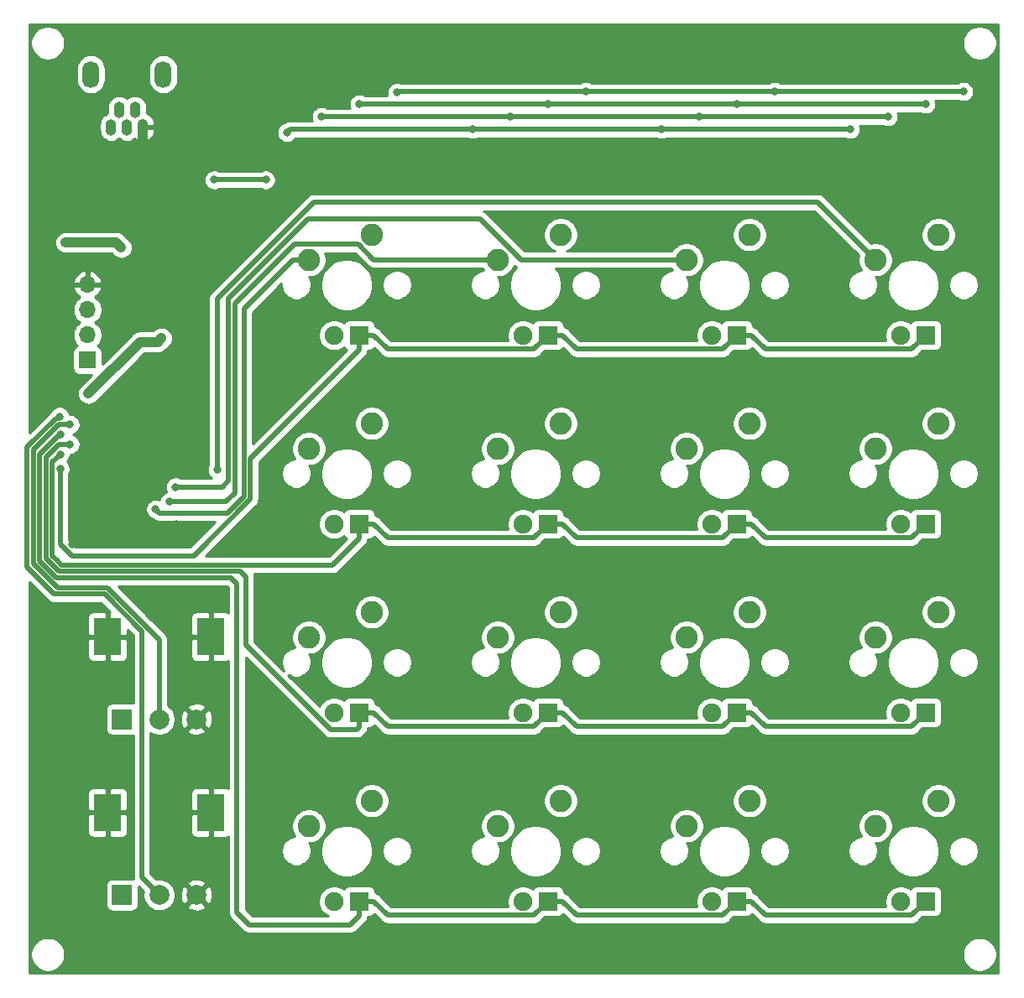
<source format=gbr>
G04 #@! TF.GenerationSoftware,KiCad,Pcbnew,5.1.5-52549c5~86~ubuntu18.04.1*
G04 #@! TF.CreationDate,2020-04-23T16:02:32+01:00*
G04 #@! TF.ProjectId,icepad,69636570-6164-42e6-9b69-6361645f7063,rev?*
G04 #@! TF.SameCoordinates,Original*
G04 #@! TF.FileFunction,Copper,L2,Bot*
G04 #@! TF.FilePolarity,Positive*
%FSLAX46Y46*%
G04 Gerber Fmt 4.6, Leading zero omitted, Abs format (unit mm)*
G04 Created by KiCad (PCBNEW 5.1.5-52549c5~86~ubuntu18.04.1) date 2020-04-23 16:02:32*
%MOMM*%
%LPD*%
G04 APERTURE LIST*
%ADD10O,1.700000X2.700000*%
%ADD11O,1.100000X1.650000*%
%ADD12R,2.800000X3.800000*%
%ADD13C,2.000000*%
%ADD14R,2.000000X2.000000*%
%ADD15R,1.905000X1.905000*%
%ADD16C,1.905000*%
%ADD17C,2.250000*%
%ADD18O,1.700000X1.700000*%
%ADD19R,1.700000X1.700000*%
%ADD20C,0.800000*%
%ADD21C,0.500000*%
%ADD22C,1.000000*%
%ADD23C,0.254000*%
G04 APERTURE END LIST*
D10*
X87350000Y-54150000D03*
X94650000Y-54150000D03*
D11*
X90200000Y-57725000D03*
X91800000Y-57725000D03*
X89400000Y-59475000D03*
X92600000Y-59475000D03*
X91000000Y-59475000D03*
D12*
X99450000Y-128675000D03*
X89050000Y-128675000D03*
D13*
X98000000Y-137000000D03*
X94250000Y-137000000D03*
D14*
X90500000Y-137000000D03*
D12*
X99450000Y-110925000D03*
X89050000Y-110925000D03*
D13*
X98000000Y-119250000D03*
X94250000Y-119250000D03*
D14*
X90500000Y-119250000D03*
D15*
X114427000Y-118586250D03*
D16*
X111887000Y-118586250D03*
D17*
X109347000Y-110966250D03*
X115697000Y-108426250D03*
D15*
X114427000Y-99536250D03*
D16*
X111887000Y-99536250D03*
D17*
X109347000Y-91916250D03*
X115697000Y-89376250D03*
D15*
X114427000Y-137636250D03*
D16*
X111887000Y-137636250D03*
D17*
X109347000Y-130016250D03*
X115697000Y-127476250D03*
D15*
X171577000Y-137636250D03*
D16*
X169037000Y-137636250D03*
D17*
X166497000Y-130016250D03*
X172847000Y-127476250D03*
D15*
X171577000Y-118586250D03*
D16*
X169037000Y-118586250D03*
D17*
X166497000Y-110966250D03*
X172847000Y-108426250D03*
D15*
X171577000Y-99536250D03*
D16*
X169037000Y-99536250D03*
D17*
X166497000Y-91916250D03*
X172847000Y-89376250D03*
D15*
X171577000Y-80486250D03*
D16*
X169037000Y-80486250D03*
D17*
X166497000Y-72866250D03*
X172847000Y-70326250D03*
D15*
X152527000Y-137636250D03*
D16*
X149987000Y-137636250D03*
D17*
X147447000Y-130016250D03*
X153797000Y-127476250D03*
D15*
X152527000Y-118586250D03*
D16*
X149987000Y-118586250D03*
D17*
X147447000Y-110966250D03*
X153797000Y-108426250D03*
D15*
X152527000Y-99536250D03*
D16*
X149987000Y-99536250D03*
D17*
X147447000Y-91916250D03*
X153797000Y-89376250D03*
D15*
X152527000Y-80486250D03*
D16*
X149987000Y-80486250D03*
D17*
X147447000Y-72866250D03*
X153797000Y-70326250D03*
D15*
X133477000Y-137636250D03*
D16*
X130937000Y-137636250D03*
D17*
X128397000Y-130016250D03*
X134747000Y-127476250D03*
D15*
X133477000Y-118586250D03*
D16*
X130937000Y-118586250D03*
D17*
X128397000Y-110966250D03*
X134747000Y-108426250D03*
D15*
X133477000Y-99536250D03*
D16*
X130937000Y-99536250D03*
D17*
X128397000Y-91916250D03*
X134747000Y-89376250D03*
D15*
X133477000Y-80486250D03*
D16*
X130937000Y-80486250D03*
D17*
X128397000Y-72866250D03*
X134747000Y-70326250D03*
D15*
X114427000Y-80486250D03*
D16*
X111887000Y-80486250D03*
D17*
X109347000Y-72866250D03*
X115697000Y-70326250D03*
D18*
X87000000Y-75380000D03*
X87000000Y-77920000D03*
X87000000Y-80460000D03*
D19*
X87000000Y-83000000D03*
D20*
X85250000Y-89500000D03*
X84200000Y-88700000D03*
X91200000Y-90600000D03*
X92200000Y-91600000D03*
X91200000Y-91600000D03*
X92200000Y-90600000D03*
X94600000Y-63000000D03*
X95600000Y-63000000D03*
X94600000Y-64000000D03*
X95600000Y-64000000D03*
X88138000Y-66040000D03*
X83062500Y-62234500D03*
X96012000Y-99536000D03*
X85858000Y-93986000D03*
X96012000Y-101568000D03*
X97790000Y-84836000D03*
X97790000Y-82550000D03*
X95600000Y-62000000D03*
X94600000Y-62000000D03*
X85450010Y-97544955D03*
X85450010Y-99568000D03*
X85450010Y-101600000D03*
X96897855Y-87965991D03*
X91099990Y-66202477D03*
X90424000Y-71628000D03*
X84836000Y-71120000D03*
X94488000Y-80772000D03*
X87122000Y-86360000D03*
X125857000Y-59690000D03*
X163957000Y-59690000D03*
X144907000Y-59690000D03*
X107134460Y-60017460D03*
X110617000Y-58420000D03*
X129667000Y-58420000D03*
X148717000Y-58420000D03*
X167767000Y-58420000D03*
X114427000Y-57150000D03*
X133477000Y-57150000D03*
X171577000Y-57150000D03*
X152527000Y-57150000D03*
X137287000Y-55880000D03*
X175387000Y-55880000D03*
X156337000Y-55880000D03*
X118237000Y-55985983D03*
X84250000Y-94000000D03*
X93889995Y-98044590D03*
X84250000Y-92500000D03*
X85250000Y-91500000D03*
X84250000Y-90500000D03*
X95300000Y-97300000D03*
X95900000Y-95800000D03*
X100100000Y-94050010D03*
X105000000Y-64800000D03*
X99800000Y-64800000D03*
D21*
X92600000Y-64372000D02*
X92600000Y-64406000D01*
X92600000Y-63898000D02*
X92600000Y-64372000D01*
X92600000Y-64372000D02*
X92600000Y-64802000D01*
X92600000Y-59200000D02*
X92600000Y-61612000D01*
X92600000Y-63610000D02*
X92600000Y-63898000D01*
X95600000Y-64000000D02*
X94600000Y-64000000D01*
X95600000Y-63000000D02*
X94600000Y-63000000D01*
X92600000Y-62594000D02*
X92600000Y-63000000D01*
X92600000Y-63000000D02*
X92600000Y-63610000D01*
X95600000Y-62000000D02*
X94600000Y-62000000D01*
X92600000Y-61612000D02*
X92600000Y-62000000D01*
X92600000Y-62000000D02*
X92600000Y-62594000D01*
X94600000Y-62000000D02*
X92600000Y-62000000D01*
X92702000Y-64000000D02*
X92600000Y-63898000D01*
D22*
X84332500Y-62234500D02*
X88138000Y-66040000D01*
X83062500Y-62234500D02*
X84332500Y-62234500D01*
X92600000Y-64802000D02*
X92600000Y-59200000D01*
X95600000Y-62000000D02*
X92600000Y-62000000D01*
X95600000Y-63000000D02*
X92700000Y-63000000D01*
D21*
X94600000Y-63000000D02*
X92700000Y-63000000D01*
X92700000Y-63000000D02*
X92600000Y-63000000D01*
D22*
X95600000Y-64000000D02*
X92800000Y-64000000D01*
D21*
X94600000Y-64000000D02*
X92800000Y-64000000D01*
X92800000Y-64000000D02*
X92702000Y-64000000D01*
D22*
X92600000Y-64802000D02*
X92500467Y-64802000D01*
X92500467Y-64802000D02*
X91499989Y-65802478D01*
X88138000Y-66040000D02*
X90937513Y-66040000D01*
X91499989Y-65802478D02*
X91099990Y-66202477D01*
X90937513Y-66040000D02*
X91099990Y-66202477D01*
X89916000Y-71120000D02*
X90424000Y-71628000D01*
X84836000Y-71120000D02*
X89916000Y-71120000D01*
X94088001Y-81171999D02*
X92310001Y-81171999D01*
X94488000Y-80772000D02*
X94088001Y-81171999D01*
X92310001Y-81171999D02*
X87122000Y-86360000D01*
D21*
X125857000Y-59690000D02*
X144907000Y-59690000D01*
X144907000Y-59690000D02*
X163957000Y-59690000D01*
X107461920Y-59690000D02*
X107134460Y-60017460D01*
X125857000Y-59690000D02*
X107461920Y-59690000D01*
X129667000Y-58420000D02*
X110617000Y-58420000D01*
X129667000Y-58420000D02*
X148717000Y-58420000D01*
X167767000Y-58420000D02*
X148717000Y-58420000D01*
X114427000Y-57150000D02*
X133477000Y-57150000D01*
X133477000Y-57150000D02*
X152527000Y-57150000D01*
X152527000Y-57150000D02*
X154432000Y-57150000D01*
X154432000Y-57150000D02*
X171577000Y-57150000D01*
X137287000Y-55880000D02*
X156337000Y-55880000D01*
X156337000Y-55880000D02*
X175387000Y-55880000D01*
X137287000Y-55880000D02*
X118342983Y-55880000D01*
X118342983Y-55880000D02*
X118237000Y-55985983D01*
X132074499Y-81888751D02*
X133477000Y-80486250D01*
X117282001Y-81888751D02*
X132074499Y-81888751D01*
X115879500Y-80486250D02*
X117282001Y-81888751D01*
X114427000Y-80486250D02*
X115879500Y-80486250D01*
X151124499Y-81888751D02*
X152527000Y-80486250D01*
X136332001Y-81888751D02*
X151124499Y-81888751D01*
X134929500Y-80486250D02*
X136332001Y-81888751D01*
X133477000Y-80486250D02*
X134929500Y-80486250D01*
X170174499Y-81888751D02*
X171577000Y-80486250D01*
X155382001Y-81888751D02*
X170174499Y-81888751D01*
X153979500Y-80486250D02*
X155382001Y-81888751D01*
X152527000Y-80486250D02*
X153979500Y-80486250D01*
X103430031Y-97050902D02*
X97730933Y-102750000D01*
X103430032Y-92935718D02*
X103430031Y-97050902D01*
X114427000Y-80486250D02*
X114427000Y-81938750D01*
X114427000Y-81938750D02*
X103430032Y-92935718D01*
X85445608Y-102750000D02*
X84250000Y-101554392D01*
X97730933Y-102750000D02*
X85445608Y-102750000D01*
X84250000Y-101554392D02*
X84250000Y-94000000D01*
X109347000Y-72866250D02*
X107756010Y-72866250D01*
X107756010Y-72866250D02*
X102800022Y-77822238D01*
X101145376Y-98444589D02*
X94289994Y-98444589D01*
X102800022Y-96789943D02*
X101145376Y-98444589D01*
X102800022Y-77822238D02*
X102800022Y-96789943D01*
X94289994Y-98444589D02*
X93889995Y-98044590D01*
X132074499Y-100938751D02*
X133477000Y-99536250D01*
X117282001Y-100938751D02*
X132074499Y-100938751D01*
X115879500Y-99536250D02*
X117282001Y-100938751D01*
X114427000Y-99536250D02*
X115879500Y-99536250D01*
X151124499Y-100938751D02*
X152527000Y-99536250D01*
X136332001Y-100938751D02*
X151124499Y-100938751D01*
X134929500Y-99536250D02*
X136332001Y-100938751D01*
X133477000Y-99536250D02*
X134929500Y-99536250D01*
X155382001Y-100938751D02*
X170174499Y-100938751D01*
X170174499Y-100938751D02*
X171577000Y-99536250D01*
X153979500Y-99536250D02*
X155382001Y-100938751D01*
X152527000Y-99536250D02*
X153979500Y-99536250D01*
X114427000Y-99536250D02*
X114427000Y-100988750D01*
X114427000Y-100988750D02*
X111715750Y-103700000D01*
X84400000Y-103700000D02*
X83940058Y-103240058D01*
X111715750Y-103700000D02*
X84400000Y-103700000D01*
X83469999Y-102769999D02*
X83469999Y-93280001D01*
X83940058Y-103240058D02*
X83469999Y-102769999D01*
X83469999Y-93280001D02*
X84250000Y-92500000D01*
X132074499Y-119988751D02*
X133477000Y-118586250D01*
X117282001Y-119988751D02*
X132074499Y-119988751D01*
X114427000Y-118586250D02*
X115879500Y-118586250D01*
X115879500Y-118586250D02*
X117282001Y-119988751D01*
X151124499Y-119988751D02*
X152527000Y-118586250D01*
X136332001Y-119988751D02*
X151124499Y-119988751D01*
X134929500Y-118586250D02*
X136332001Y-119988751D01*
X133477000Y-118586250D02*
X134929500Y-118586250D01*
X170174499Y-119988751D02*
X171577000Y-118586250D01*
X155382001Y-119988751D02*
X170174499Y-119988751D01*
X153979500Y-118586250D02*
X155382001Y-119988751D01*
X152527000Y-118586250D02*
X153979500Y-118586250D01*
X114427000Y-120038750D02*
X114427000Y-118586250D01*
X111525048Y-120300000D02*
X114165750Y-120300000D01*
X103000000Y-111774952D02*
X111525048Y-120300000D01*
X114165750Y-120300000D02*
X114427000Y-120038750D01*
X103000000Y-104900000D02*
X103000000Y-111774952D01*
X85250000Y-91500000D02*
X84095598Y-91500000D01*
X82839989Y-103030957D02*
X84139041Y-104330009D01*
X102430009Y-104330009D02*
X103000000Y-104900000D01*
X84095598Y-91500000D02*
X82839989Y-92755609D01*
X82839989Y-92755609D02*
X82839989Y-103030957D01*
X84139041Y-104330009D02*
X102430009Y-104330009D01*
X132074499Y-139038751D02*
X133477000Y-137636250D01*
X117282001Y-139038751D02*
X132074499Y-139038751D01*
X115879500Y-137636250D02*
X117282001Y-139038751D01*
X114427000Y-137636250D02*
X115879500Y-137636250D01*
X151124499Y-139038751D02*
X152527000Y-137636250D01*
X136332001Y-139038751D02*
X151124499Y-139038751D01*
X134929500Y-137636250D02*
X136332001Y-139038751D01*
X133477000Y-137636250D02*
X134929500Y-137636250D01*
X170174499Y-139038751D02*
X171577000Y-137636250D01*
X155382001Y-139038751D02*
X170174499Y-139038751D01*
X153979500Y-137636250D02*
X155382001Y-139038751D01*
X152527000Y-137636250D02*
X153979500Y-137636250D01*
X114427000Y-139088750D02*
X114427000Y-137636250D01*
X103300000Y-140000000D02*
X113515750Y-140000000D01*
X113515750Y-140000000D02*
X114427000Y-139088750D01*
X82209980Y-92494650D02*
X82209979Y-103291915D01*
X82209979Y-103291915D02*
X83878083Y-104960019D01*
X102100000Y-105600000D02*
X102100000Y-138800000D01*
X84204630Y-90500000D02*
X82209980Y-92494650D01*
X102100000Y-138800000D02*
X103300000Y-140000000D01*
X83878083Y-104960019D02*
X101460019Y-104960019D01*
X101460019Y-104960019D02*
X102100000Y-105600000D01*
X114330997Y-71291249D02*
X107908751Y-71291249D01*
X107908751Y-71291249D02*
X101900011Y-77299989D01*
X128397000Y-72866250D02*
X115905998Y-72866250D01*
X100989965Y-97300000D02*
X95865685Y-97300000D01*
X95865685Y-97300000D02*
X95300000Y-97300000D01*
X101900011Y-77299989D02*
X101900011Y-96389954D01*
X115905998Y-72866250D02*
X114330997Y-71291249D01*
X101900011Y-96389954D02*
X100989965Y-97300000D01*
X147447000Y-72866250D02*
X130728002Y-72866250D01*
X130728002Y-72866250D02*
X126613001Y-68751249D01*
X126613001Y-68751249D02*
X109248751Y-68751249D01*
X109248751Y-68751249D02*
X101200000Y-76800000D01*
X101200000Y-76800000D02*
X101200000Y-95200000D01*
X101200000Y-95200000D02*
X100600000Y-95800000D01*
X100600000Y-95800000D02*
X95900000Y-95800000D01*
X166497000Y-72866250D02*
X160686750Y-67056000D01*
X100100000Y-93484325D02*
X100100000Y-94050010D01*
X100100000Y-76800000D02*
X100100000Y-93484325D01*
X109844000Y-67056000D02*
X100100000Y-76800000D01*
X160686750Y-67056000D02*
X109844000Y-67056000D01*
X105000000Y-64800000D02*
X104434315Y-64800000D01*
X105000000Y-64800000D02*
X100100000Y-64800000D01*
X94250000Y-111250030D02*
X94250000Y-112140998D01*
X84095598Y-89500000D02*
X81579970Y-92015628D01*
X94250000Y-112140998D02*
X94250000Y-119250000D01*
X85250000Y-89500000D02*
X84095598Y-89500000D01*
X84027096Y-106000000D02*
X88999971Y-106000001D01*
X81579970Y-92015628D02*
X81579970Y-103552874D01*
X81579970Y-103552874D02*
X84027096Y-106000000D01*
X88999971Y-106000001D02*
X94250000Y-111250030D01*
X92500000Y-110390998D02*
X92500000Y-135250000D01*
X88739012Y-106630010D02*
X92500000Y-110390998D01*
X80900000Y-103900000D02*
X83630010Y-106630010D01*
X92500000Y-135250000D02*
X94250000Y-137000000D01*
X83630010Y-106630010D02*
X88739012Y-106630010D01*
X84030009Y-88869991D02*
X84200000Y-88700000D01*
X83834639Y-88869991D02*
X84030009Y-88869991D01*
X80900000Y-103900000D02*
X80900000Y-91804630D01*
X80900000Y-91804630D02*
X83834639Y-88869991D01*
D23*
G36*
X178873000Y-144873000D02*
G01*
X81127000Y-144873000D01*
X81127000Y-142829117D01*
X81265000Y-142829117D01*
X81265000Y-143170883D01*
X81331675Y-143506081D01*
X81462463Y-143821831D01*
X81652337Y-144105998D01*
X81894002Y-144347663D01*
X82178169Y-144537537D01*
X82493919Y-144668325D01*
X82829117Y-144735000D01*
X83170883Y-144735000D01*
X83506081Y-144668325D01*
X83821831Y-144537537D01*
X84105998Y-144347663D01*
X84347663Y-144105998D01*
X84537537Y-143821831D01*
X84668325Y-143506081D01*
X84735000Y-143170883D01*
X84735000Y-142829117D01*
X175265000Y-142829117D01*
X175265000Y-143170883D01*
X175331675Y-143506081D01*
X175462463Y-143821831D01*
X175652337Y-144105998D01*
X175894002Y-144347663D01*
X176178169Y-144537537D01*
X176493919Y-144668325D01*
X176829117Y-144735000D01*
X177170883Y-144735000D01*
X177506081Y-144668325D01*
X177821831Y-144537537D01*
X178105998Y-144347663D01*
X178347663Y-144105998D01*
X178537537Y-143821831D01*
X178668325Y-143506081D01*
X178735000Y-143170883D01*
X178735000Y-142829117D01*
X178668325Y-142493919D01*
X178537537Y-142178169D01*
X178347663Y-141894002D01*
X178105998Y-141652337D01*
X177821831Y-141462463D01*
X177506081Y-141331675D01*
X177170883Y-141265000D01*
X176829117Y-141265000D01*
X176493919Y-141331675D01*
X176178169Y-141462463D01*
X175894002Y-141652337D01*
X175652337Y-141894002D01*
X175462463Y-142178169D01*
X175331675Y-142493919D01*
X175265000Y-142829117D01*
X84735000Y-142829117D01*
X84668325Y-142493919D01*
X84537537Y-142178169D01*
X84347663Y-141894002D01*
X84105998Y-141652337D01*
X83821831Y-141462463D01*
X83506081Y-141331675D01*
X83170883Y-141265000D01*
X82829117Y-141265000D01*
X82493919Y-141331675D01*
X82178169Y-141462463D01*
X81894002Y-141652337D01*
X81652337Y-141894002D01*
X81462463Y-142178169D01*
X81331675Y-142493919D01*
X81265000Y-142829117D01*
X81127000Y-142829117D01*
X81127000Y-130575000D01*
X87011928Y-130575000D01*
X87024188Y-130699482D01*
X87060498Y-130819180D01*
X87119463Y-130929494D01*
X87198815Y-131026185D01*
X87295506Y-131105537D01*
X87405820Y-131164502D01*
X87525518Y-131200812D01*
X87650000Y-131213072D01*
X88764250Y-131210000D01*
X88923000Y-131051250D01*
X88923000Y-128802000D01*
X89177000Y-128802000D01*
X89177000Y-131051250D01*
X89335750Y-131210000D01*
X90450000Y-131213072D01*
X90574482Y-131200812D01*
X90694180Y-131164502D01*
X90804494Y-131105537D01*
X90901185Y-131026185D01*
X90980537Y-130929494D01*
X91039502Y-130819180D01*
X91075812Y-130699482D01*
X91088072Y-130575000D01*
X91085000Y-128960750D01*
X90926250Y-128802000D01*
X89177000Y-128802000D01*
X88923000Y-128802000D01*
X87173750Y-128802000D01*
X87015000Y-128960750D01*
X87011928Y-130575000D01*
X81127000Y-130575000D01*
X81127000Y-126775000D01*
X87011928Y-126775000D01*
X87015000Y-128389250D01*
X87173750Y-128548000D01*
X88923000Y-128548000D01*
X88923000Y-126298750D01*
X89177000Y-126298750D01*
X89177000Y-128548000D01*
X90926250Y-128548000D01*
X91085000Y-128389250D01*
X91088072Y-126775000D01*
X91075812Y-126650518D01*
X91039502Y-126530820D01*
X90980537Y-126420506D01*
X90901185Y-126323815D01*
X90804494Y-126244463D01*
X90694180Y-126185498D01*
X90574482Y-126149188D01*
X90450000Y-126136928D01*
X89335750Y-126140000D01*
X89177000Y-126298750D01*
X88923000Y-126298750D01*
X88764250Y-126140000D01*
X87650000Y-126136928D01*
X87525518Y-126149188D01*
X87405820Y-126185498D01*
X87295506Y-126244463D01*
X87198815Y-126323815D01*
X87119463Y-126420506D01*
X87060498Y-126530820D01*
X87024188Y-126650518D01*
X87011928Y-126775000D01*
X81127000Y-126775000D01*
X81127000Y-112825000D01*
X87011928Y-112825000D01*
X87024188Y-112949482D01*
X87060498Y-113069180D01*
X87119463Y-113179494D01*
X87198815Y-113276185D01*
X87295506Y-113355537D01*
X87405820Y-113414502D01*
X87525518Y-113450812D01*
X87650000Y-113463072D01*
X88764250Y-113460000D01*
X88923000Y-113301250D01*
X88923000Y-111052000D01*
X89177000Y-111052000D01*
X89177000Y-113301250D01*
X89335750Y-113460000D01*
X90450000Y-113463072D01*
X90574482Y-113450812D01*
X90694180Y-113414502D01*
X90804494Y-113355537D01*
X90901185Y-113276185D01*
X90980537Y-113179494D01*
X91039502Y-113069180D01*
X91075812Y-112949482D01*
X91088072Y-112825000D01*
X91085000Y-111210750D01*
X90926250Y-111052000D01*
X89177000Y-111052000D01*
X88923000Y-111052000D01*
X87173750Y-111052000D01*
X87015000Y-111210750D01*
X87011928Y-112825000D01*
X81127000Y-112825000D01*
X81127000Y-109025000D01*
X87011928Y-109025000D01*
X87015000Y-110639250D01*
X87173750Y-110798000D01*
X88923000Y-110798000D01*
X88923000Y-108548750D01*
X88764250Y-108390000D01*
X87650000Y-108386928D01*
X87525518Y-108399188D01*
X87405820Y-108435498D01*
X87295506Y-108494463D01*
X87198815Y-108573815D01*
X87119463Y-108670506D01*
X87060498Y-108780820D01*
X87024188Y-108900518D01*
X87011928Y-109025000D01*
X81127000Y-109025000D01*
X81127000Y-105378578D01*
X82973480Y-107225059D01*
X83001193Y-107258827D01*
X83034961Y-107286540D01*
X83034963Y-107286542D01*
X83106462Y-107345220D01*
X83135951Y-107369421D01*
X83289697Y-107451599D01*
X83456520Y-107502205D01*
X83586533Y-107515010D01*
X83586543Y-107515010D01*
X83630009Y-107519291D01*
X83673475Y-107515010D01*
X88372434Y-107515010D01*
X89291587Y-108434163D01*
X89177000Y-108548750D01*
X89177000Y-110798000D01*
X90926250Y-110798000D01*
X91085000Y-110639250D01*
X91085782Y-110228359D01*
X91615000Y-110757577D01*
X91615000Y-117623254D01*
X91500000Y-117611928D01*
X89500000Y-117611928D01*
X89375518Y-117624188D01*
X89255820Y-117660498D01*
X89145506Y-117719463D01*
X89048815Y-117798815D01*
X88969463Y-117895506D01*
X88910498Y-118005820D01*
X88874188Y-118125518D01*
X88861928Y-118250000D01*
X88861928Y-120250000D01*
X88874188Y-120374482D01*
X88910498Y-120494180D01*
X88969463Y-120604494D01*
X89048815Y-120701185D01*
X89145506Y-120780537D01*
X89255820Y-120839502D01*
X89375518Y-120875812D01*
X89500000Y-120888072D01*
X91500000Y-120888072D01*
X91615000Y-120876746D01*
X91615001Y-135206521D01*
X91610719Y-135250000D01*
X91622935Y-135374036D01*
X91500000Y-135361928D01*
X89500000Y-135361928D01*
X89375518Y-135374188D01*
X89255820Y-135410498D01*
X89145506Y-135469463D01*
X89048815Y-135548815D01*
X88969463Y-135645506D01*
X88910498Y-135755820D01*
X88874188Y-135875518D01*
X88861928Y-136000000D01*
X88861928Y-138000000D01*
X88874188Y-138124482D01*
X88910498Y-138244180D01*
X88969463Y-138354494D01*
X89048815Y-138451185D01*
X89145506Y-138530537D01*
X89255820Y-138589502D01*
X89375518Y-138625812D01*
X89500000Y-138638072D01*
X91500000Y-138638072D01*
X91624482Y-138625812D01*
X91744180Y-138589502D01*
X91854494Y-138530537D01*
X91951185Y-138451185D01*
X92030537Y-138354494D01*
X92089502Y-138244180D01*
X92125812Y-138124482D01*
X92138072Y-138000000D01*
X92138072Y-136139650D01*
X92651897Y-136653475D01*
X92615000Y-136838967D01*
X92615000Y-137161033D01*
X92677832Y-137476912D01*
X92801082Y-137774463D01*
X92980013Y-138042252D01*
X93207748Y-138269987D01*
X93475537Y-138448918D01*
X93773088Y-138572168D01*
X94088967Y-138635000D01*
X94411033Y-138635000D01*
X94726912Y-138572168D01*
X95024463Y-138448918D01*
X95292252Y-138269987D01*
X95426826Y-138135413D01*
X97044192Y-138135413D01*
X97139956Y-138399814D01*
X97429571Y-138540704D01*
X97741108Y-138622384D01*
X98062595Y-138641718D01*
X98381675Y-138597961D01*
X98686088Y-138492795D01*
X98860044Y-138399814D01*
X98955808Y-138135413D01*
X98000000Y-137179605D01*
X97044192Y-138135413D01*
X95426826Y-138135413D01*
X95519987Y-138042252D01*
X95698918Y-137774463D01*
X95822168Y-137476912D01*
X95885000Y-137161033D01*
X95885000Y-137062595D01*
X96358282Y-137062595D01*
X96402039Y-137381675D01*
X96507205Y-137686088D01*
X96600186Y-137860044D01*
X96864587Y-137955808D01*
X97820395Y-137000000D01*
X98179605Y-137000000D01*
X99135413Y-137955808D01*
X99399814Y-137860044D01*
X99540704Y-137570429D01*
X99622384Y-137258892D01*
X99641718Y-136937405D01*
X99597961Y-136618325D01*
X99492795Y-136313912D01*
X99399814Y-136139956D01*
X99135413Y-136044192D01*
X98179605Y-137000000D01*
X97820395Y-137000000D01*
X96864587Y-136044192D01*
X96600186Y-136139956D01*
X96459296Y-136429571D01*
X96377616Y-136741108D01*
X96358282Y-137062595D01*
X95885000Y-137062595D01*
X95885000Y-136838967D01*
X95822168Y-136523088D01*
X95698918Y-136225537D01*
X95519987Y-135957748D01*
X95426826Y-135864587D01*
X97044192Y-135864587D01*
X98000000Y-136820395D01*
X98955808Y-135864587D01*
X98860044Y-135600186D01*
X98570429Y-135459296D01*
X98258892Y-135377616D01*
X97937405Y-135358282D01*
X97618325Y-135402039D01*
X97313912Y-135507205D01*
X97139956Y-135600186D01*
X97044192Y-135864587D01*
X95426826Y-135864587D01*
X95292252Y-135730013D01*
X95024463Y-135551082D01*
X94726912Y-135427832D01*
X94411033Y-135365000D01*
X94088967Y-135365000D01*
X93903475Y-135401897D01*
X93385000Y-134883422D01*
X93385000Y-130575000D01*
X97411928Y-130575000D01*
X97424188Y-130699482D01*
X97460498Y-130819180D01*
X97519463Y-130929494D01*
X97598815Y-131026185D01*
X97695506Y-131105537D01*
X97805820Y-131164502D01*
X97925518Y-131200812D01*
X98050000Y-131213072D01*
X99164250Y-131210000D01*
X99323000Y-131051250D01*
X99323000Y-128802000D01*
X97573750Y-128802000D01*
X97415000Y-128960750D01*
X97411928Y-130575000D01*
X93385000Y-130575000D01*
X93385000Y-126775000D01*
X97411928Y-126775000D01*
X97415000Y-128389250D01*
X97573750Y-128548000D01*
X99323000Y-128548000D01*
X99323000Y-126298750D01*
X99164250Y-126140000D01*
X98050000Y-126136928D01*
X97925518Y-126149188D01*
X97805820Y-126185498D01*
X97695506Y-126244463D01*
X97598815Y-126323815D01*
X97519463Y-126420506D01*
X97460498Y-126530820D01*
X97424188Y-126650518D01*
X97411928Y-126775000D01*
X93385000Y-126775000D01*
X93385000Y-120638423D01*
X93475537Y-120698918D01*
X93773088Y-120822168D01*
X94088967Y-120885000D01*
X94411033Y-120885000D01*
X94726912Y-120822168D01*
X95024463Y-120698918D01*
X95292252Y-120519987D01*
X95426826Y-120385413D01*
X97044192Y-120385413D01*
X97139956Y-120649814D01*
X97429571Y-120790704D01*
X97741108Y-120872384D01*
X98062595Y-120891718D01*
X98381675Y-120847961D01*
X98686088Y-120742795D01*
X98860044Y-120649814D01*
X98955808Y-120385413D01*
X98000000Y-119429605D01*
X97044192Y-120385413D01*
X95426826Y-120385413D01*
X95519987Y-120292252D01*
X95698918Y-120024463D01*
X95822168Y-119726912D01*
X95885000Y-119411033D01*
X95885000Y-119312595D01*
X96358282Y-119312595D01*
X96402039Y-119631675D01*
X96507205Y-119936088D01*
X96600186Y-120110044D01*
X96864587Y-120205808D01*
X97820395Y-119250000D01*
X98179605Y-119250000D01*
X99135413Y-120205808D01*
X99399814Y-120110044D01*
X99540704Y-119820429D01*
X99622384Y-119508892D01*
X99641718Y-119187405D01*
X99597961Y-118868325D01*
X99492795Y-118563912D01*
X99399814Y-118389956D01*
X99135413Y-118294192D01*
X98179605Y-119250000D01*
X97820395Y-119250000D01*
X96864587Y-118294192D01*
X96600186Y-118389956D01*
X96459296Y-118679571D01*
X96377616Y-118991108D01*
X96358282Y-119312595D01*
X95885000Y-119312595D01*
X95885000Y-119088967D01*
X95822168Y-118773088D01*
X95698918Y-118475537D01*
X95519987Y-118207748D01*
X95426826Y-118114587D01*
X97044192Y-118114587D01*
X98000000Y-119070395D01*
X98955808Y-118114587D01*
X98860044Y-117850186D01*
X98570429Y-117709296D01*
X98258892Y-117627616D01*
X97937405Y-117608282D01*
X97618325Y-117652039D01*
X97313912Y-117757205D01*
X97139956Y-117850186D01*
X97044192Y-118114587D01*
X95426826Y-118114587D01*
X95292252Y-117980013D01*
X95135000Y-117874941D01*
X95135000Y-112825000D01*
X97411928Y-112825000D01*
X97424188Y-112949482D01*
X97460498Y-113069180D01*
X97519463Y-113179494D01*
X97598815Y-113276185D01*
X97695506Y-113355537D01*
X97805820Y-113414502D01*
X97925518Y-113450812D01*
X98050000Y-113463072D01*
X99164250Y-113460000D01*
X99323000Y-113301250D01*
X99323000Y-111052000D01*
X97573750Y-111052000D01*
X97415000Y-111210750D01*
X97411928Y-112825000D01*
X95135000Y-112825000D01*
X95135000Y-111293495D01*
X95139281Y-111250029D01*
X95135000Y-111206563D01*
X95135000Y-111206553D01*
X95122195Y-111076540D01*
X95071589Y-110909717D01*
X94989411Y-110755971D01*
X94878817Y-110621213D01*
X94845051Y-110593502D01*
X93276549Y-109025000D01*
X97411928Y-109025000D01*
X97415000Y-110639250D01*
X97573750Y-110798000D01*
X99323000Y-110798000D01*
X99323000Y-108548750D01*
X99164250Y-108390000D01*
X98050000Y-108386928D01*
X97925518Y-108399188D01*
X97805820Y-108435498D01*
X97695506Y-108494463D01*
X97598815Y-108573815D01*
X97519463Y-108670506D01*
X97460498Y-108780820D01*
X97424188Y-108900518D01*
X97411928Y-109025000D01*
X93276549Y-109025000D01*
X90096567Y-105845019D01*
X101093441Y-105845019D01*
X101215000Y-105966579D01*
X101215000Y-108503085D01*
X101204494Y-108494463D01*
X101094180Y-108435498D01*
X100974482Y-108399188D01*
X100850000Y-108386928D01*
X99735750Y-108390000D01*
X99577000Y-108548750D01*
X99577000Y-110798000D01*
X99597000Y-110798000D01*
X99597000Y-111052000D01*
X99577000Y-111052000D01*
X99577000Y-113301250D01*
X99735750Y-113460000D01*
X100850000Y-113463072D01*
X100974482Y-113450812D01*
X101094180Y-113414502D01*
X101204494Y-113355537D01*
X101215000Y-113346915D01*
X101215001Y-126253086D01*
X101204494Y-126244463D01*
X101094180Y-126185498D01*
X100974482Y-126149188D01*
X100850000Y-126136928D01*
X99735750Y-126140000D01*
X99577000Y-126298750D01*
X99577000Y-128548000D01*
X99597000Y-128548000D01*
X99597000Y-128802000D01*
X99577000Y-128802000D01*
X99577000Y-131051250D01*
X99735750Y-131210000D01*
X100850000Y-131213072D01*
X100974482Y-131200812D01*
X101094180Y-131164502D01*
X101204494Y-131105537D01*
X101215001Y-131096914D01*
X101215001Y-138756521D01*
X101210719Y-138800000D01*
X101227805Y-138973490D01*
X101278412Y-139140313D01*
X101360590Y-139294059D01*
X101443468Y-139395046D01*
X101443471Y-139395049D01*
X101471184Y-139428817D01*
X101504951Y-139456529D01*
X102643470Y-140595049D01*
X102671183Y-140628817D01*
X102704951Y-140656530D01*
X102704953Y-140656532D01*
X102776452Y-140715210D01*
X102805941Y-140739411D01*
X102959687Y-140821589D01*
X103126510Y-140872195D01*
X103256523Y-140885000D01*
X103256533Y-140885000D01*
X103299999Y-140889281D01*
X103343465Y-140885000D01*
X113472281Y-140885000D01*
X113515750Y-140889281D01*
X113559219Y-140885000D01*
X113559227Y-140885000D01*
X113689240Y-140872195D01*
X113856063Y-140821589D01*
X114009809Y-140739411D01*
X114144567Y-140628817D01*
X114172284Y-140595044D01*
X115022050Y-139745279D01*
X115055817Y-139717567D01*
X115093054Y-139672195D01*
X115166410Y-139582810D01*
X115166411Y-139582809D01*
X115248589Y-139429063D01*
X115299195Y-139262240D01*
X115302683Y-139226822D01*
X115379500Y-139226822D01*
X115503982Y-139214562D01*
X115623680Y-139178252D01*
X115733994Y-139119287D01*
X115830685Y-139039935D01*
X115910037Y-138943244D01*
X115918703Y-138927031D01*
X116625471Y-139633800D01*
X116653184Y-139667568D01*
X116686952Y-139695281D01*
X116686954Y-139695283D01*
X116714107Y-139717567D01*
X116787942Y-139778162D01*
X116941688Y-139860340D01*
X117057904Y-139895594D01*
X117108510Y-139910946D01*
X117123307Y-139912403D01*
X117238524Y-139923751D01*
X117238532Y-139923751D01*
X117282001Y-139928032D01*
X117325470Y-139923751D01*
X132031030Y-139923751D01*
X132074499Y-139928032D01*
X132117968Y-139923751D01*
X132117976Y-139923751D01*
X132247989Y-139910946D01*
X132414812Y-139860340D01*
X132568558Y-139778162D01*
X132703316Y-139667568D01*
X132731033Y-139633795D01*
X133138006Y-139226822D01*
X134429500Y-139226822D01*
X134553982Y-139214562D01*
X134673680Y-139178252D01*
X134783994Y-139119287D01*
X134880685Y-139039935D01*
X134960037Y-138943244D01*
X134968703Y-138927031D01*
X135675471Y-139633800D01*
X135703184Y-139667568D01*
X135736952Y-139695281D01*
X135736954Y-139695283D01*
X135764107Y-139717567D01*
X135837942Y-139778162D01*
X135991688Y-139860340D01*
X136107904Y-139895594D01*
X136158510Y-139910946D01*
X136173307Y-139912403D01*
X136288524Y-139923751D01*
X136288532Y-139923751D01*
X136332001Y-139928032D01*
X136375470Y-139923751D01*
X151081030Y-139923751D01*
X151124499Y-139928032D01*
X151167968Y-139923751D01*
X151167976Y-139923751D01*
X151297989Y-139910946D01*
X151464812Y-139860340D01*
X151618558Y-139778162D01*
X151753316Y-139667568D01*
X151781033Y-139633795D01*
X152188006Y-139226822D01*
X153479500Y-139226822D01*
X153603982Y-139214562D01*
X153723680Y-139178252D01*
X153833994Y-139119287D01*
X153930685Y-139039935D01*
X154010037Y-138943244D01*
X154018703Y-138927031D01*
X154725471Y-139633800D01*
X154753184Y-139667568D01*
X154786952Y-139695281D01*
X154786954Y-139695283D01*
X154814107Y-139717567D01*
X154887942Y-139778162D01*
X155041688Y-139860340D01*
X155157904Y-139895594D01*
X155208510Y-139910946D01*
X155223307Y-139912403D01*
X155338524Y-139923751D01*
X155338532Y-139923751D01*
X155382001Y-139928032D01*
X155425470Y-139923751D01*
X170131030Y-139923751D01*
X170174499Y-139928032D01*
X170217968Y-139923751D01*
X170217976Y-139923751D01*
X170347989Y-139910946D01*
X170514812Y-139860340D01*
X170668558Y-139778162D01*
X170803316Y-139667568D01*
X170831033Y-139633795D01*
X171238006Y-139226822D01*
X172529500Y-139226822D01*
X172653982Y-139214562D01*
X172773680Y-139178252D01*
X172883994Y-139119287D01*
X172980685Y-139039935D01*
X173060037Y-138943244D01*
X173119002Y-138832930D01*
X173155312Y-138713232D01*
X173167572Y-138588750D01*
X173167572Y-136683750D01*
X173155312Y-136559268D01*
X173119002Y-136439570D01*
X173060037Y-136329256D01*
X172980685Y-136232565D01*
X172883994Y-136153213D01*
X172773680Y-136094248D01*
X172653982Y-136057938D01*
X172529500Y-136045678D01*
X170624500Y-136045678D01*
X170500018Y-136057938D01*
X170380320Y-136094248D01*
X170270006Y-136153213D01*
X170173315Y-136232565D01*
X170093963Y-136329256D01*
X170052549Y-136406735D01*
X170048972Y-136403158D01*
X169788963Y-136229426D01*
X169500057Y-136109757D01*
X169193355Y-136048750D01*
X168880645Y-136048750D01*
X168573943Y-136109757D01*
X168285037Y-136229426D01*
X168025028Y-136403158D01*
X167803908Y-136624278D01*
X167630176Y-136884287D01*
X167510507Y-137173193D01*
X167449500Y-137479895D01*
X167449500Y-137792605D01*
X167510507Y-138099307D01*
X167533058Y-138153751D01*
X155748580Y-138153751D01*
X154636034Y-137041206D01*
X154608317Y-137007433D01*
X154473559Y-136896839D01*
X154319813Y-136814661D01*
X154152990Y-136764055D01*
X154117572Y-136760567D01*
X154117572Y-136683750D01*
X154105312Y-136559268D01*
X154069002Y-136439570D01*
X154010037Y-136329256D01*
X153930685Y-136232565D01*
X153833994Y-136153213D01*
X153723680Y-136094248D01*
X153603982Y-136057938D01*
X153479500Y-136045678D01*
X151574500Y-136045678D01*
X151450018Y-136057938D01*
X151330320Y-136094248D01*
X151220006Y-136153213D01*
X151123315Y-136232565D01*
X151043963Y-136329256D01*
X151002549Y-136406735D01*
X150998972Y-136403158D01*
X150738963Y-136229426D01*
X150450057Y-136109757D01*
X150143355Y-136048750D01*
X149830645Y-136048750D01*
X149523943Y-136109757D01*
X149235037Y-136229426D01*
X148975028Y-136403158D01*
X148753908Y-136624278D01*
X148580176Y-136884287D01*
X148460507Y-137173193D01*
X148399500Y-137479895D01*
X148399500Y-137792605D01*
X148460507Y-138099307D01*
X148483058Y-138153751D01*
X136698580Y-138153751D01*
X135586034Y-137041206D01*
X135558317Y-137007433D01*
X135423559Y-136896839D01*
X135269813Y-136814661D01*
X135102990Y-136764055D01*
X135067572Y-136760567D01*
X135067572Y-136683750D01*
X135055312Y-136559268D01*
X135019002Y-136439570D01*
X134960037Y-136329256D01*
X134880685Y-136232565D01*
X134783994Y-136153213D01*
X134673680Y-136094248D01*
X134553982Y-136057938D01*
X134429500Y-136045678D01*
X132524500Y-136045678D01*
X132400018Y-136057938D01*
X132280320Y-136094248D01*
X132170006Y-136153213D01*
X132073315Y-136232565D01*
X131993963Y-136329256D01*
X131952549Y-136406735D01*
X131948972Y-136403158D01*
X131688963Y-136229426D01*
X131400057Y-136109757D01*
X131093355Y-136048750D01*
X130780645Y-136048750D01*
X130473943Y-136109757D01*
X130185037Y-136229426D01*
X129925028Y-136403158D01*
X129703908Y-136624278D01*
X129530176Y-136884287D01*
X129410507Y-137173193D01*
X129349500Y-137479895D01*
X129349500Y-137792605D01*
X129410507Y-138099307D01*
X129433058Y-138153751D01*
X117648580Y-138153751D01*
X116536034Y-137041206D01*
X116508317Y-137007433D01*
X116373559Y-136896839D01*
X116219813Y-136814661D01*
X116052990Y-136764055D01*
X116017572Y-136760567D01*
X116017572Y-136683750D01*
X116005312Y-136559268D01*
X115969002Y-136439570D01*
X115910037Y-136329256D01*
X115830685Y-136232565D01*
X115733994Y-136153213D01*
X115623680Y-136094248D01*
X115503982Y-136057938D01*
X115379500Y-136045678D01*
X113474500Y-136045678D01*
X113350018Y-136057938D01*
X113230320Y-136094248D01*
X113120006Y-136153213D01*
X113023315Y-136232565D01*
X112943963Y-136329256D01*
X112902549Y-136406735D01*
X112898972Y-136403158D01*
X112638963Y-136229426D01*
X112350057Y-136109757D01*
X112043355Y-136048750D01*
X111730645Y-136048750D01*
X111423943Y-136109757D01*
X111135037Y-136229426D01*
X110875028Y-136403158D01*
X110653908Y-136624278D01*
X110480176Y-136884287D01*
X110360507Y-137173193D01*
X110299500Y-137479895D01*
X110299500Y-137792605D01*
X110360507Y-138099307D01*
X110480176Y-138388213D01*
X110653908Y-138648222D01*
X110875028Y-138869342D01*
X111135037Y-139043074D01*
X111308681Y-139115000D01*
X103666579Y-139115000D01*
X102985000Y-138433422D01*
X102985000Y-132407528D01*
X106567000Y-132407528D01*
X106567000Y-132704972D01*
X106625029Y-132996701D01*
X106738856Y-133271503D01*
X106904107Y-133518819D01*
X107114431Y-133729143D01*
X107361747Y-133894394D01*
X107636549Y-134008221D01*
X107928278Y-134066250D01*
X108225722Y-134066250D01*
X108517451Y-134008221D01*
X108792253Y-133894394D01*
X109039569Y-133729143D01*
X109249893Y-133518819D01*
X109415144Y-133271503D01*
X109528971Y-132996701D01*
X109587000Y-132704972D01*
X109587000Y-132407528D01*
X109565080Y-132297326D01*
X110528100Y-132297326D01*
X110528100Y-132815174D01*
X110629127Y-133323072D01*
X110827299Y-133801501D01*
X111115000Y-134232076D01*
X111481174Y-134598250D01*
X111911749Y-134885951D01*
X112390178Y-135084123D01*
X112898076Y-135185150D01*
X113415924Y-135185150D01*
X113923822Y-135084123D01*
X114402251Y-134885951D01*
X114832826Y-134598250D01*
X115199000Y-134232076D01*
X115486701Y-133801501D01*
X115684873Y-133323072D01*
X115785900Y-132815174D01*
X115785900Y-132407528D01*
X116727000Y-132407528D01*
X116727000Y-132704972D01*
X116785029Y-132996701D01*
X116898856Y-133271503D01*
X117064107Y-133518819D01*
X117274431Y-133729143D01*
X117521747Y-133894394D01*
X117796549Y-134008221D01*
X118088278Y-134066250D01*
X118385722Y-134066250D01*
X118677451Y-134008221D01*
X118952253Y-133894394D01*
X119199569Y-133729143D01*
X119409893Y-133518819D01*
X119575144Y-133271503D01*
X119688971Y-132996701D01*
X119747000Y-132704972D01*
X119747000Y-132407528D01*
X125617000Y-132407528D01*
X125617000Y-132704972D01*
X125675029Y-132996701D01*
X125788856Y-133271503D01*
X125954107Y-133518819D01*
X126164431Y-133729143D01*
X126411747Y-133894394D01*
X126686549Y-134008221D01*
X126978278Y-134066250D01*
X127275722Y-134066250D01*
X127567451Y-134008221D01*
X127842253Y-133894394D01*
X128089569Y-133729143D01*
X128299893Y-133518819D01*
X128465144Y-133271503D01*
X128578971Y-132996701D01*
X128637000Y-132704972D01*
X128637000Y-132407528D01*
X128615080Y-132297326D01*
X129578100Y-132297326D01*
X129578100Y-132815174D01*
X129679127Y-133323072D01*
X129877299Y-133801501D01*
X130165000Y-134232076D01*
X130531174Y-134598250D01*
X130961749Y-134885951D01*
X131440178Y-135084123D01*
X131948076Y-135185150D01*
X132465924Y-135185150D01*
X132973822Y-135084123D01*
X133452251Y-134885951D01*
X133882826Y-134598250D01*
X134249000Y-134232076D01*
X134536701Y-133801501D01*
X134734873Y-133323072D01*
X134835900Y-132815174D01*
X134835900Y-132407528D01*
X135777000Y-132407528D01*
X135777000Y-132704972D01*
X135835029Y-132996701D01*
X135948856Y-133271503D01*
X136114107Y-133518819D01*
X136324431Y-133729143D01*
X136571747Y-133894394D01*
X136846549Y-134008221D01*
X137138278Y-134066250D01*
X137435722Y-134066250D01*
X137727451Y-134008221D01*
X138002253Y-133894394D01*
X138249569Y-133729143D01*
X138459893Y-133518819D01*
X138625144Y-133271503D01*
X138738971Y-132996701D01*
X138797000Y-132704972D01*
X138797000Y-132407528D01*
X144667000Y-132407528D01*
X144667000Y-132704972D01*
X144725029Y-132996701D01*
X144838856Y-133271503D01*
X145004107Y-133518819D01*
X145214431Y-133729143D01*
X145461747Y-133894394D01*
X145736549Y-134008221D01*
X146028278Y-134066250D01*
X146325722Y-134066250D01*
X146617451Y-134008221D01*
X146892253Y-133894394D01*
X147139569Y-133729143D01*
X147349893Y-133518819D01*
X147515144Y-133271503D01*
X147628971Y-132996701D01*
X147687000Y-132704972D01*
X147687000Y-132407528D01*
X147665080Y-132297326D01*
X148628100Y-132297326D01*
X148628100Y-132815174D01*
X148729127Y-133323072D01*
X148927299Y-133801501D01*
X149215000Y-134232076D01*
X149581174Y-134598250D01*
X150011749Y-134885951D01*
X150490178Y-135084123D01*
X150998076Y-135185150D01*
X151515924Y-135185150D01*
X152023822Y-135084123D01*
X152502251Y-134885951D01*
X152932826Y-134598250D01*
X153299000Y-134232076D01*
X153586701Y-133801501D01*
X153784873Y-133323072D01*
X153885900Y-132815174D01*
X153885900Y-132407528D01*
X154827000Y-132407528D01*
X154827000Y-132704972D01*
X154885029Y-132996701D01*
X154998856Y-133271503D01*
X155164107Y-133518819D01*
X155374431Y-133729143D01*
X155621747Y-133894394D01*
X155896549Y-134008221D01*
X156188278Y-134066250D01*
X156485722Y-134066250D01*
X156777451Y-134008221D01*
X157052253Y-133894394D01*
X157299569Y-133729143D01*
X157509893Y-133518819D01*
X157675144Y-133271503D01*
X157788971Y-132996701D01*
X157847000Y-132704972D01*
X157847000Y-132407528D01*
X163717000Y-132407528D01*
X163717000Y-132704972D01*
X163775029Y-132996701D01*
X163888856Y-133271503D01*
X164054107Y-133518819D01*
X164264431Y-133729143D01*
X164511747Y-133894394D01*
X164786549Y-134008221D01*
X165078278Y-134066250D01*
X165375722Y-134066250D01*
X165667451Y-134008221D01*
X165942253Y-133894394D01*
X166189569Y-133729143D01*
X166399893Y-133518819D01*
X166565144Y-133271503D01*
X166678971Y-132996701D01*
X166737000Y-132704972D01*
X166737000Y-132407528D01*
X166715080Y-132297326D01*
X167678100Y-132297326D01*
X167678100Y-132815174D01*
X167779127Y-133323072D01*
X167977299Y-133801501D01*
X168265000Y-134232076D01*
X168631174Y-134598250D01*
X169061749Y-134885951D01*
X169540178Y-135084123D01*
X170048076Y-135185150D01*
X170565924Y-135185150D01*
X171073822Y-135084123D01*
X171552251Y-134885951D01*
X171982826Y-134598250D01*
X172349000Y-134232076D01*
X172636701Y-133801501D01*
X172834873Y-133323072D01*
X172935900Y-132815174D01*
X172935900Y-132407528D01*
X173877000Y-132407528D01*
X173877000Y-132704972D01*
X173935029Y-132996701D01*
X174048856Y-133271503D01*
X174214107Y-133518819D01*
X174424431Y-133729143D01*
X174671747Y-133894394D01*
X174946549Y-134008221D01*
X175238278Y-134066250D01*
X175535722Y-134066250D01*
X175827451Y-134008221D01*
X176102253Y-133894394D01*
X176349569Y-133729143D01*
X176559893Y-133518819D01*
X176725144Y-133271503D01*
X176838971Y-132996701D01*
X176897000Y-132704972D01*
X176897000Y-132407528D01*
X176838971Y-132115799D01*
X176725144Y-131840997D01*
X176559893Y-131593681D01*
X176349569Y-131383357D01*
X176102253Y-131218106D01*
X175827451Y-131104279D01*
X175535722Y-131046250D01*
X175238278Y-131046250D01*
X174946549Y-131104279D01*
X174671747Y-131218106D01*
X174424431Y-131383357D01*
X174214107Y-131593681D01*
X174048856Y-131840997D01*
X173935029Y-132115799D01*
X173877000Y-132407528D01*
X172935900Y-132407528D01*
X172935900Y-132297326D01*
X172834873Y-131789428D01*
X172636701Y-131310999D01*
X172349000Y-130880424D01*
X171982826Y-130514250D01*
X171552251Y-130226549D01*
X171073822Y-130028377D01*
X170565924Y-129927350D01*
X170048076Y-129927350D01*
X169540178Y-130028377D01*
X169061749Y-130226549D01*
X168631174Y-130514250D01*
X168265000Y-130880424D01*
X167977299Y-131310999D01*
X167779127Y-131789428D01*
X167678100Y-132297326D01*
X166715080Y-132297326D01*
X166678971Y-132115799D01*
X166565144Y-131840997D01*
X166521882Y-131776250D01*
X166670345Y-131776250D01*
X167010373Y-131708614D01*
X167330673Y-131575942D01*
X167618935Y-131383331D01*
X167864081Y-131138185D01*
X168056692Y-130849923D01*
X168189364Y-130529623D01*
X168257000Y-130189595D01*
X168257000Y-129842905D01*
X168189364Y-129502877D01*
X168056692Y-129182577D01*
X167864081Y-128894315D01*
X167618935Y-128649169D01*
X167330673Y-128456558D01*
X167010373Y-128323886D01*
X166670345Y-128256250D01*
X166323655Y-128256250D01*
X165983627Y-128323886D01*
X165663327Y-128456558D01*
X165375065Y-128649169D01*
X165129919Y-128894315D01*
X164937308Y-129182577D01*
X164804636Y-129502877D01*
X164737000Y-129842905D01*
X164737000Y-130189595D01*
X164804636Y-130529623D01*
X164937308Y-130849923D01*
X165069638Y-131047969D01*
X164786549Y-131104279D01*
X164511747Y-131218106D01*
X164264431Y-131383357D01*
X164054107Y-131593681D01*
X163888856Y-131840997D01*
X163775029Y-132115799D01*
X163717000Y-132407528D01*
X157847000Y-132407528D01*
X157788971Y-132115799D01*
X157675144Y-131840997D01*
X157509893Y-131593681D01*
X157299569Y-131383357D01*
X157052253Y-131218106D01*
X156777451Y-131104279D01*
X156485722Y-131046250D01*
X156188278Y-131046250D01*
X155896549Y-131104279D01*
X155621747Y-131218106D01*
X155374431Y-131383357D01*
X155164107Y-131593681D01*
X154998856Y-131840997D01*
X154885029Y-132115799D01*
X154827000Y-132407528D01*
X153885900Y-132407528D01*
X153885900Y-132297326D01*
X153784873Y-131789428D01*
X153586701Y-131310999D01*
X153299000Y-130880424D01*
X152932826Y-130514250D01*
X152502251Y-130226549D01*
X152023822Y-130028377D01*
X151515924Y-129927350D01*
X150998076Y-129927350D01*
X150490178Y-130028377D01*
X150011749Y-130226549D01*
X149581174Y-130514250D01*
X149215000Y-130880424D01*
X148927299Y-131310999D01*
X148729127Y-131789428D01*
X148628100Y-132297326D01*
X147665080Y-132297326D01*
X147628971Y-132115799D01*
X147515144Y-131840997D01*
X147471882Y-131776250D01*
X147620345Y-131776250D01*
X147960373Y-131708614D01*
X148280673Y-131575942D01*
X148568935Y-131383331D01*
X148814081Y-131138185D01*
X149006692Y-130849923D01*
X149139364Y-130529623D01*
X149207000Y-130189595D01*
X149207000Y-129842905D01*
X149139364Y-129502877D01*
X149006692Y-129182577D01*
X148814081Y-128894315D01*
X148568935Y-128649169D01*
X148280673Y-128456558D01*
X147960373Y-128323886D01*
X147620345Y-128256250D01*
X147273655Y-128256250D01*
X146933627Y-128323886D01*
X146613327Y-128456558D01*
X146325065Y-128649169D01*
X146079919Y-128894315D01*
X145887308Y-129182577D01*
X145754636Y-129502877D01*
X145687000Y-129842905D01*
X145687000Y-130189595D01*
X145754636Y-130529623D01*
X145887308Y-130849923D01*
X146019638Y-131047969D01*
X145736549Y-131104279D01*
X145461747Y-131218106D01*
X145214431Y-131383357D01*
X145004107Y-131593681D01*
X144838856Y-131840997D01*
X144725029Y-132115799D01*
X144667000Y-132407528D01*
X138797000Y-132407528D01*
X138738971Y-132115799D01*
X138625144Y-131840997D01*
X138459893Y-131593681D01*
X138249569Y-131383357D01*
X138002253Y-131218106D01*
X137727451Y-131104279D01*
X137435722Y-131046250D01*
X137138278Y-131046250D01*
X136846549Y-131104279D01*
X136571747Y-131218106D01*
X136324431Y-131383357D01*
X136114107Y-131593681D01*
X135948856Y-131840997D01*
X135835029Y-132115799D01*
X135777000Y-132407528D01*
X134835900Y-132407528D01*
X134835900Y-132297326D01*
X134734873Y-131789428D01*
X134536701Y-131310999D01*
X134249000Y-130880424D01*
X133882826Y-130514250D01*
X133452251Y-130226549D01*
X132973822Y-130028377D01*
X132465924Y-129927350D01*
X131948076Y-129927350D01*
X131440178Y-130028377D01*
X130961749Y-130226549D01*
X130531174Y-130514250D01*
X130165000Y-130880424D01*
X129877299Y-131310999D01*
X129679127Y-131789428D01*
X129578100Y-132297326D01*
X128615080Y-132297326D01*
X128578971Y-132115799D01*
X128465144Y-131840997D01*
X128421882Y-131776250D01*
X128570345Y-131776250D01*
X128910373Y-131708614D01*
X129230673Y-131575942D01*
X129518935Y-131383331D01*
X129764081Y-131138185D01*
X129956692Y-130849923D01*
X130089364Y-130529623D01*
X130157000Y-130189595D01*
X130157000Y-129842905D01*
X130089364Y-129502877D01*
X129956692Y-129182577D01*
X129764081Y-128894315D01*
X129518935Y-128649169D01*
X129230673Y-128456558D01*
X128910373Y-128323886D01*
X128570345Y-128256250D01*
X128223655Y-128256250D01*
X127883627Y-128323886D01*
X127563327Y-128456558D01*
X127275065Y-128649169D01*
X127029919Y-128894315D01*
X126837308Y-129182577D01*
X126704636Y-129502877D01*
X126637000Y-129842905D01*
X126637000Y-130189595D01*
X126704636Y-130529623D01*
X126837308Y-130849923D01*
X126969638Y-131047969D01*
X126686549Y-131104279D01*
X126411747Y-131218106D01*
X126164431Y-131383357D01*
X125954107Y-131593681D01*
X125788856Y-131840997D01*
X125675029Y-132115799D01*
X125617000Y-132407528D01*
X119747000Y-132407528D01*
X119688971Y-132115799D01*
X119575144Y-131840997D01*
X119409893Y-131593681D01*
X119199569Y-131383357D01*
X118952253Y-131218106D01*
X118677451Y-131104279D01*
X118385722Y-131046250D01*
X118088278Y-131046250D01*
X117796549Y-131104279D01*
X117521747Y-131218106D01*
X117274431Y-131383357D01*
X117064107Y-131593681D01*
X116898856Y-131840997D01*
X116785029Y-132115799D01*
X116727000Y-132407528D01*
X115785900Y-132407528D01*
X115785900Y-132297326D01*
X115684873Y-131789428D01*
X115486701Y-131310999D01*
X115199000Y-130880424D01*
X114832826Y-130514250D01*
X114402251Y-130226549D01*
X113923822Y-130028377D01*
X113415924Y-129927350D01*
X112898076Y-129927350D01*
X112390178Y-130028377D01*
X111911749Y-130226549D01*
X111481174Y-130514250D01*
X111115000Y-130880424D01*
X110827299Y-131310999D01*
X110629127Y-131789428D01*
X110528100Y-132297326D01*
X109565080Y-132297326D01*
X109528971Y-132115799D01*
X109415144Y-131840997D01*
X109371882Y-131776250D01*
X109520345Y-131776250D01*
X109860373Y-131708614D01*
X110180673Y-131575942D01*
X110468935Y-131383331D01*
X110714081Y-131138185D01*
X110906692Y-130849923D01*
X111039364Y-130529623D01*
X111107000Y-130189595D01*
X111107000Y-129842905D01*
X111039364Y-129502877D01*
X110906692Y-129182577D01*
X110714081Y-128894315D01*
X110468935Y-128649169D01*
X110180673Y-128456558D01*
X109860373Y-128323886D01*
X109520345Y-128256250D01*
X109173655Y-128256250D01*
X108833627Y-128323886D01*
X108513327Y-128456558D01*
X108225065Y-128649169D01*
X107979919Y-128894315D01*
X107787308Y-129182577D01*
X107654636Y-129502877D01*
X107587000Y-129842905D01*
X107587000Y-130189595D01*
X107654636Y-130529623D01*
X107787308Y-130849923D01*
X107919638Y-131047969D01*
X107636549Y-131104279D01*
X107361747Y-131218106D01*
X107114431Y-131383357D01*
X106904107Y-131593681D01*
X106738856Y-131840997D01*
X106625029Y-132115799D01*
X106567000Y-132407528D01*
X102985000Y-132407528D01*
X102985000Y-127302905D01*
X113937000Y-127302905D01*
X113937000Y-127649595D01*
X114004636Y-127989623D01*
X114137308Y-128309923D01*
X114329919Y-128598185D01*
X114575065Y-128843331D01*
X114863327Y-129035942D01*
X115183627Y-129168614D01*
X115523655Y-129236250D01*
X115870345Y-129236250D01*
X116210373Y-129168614D01*
X116530673Y-129035942D01*
X116818935Y-128843331D01*
X117064081Y-128598185D01*
X117256692Y-128309923D01*
X117389364Y-127989623D01*
X117457000Y-127649595D01*
X117457000Y-127302905D01*
X132987000Y-127302905D01*
X132987000Y-127649595D01*
X133054636Y-127989623D01*
X133187308Y-128309923D01*
X133379919Y-128598185D01*
X133625065Y-128843331D01*
X133913327Y-129035942D01*
X134233627Y-129168614D01*
X134573655Y-129236250D01*
X134920345Y-129236250D01*
X135260373Y-129168614D01*
X135580673Y-129035942D01*
X135868935Y-128843331D01*
X136114081Y-128598185D01*
X136306692Y-128309923D01*
X136439364Y-127989623D01*
X136507000Y-127649595D01*
X136507000Y-127302905D01*
X152037000Y-127302905D01*
X152037000Y-127649595D01*
X152104636Y-127989623D01*
X152237308Y-128309923D01*
X152429919Y-128598185D01*
X152675065Y-128843331D01*
X152963327Y-129035942D01*
X153283627Y-129168614D01*
X153623655Y-129236250D01*
X153970345Y-129236250D01*
X154310373Y-129168614D01*
X154630673Y-129035942D01*
X154918935Y-128843331D01*
X155164081Y-128598185D01*
X155356692Y-128309923D01*
X155489364Y-127989623D01*
X155557000Y-127649595D01*
X155557000Y-127302905D01*
X171087000Y-127302905D01*
X171087000Y-127649595D01*
X171154636Y-127989623D01*
X171287308Y-128309923D01*
X171479919Y-128598185D01*
X171725065Y-128843331D01*
X172013327Y-129035942D01*
X172333627Y-129168614D01*
X172673655Y-129236250D01*
X173020345Y-129236250D01*
X173360373Y-129168614D01*
X173680673Y-129035942D01*
X173968935Y-128843331D01*
X174214081Y-128598185D01*
X174406692Y-128309923D01*
X174539364Y-127989623D01*
X174607000Y-127649595D01*
X174607000Y-127302905D01*
X174539364Y-126962877D01*
X174406692Y-126642577D01*
X174214081Y-126354315D01*
X173968935Y-126109169D01*
X173680673Y-125916558D01*
X173360373Y-125783886D01*
X173020345Y-125716250D01*
X172673655Y-125716250D01*
X172333627Y-125783886D01*
X172013327Y-125916558D01*
X171725065Y-126109169D01*
X171479919Y-126354315D01*
X171287308Y-126642577D01*
X171154636Y-126962877D01*
X171087000Y-127302905D01*
X155557000Y-127302905D01*
X155489364Y-126962877D01*
X155356692Y-126642577D01*
X155164081Y-126354315D01*
X154918935Y-126109169D01*
X154630673Y-125916558D01*
X154310373Y-125783886D01*
X153970345Y-125716250D01*
X153623655Y-125716250D01*
X153283627Y-125783886D01*
X152963327Y-125916558D01*
X152675065Y-126109169D01*
X152429919Y-126354315D01*
X152237308Y-126642577D01*
X152104636Y-126962877D01*
X152037000Y-127302905D01*
X136507000Y-127302905D01*
X136439364Y-126962877D01*
X136306692Y-126642577D01*
X136114081Y-126354315D01*
X135868935Y-126109169D01*
X135580673Y-125916558D01*
X135260373Y-125783886D01*
X134920345Y-125716250D01*
X134573655Y-125716250D01*
X134233627Y-125783886D01*
X133913327Y-125916558D01*
X133625065Y-126109169D01*
X133379919Y-126354315D01*
X133187308Y-126642577D01*
X133054636Y-126962877D01*
X132987000Y-127302905D01*
X117457000Y-127302905D01*
X117389364Y-126962877D01*
X117256692Y-126642577D01*
X117064081Y-126354315D01*
X116818935Y-126109169D01*
X116530673Y-125916558D01*
X116210373Y-125783886D01*
X115870345Y-125716250D01*
X115523655Y-125716250D01*
X115183627Y-125783886D01*
X114863327Y-125916558D01*
X114575065Y-126109169D01*
X114329919Y-126354315D01*
X114137308Y-126642577D01*
X114004636Y-126962877D01*
X113937000Y-127302905D01*
X102985000Y-127302905D01*
X102985000Y-113011530D01*
X110868518Y-120895049D01*
X110896231Y-120928817D01*
X110929999Y-120956530D01*
X110930001Y-120956532D01*
X111030989Y-121039411D01*
X111184734Y-121121589D01*
X111351558Y-121172195D01*
X111481571Y-121185000D01*
X111481579Y-121185000D01*
X111525048Y-121189281D01*
X111568517Y-121185000D01*
X114122281Y-121185000D01*
X114165750Y-121189281D01*
X114209219Y-121185000D01*
X114209227Y-121185000D01*
X114339240Y-121172195D01*
X114506063Y-121121589D01*
X114659809Y-121039411D01*
X114794567Y-120928817D01*
X114822284Y-120895044D01*
X115022045Y-120695283D01*
X115055817Y-120667567D01*
X115166411Y-120532809D01*
X115248589Y-120379063D01*
X115299195Y-120212240D01*
X115302683Y-120176822D01*
X115379500Y-120176822D01*
X115503982Y-120164562D01*
X115623680Y-120128252D01*
X115733994Y-120069287D01*
X115830685Y-119989935D01*
X115910037Y-119893244D01*
X115918703Y-119877031D01*
X116625471Y-120583800D01*
X116653184Y-120617568D01*
X116686952Y-120645281D01*
X116686954Y-120645283D01*
X116714107Y-120667567D01*
X116787942Y-120728162D01*
X116941688Y-120810340D01*
X117037821Y-120839502D01*
X117108510Y-120860946D01*
X117123307Y-120862403D01*
X117238524Y-120873751D01*
X117238532Y-120873751D01*
X117282001Y-120878032D01*
X117325470Y-120873751D01*
X132031030Y-120873751D01*
X132074499Y-120878032D01*
X132117968Y-120873751D01*
X132117976Y-120873751D01*
X132247989Y-120860946D01*
X132414812Y-120810340D01*
X132568558Y-120728162D01*
X132703316Y-120617568D01*
X132731033Y-120583795D01*
X133138006Y-120176822D01*
X134429500Y-120176822D01*
X134553982Y-120164562D01*
X134673680Y-120128252D01*
X134783994Y-120069287D01*
X134880685Y-119989935D01*
X134960037Y-119893244D01*
X134968703Y-119877031D01*
X135675471Y-120583800D01*
X135703184Y-120617568D01*
X135736952Y-120645281D01*
X135736954Y-120645283D01*
X135764107Y-120667567D01*
X135837942Y-120728162D01*
X135991688Y-120810340D01*
X136087821Y-120839502D01*
X136158510Y-120860946D01*
X136173307Y-120862403D01*
X136288524Y-120873751D01*
X136288532Y-120873751D01*
X136332001Y-120878032D01*
X136375470Y-120873751D01*
X151081030Y-120873751D01*
X151124499Y-120878032D01*
X151167968Y-120873751D01*
X151167976Y-120873751D01*
X151297989Y-120860946D01*
X151464812Y-120810340D01*
X151618558Y-120728162D01*
X151753316Y-120617568D01*
X151781033Y-120583795D01*
X152188006Y-120176822D01*
X153479500Y-120176822D01*
X153603982Y-120164562D01*
X153723680Y-120128252D01*
X153833994Y-120069287D01*
X153930685Y-119989935D01*
X154010037Y-119893244D01*
X154018703Y-119877031D01*
X154725471Y-120583800D01*
X154753184Y-120617568D01*
X154786952Y-120645281D01*
X154786954Y-120645283D01*
X154814107Y-120667567D01*
X154887942Y-120728162D01*
X155041688Y-120810340D01*
X155137821Y-120839502D01*
X155208510Y-120860946D01*
X155223307Y-120862403D01*
X155338524Y-120873751D01*
X155338532Y-120873751D01*
X155382001Y-120878032D01*
X155425470Y-120873751D01*
X170131030Y-120873751D01*
X170174499Y-120878032D01*
X170217968Y-120873751D01*
X170217976Y-120873751D01*
X170347989Y-120860946D01*
X170514812Y-120810340D01*
X170668558Y-120728162D01*
X170803316Y-120617568D01*
X170831033Y-120583795D01*
X171238006Y-120176822D01*
X172529500Y-120176822D01*
X172653982Y-120164562D01*
X172773680Y-120128252D01*
X172883994Y-120069287D01*
X172980685Y-119989935D01*
X173060037Y-119893244D01*
X173119002Y-119782930D01*
X173155312Y-119663232D01*
X173167572Y-119538750D01*
X173167572Y-117633750D01*
X173155312Y-117509268D01*
X173119002Y-117389570D01*
X173060037Y-117279256D01*
X172980685Y-117182565D01*
X172883994Y-117103213D01*
X172773680Y-117044248D01*
X172653982Y-117007938D01*
X172529500Y-116995678D01*
X170624500Y-116995678D01*
X170500018Y-117007938D01*
X170380320Y-117044248D01*
X170270006Y-117103213D01*
X170173315Y-117182565D01*
X170093963Y-117279256D01*
X170052549Y-117356735D01*
X170048972Y-117353158D01*
X169788963Y-117179426D01*
X169500057Y-117059757D01*
X169193355Y-116998750D01*
X168880645Y-116998750D01*
X168573943Y-117059757D01*
X168285037Y-117179426D01*
X168025028Y-117353158D01*
X167803908Y-117574278D01*
X167630176Y-117834287D01*
X167510507Y-118123193D01*
X167449500Y-118429895D01*
X167449500Y-118742605D01*
X167510507Y-119049307D01*
X167533058Y-119103751D01*
X155748580Y-119103751D01*
X154636034Y-117991206D01*
X154608317Y-117957433D01*
X154473559Y-117846839D01*
X154319813Y-117764661D01*
X154152990Y-117714055D01*
X154117572Y-117710567D01*
X154117572Y-117633750D01*
X154105312Y-117509268D01*
X154069002Y-117389570D01*
X154010037Y-117279256D01*
X153930685Y-117182565D01*
X153833994Y-117103213D01*
X153723680Y-117044248D01*
X153603982Y-117007938D01*
X153479500Y-116995678D01*
X151574500Y-116995678D01*
X151450018Y-117007938D01*
X151330320Y-117044248D01*
X151220006Y-117103213D01*
X151123315Y-117182565D01*
X151043963Y-117279256D01*
X151002549Y-117356735D01*
X150998972Y-117353158D01*
X150738963Y-117179426D01*
X150450057Y-117059757D01*
X150143355Y-116998750D01*
X149830645Y-116998750D01*
X149523943Y-117059757D01*
X149235037Y-117179426D01*
X148975028Y-117353158D01*
X148753908Y-117574278D01*
X148580176Y-117834287D01*
X148460507Y-118123193D01*
X148399500Y-118429895D01*
X148399500Y-118742605D01*
X148460507Y-119049307D01*
X148483058Y-119103751D01*
X136698580Y-119103751D01*
X135586034Y-117991206D01*
X135558317Y-117957433D01*
X135423559Y-117846839D01*
X135269813Y-117764661D01*
X135102990Y-117714055D01*
X135067572Y-117710567D01*
X135067572Y-117633750D01*
X135055312Y-117509268D01*
X135019002Y-117389570D01*
X134960037Y-117279256D01*
X134880685Y-117182565D01*
X134783994Y-117103213D01*
X134673680Y-117044248D01*
X134553982Y-117007938D01*
X134429500Y-116995678D01*
X132524500Y-116995678D01*
X132400018Y-117007938D01*
X132280320Y-117044248D01*
X132170006Y-117103213D01*
X132073315Y-117182565D01*
X131993963Y-117279256D01*
X131952549Y-117356735D01*
X131948972Y-117353158D01*
X131688963Y-117179426D01*
X131400057Y-117059757D01*
X131093355Y-116998750D01*
X130780645Y-116998750D01*
X130473943Y-117059757D01*
X130185037Y-117179426D01*
X129925028Y-117353158D01*
X129703908Y-117574278D01*
X129530176Y-117834287D01*
X129410507Y-118123193D01*
X129349500Y-118429895D01*
X129349500Y-118742605D01*
X129410507Y-119049307D01*
X129433058Y-119103751D01*
X117648580Y-119103751D01*
X116536034Y-117991206D01*
X116508317Y-117957433D01*
X116373559Y-117846839D01*
X116219813Y-117764661D01*
X116052990Y-117714055D01*
X116017572Y-117710567D01*
X116017572Y-117633750D01*
X116005312Y-117509268D01*
X115969002Y-117389570D01*
X115910037Y-117279256D01*
X115830685Y-117182565D01*
X115733994Y-117103213D01*
X115623680Y-117044248D01*
X115503982Y-117007938D01*
X115379500Y-116995678D01*
X113474500Y-116995678D01*
X113350018Y-117007938D01*
X113230320Y-117044248D01*
X113120006Y-117103213D01*
X113023315Y-117182565D01*
X112943963Y-117279256D01*
X112902549Y-117356735D01*
X112898972Y-117353158D01*
X112638963Y-117179426D01*
X112350057Y-117059757D01*
X112043355Y-116998750D01*
X111730645Y-116998750D01*
X111423943Y-117059757D01*
X111135037Y-117179426D01*
X110875028Y-117353158D01*
X110653908Y-117574278D01*
X110480176Y-117834287D01*
X110430600Y-117953973D01*
X107239011Y-114762385D01*
X107361747Y-114844394D01*
X107636549Y-114958221D01*
X107928278Y-115016250D01*
X108225722Y-115016250D01*
X108517451Y-114958221D01*
X108792253Y-114844394D01*
X109039569Y-114679143D01*
X109249893Y-114468819D01*
X109415144Y-114221503D01*
X109528971Y-113946701D01*
X109587000Y-113654972D01*
X109587000Y-113357528D01*
X109565080Y-113247326D01*
X110528100Y-113247326D01*
X110528100Y-113765174D01*
X110629127Y-114273072D01*
X110827299Y-114751501D01*
X111115000Y-115182076D01*
X111481174Y-115548250D01*
X111911749Y-115835951D01*
X112390178Y-116034123D01*
X112898076Y-116135150D01*
X113415924Y-116135150D01*
X113923822Y-116034123D01*
X114402251Y-115835951D01*
X114832826Y-115548250D01*
X115199000Y-115182076D01*
X115486701Y-114751501D01*
X115684873Y-114273072D01*
X115785900Y-113765174D01*
X115785900Y-113357528D01*
X116727000Y-113357528D01*
X116727000Y-113654972D01*
X116785029Y-113946701D01*
X116898856Y-114221503D01*
X117064107Y-114468819D01*
X117274431Y-114679143D01*
X117521747Y-114844394D01*
X117796549Y-114958221D01*
X118088278Y-115016250D01*
X118385722Y-115016250D01*
X118677451Y-114958221D01*
X118952253Y-114844394D01*
X119199569Y-114679143D01*
X119409893Y-114468819D01*
X119575144Y-114221503D01*
X119688971Y-113946701D01*
X119747000Y-113654972D01*
X119747000Y-113357528D01*
X125617000Y-113357528D01*
X125617000Y-113654972D01*
X125675029Y-113946701D01*
X125788856Y-114221503D01*
X125954107Y-114468819D01*
X126164431Y-114679143D01*
X126411747Y-114844394D01*
X126686549Y-114958221D01*
X126978278Y-115016250D01*
X127275722Y-115016250D01*
X127567451Y-114958221D01*
X127842253Y-114844394D01*
X128089569Y-114679143D01*
X128299893Y-114468819D01*
X128465144Y-114221503D01*
X128578971Y-113946701D01*
X128637000Y-113654972D01*
X128637000Y-113357528D01*
X128615080Y-113247326D01*
X129578100Y-113247326D01*
X129578100Y-113765174D01*
X129679127Y-114273072D01*
X129877299Y-114751501D01*
X130165000Y-115182076D01*
X130531174Y-115548250D01*
X130961749Y-115835951D01*
X131440178Y-116034123D01*
X131948076Y-116135150D01*
X132465924Y-116135150D01*
X132973822Y-116034123D01*
X133452251Y-115835951D01*
X133882826Y-115548250D01*
X134249000Y-115182076D01*
X134536701Y-114751501D01*
X134734873Y-114273072D01*
X134835900Y-113765174D01*
X134835900Y-113357528D01*
X135777000Y-113357528D01*
X135777000Y-113654972D01*
X135835029Y-113946701D01*
X135948856Y-114221503D01*
X136114107Y-114468819D01*
X136324431Y-114679143D01*
X136571747Y-114844394D01*
X136846549Y-114958221D01*
X137138278Y-115016250D01*
X137435722Y-115016250D01*
X137727451Y-114958221D01*
X138002253Y-114844394D01*
X138249569Y-114679143D01*
X138459893Y-114468819D01*
X138625144Y-114221503D01*
X138738971Y-113946701D01*
X138797000Y-113654972D01*
X138797000Y-113357528D01*
X144667000Y-113357528D01*
X144667000Y-113654972D01*
X144725029Y-113946701D01*
X144838856Y-114221503D01*
X145004107Y-114468819D01*
X145214431Y-114679143D01*
X145461747Y-114844394D01*
X145736549Y-114958221D01*
X146028278Y-115016250D01*
X146325722Y-115016250D01*
X146617451Y-114958221D01*
X146892253Y-114844394D01*
X147139569Y-114679143D01*
X147349893Y-114468819D01*
X147515144Y-114221503D01*
X147628971Y-113946701D01*
X147687000Y-113654972D01*
X147687000Y-113357528D01*
X147665080Y-113247326D01*
X148628100Y-113247326D01*
X148628100Y-113765174D01*
X148729127Y-114273072D01*
X148927299Y-114751501D01*
X149215000Y-115182076D01*
X149581174Y-115548250D01*
X150011749Y-115835951D01*
X150490178Y-116034123D01*
X150998076Y-116135150D01*
X151515924Y-116135150D01*
X152023822Y-116034123D01*
X152502251Y-115835951D01*
X152932826Y-115548250D01*
X153299000Y-115182076D01*
X153586701Y-114751501D01*
X153784873Y-114273072D01*
X153885900Y-113765174D01*
X153885900Y-113357528D01*
X154827000Y-113357528D01*
X154827000Y-113654972D01*
X154885029Y-113946701D01*
X154998856Y-114221503D01*
X155164107Y-114468819D01*
X155374431Y-114679143D01*
X155621747Y-114844394D01*
X155896549Y-114958221D01*
X156188278Y-115016250D01*
X156485722Y-115016250D01*
X156777451Y-114958221D01*
X157052253Y-114844394D01*
X157299569Y-114679143D01*
X157509893Y-114468819D01*
X157675144Y-114221503D01*
X157788971Y-113946701D01*
X157847000Y-113654972D01*
X157847000Y-113357528D01*
X163717000Y-113357528D01*
X163717000Y-113654972D01*
X163775029Y-113946701D01*
X163888856Y-114221503D01*
X164054107Y-114468819D01*
X164264431Y-114679143D01*
X164511747Y-114844394D01*
X164786549Y-114958221D01*
X165078278Y-115016250D01*
X165375722Y-115016250D01*
X165667451Y-114958221D01*
X165942253Y-114844394D01*
X166189569Y-114679143D01*
X166399893Y-114468819D01*
X166565144Y-114221503D01*
X166678971Y-113946701D01*
X166737000Y-113654972D01*
X166737000Y-113357528D01*
X166715080Y-113247326D01*
X167678100Y-113247326D01*
X167678100Y-113765174D01*
X167779127Y-114273072D01*
X167977299Y-114751501D01*
X168265000Y-115182076D01*
X168631174Y-115548250D01*
X169061749Y-115835951D01*
X169540178Y-116034123D01*
X170048076Y-116135150D01*
X170565924Y-116135150D01*
X171073822Y-116034123D01*
X171552251Y-115835951D01*
X171982826Y-115548250D01*
X172349000Y-115182076D01*
X172636701Y-114751501D01*
X172834873Y-114273072D01*
X172935900Y-113765174D01*
X172935900Y-113357528D01*
X173877000Y-113357528D01*
X173877000Y-113654972D01*
X173935029Y-113946701D01*
X174048856Y-114221503D01*
X174214107Y-114468819D01*
X174424431Y-114679143D01*
X174671747Y-114844394D01*
X174946549Y-114958221D01*
X175238278Y-115016250D01*
X175535722Y-115016250D01*
X175827451Y-114958221D01*
X176102253Y-114844394D01*
X176349569Y-114679143D01*
X176559893Y-114468819D01*
X176725144Y-114221503D01*
X176838971Y-113946701D01*
X176897000Y-113654972D01*
X176897000Y-113357528D01*
X176838971Y-113065799D01*
X176725144Y-112790997D01*
X176559893Y-112543681D01*
X176349569Y-112333357D01*
X176102253Y-112168106D01*
X175827451Y-112054279D01*
X175535722Y-111996250D01*
X175238278Y-111996250D01*
X174946549Y-112054279D01*
X174671747Y-112168106D01*
X174424431Y-112333357D01*
X174214107Y-112543681D01*
X174048856Y-112790997D01*
X173935029Y-113065799D01*
X173877000Y-113357528D01*
X172935900Y-113357528D01*
X172935900Y-113247326D01*
X172834873Y-112739428D01*
X172636701Y-112260999D01*
X172349000Y-111830424D01*
X171982826Y-111464250D01*
X171552251Y-111176549D01*
X171073822Y-110978377D01*
X170565924Y-110877350D01*
X170048076Y-110877350D01*
X169540178Y-110978377D01*
X169061749Y-111176549D01*
X168631174Y-111464250D01*
X168265000Y-111830424D01*
X167977299Y-112260999D01*
X167779127Y-112739428D01*
X167678100Y-113247326D01*
X166715080Y-113247326D01*
X166678971Y-113065799D01*
X166565144Y-112790997D01*
X166521882Y-112726250D01*
X166670345Y-112726250D01*
X167010373Y-112658614D01*
X167330673Y-112525942D01*
X167618935Y-112333331D01*
X167864081Y-112088185D01*
X168056692Y-111799923D01*
X168189364Y-111479623D01*
X168257000Y-111139595D01*
X168257000Y-110792905D01*
X168189364Y-110452877D01*
X168056692Y-110132577D01*
X167864081Y-109844315D01*
X167618935Y-109599169D01*
X167330673Y-109406558D01*
X167010373Y-109273886D01*
X166670345Y-109206250D01*
X166323655Y-109206250D01*
X165983627Y-109273886D01*
X165663327Y-109406558D01*
X165375065Y-109599169D01*
X165129919Y-109844315D01*
X164937308Y-110132577D01*
X164804636Y-110452877D01*
X164737000Y-110792905D01*
X164737000Y-111139595D01*
X164804636Y-111479623D01*
X164937308Y-111799923D01*
X165069638Y-111997969D01*
X164786549Y-112054279D01*
X164511747Y-112168106D01*
X164264431Y-112333357D01*
X164054107Y-112543681D01*
X163888856Y-112790997D01*
X163775029Y-113065799D01*
X163717000Y-113357528D01*
X157847000Y-113357528D01*
X157788971Y-113065799D01*
X157675144Y-112790997D01*
X157509893Y-112543681D01*
X157299569Y-112333357D01*
X157052253Y-112168106D01*
X156777451Y-112054279D01*
X156485722Y-111996250D01*
X156188278Y-111996250D01*
X155896549Y-112054279D01*
X155621747Y-112168106D01*
X155374431Y-112333357D01*
X155164107Y-112543681D01*
X154998856Y-112790997D01*
X154885029Y-113065799D01*
X154827000Y-113357528D01*
X153885900Y-113357528D01*
X153885900Y-113247326D01*
X153784873Y-112739428D01*
X153586701Y-112260999D01*
X153299000Y-111830424D01*
X152932826Y-111464250D01*
X152502251Y-111176549D01*
X152023822Y-110978377D01*
X151515924Y-110877350D01*
X150998076Y-110877350D01*
X150490178Y-110978377D01*
X150011749Y-111176549D01*
X149581174Y-111464250D01*
X149215000Y-111830424D01*
X148927299Y-112260999D01*
X148729127Y-112739428D01*
X148628100Y-113247326D01*
X147665080Y-113247326D01*
X147628971Y-113065799D01*
X147515144Y-112790997D01*
X147471882Y-112726250D01*
X147620345Y-112726250D01*
X147960373Y-112658614D01*
X148280673Y-112525942D01*
X148568935Y-112333331D01*
X148814081Y-112088185D01*
X149006692Y-111799923D01*
X149139364Y-111479623D01*
X149207000Y-111139595D01*
X149207000Y-110792905D01*
X149139364Y-110452877D01*
X149006692Y-110132577D01*
X148814081Y-109844315D01*
X148568935Y-109599169D01*
X148280673Y-109406558D01*
X147960373Y-109273886D01*
X147620345Y-109206250D01*
X147273655Y-109206250D01*
X146933627Y-109273886D01*
X146613327Y-109406558D01*
X146325065Y-109599169D01*
X146079919Y-109844315D01*
X145887308Y-110132577D01*
X145754636Y-110452877D01*
X145687000Y-110792905D01*
X145687000Y-111139595D01*
X145754636Y-111479623D01*
X145887308Y-111799923D01*
X146019638Y-111997969D01*
X145736549Y-112054279D01*
X145461747Y-112168106D01*
X145214431Y-112333357D01*
X145004107Y-112543681D01*
X144838856Y-112790997D01*
X144725029Y-113065799D01*
X144667000Y-113357528D01*
X138797000Y-113357528D01*
X138738971Y-113065799D01*
X138625144Y-112790997D01*
X138459893Y-112543681D01*
X138249569Y-112333357D01*
X138002253Y-112168106D01*
X137727451Y-112054279D01*
X137435722Y-111996250D01*
X137138278Y-111996250D01*
X136846549Y-112054279D01*
X136571747Y-112168106D01*
X136324431Y-112333357D01*
X136114107Y-112543681D01*
X135948856Y-112790997D01*
X135835029Y-113065799D01*
X135777000Y-113357528D01*
X134835900Y-113357528D01*
X134835900Y-113247326D01*
X134734873Y-112739428D01*
X134536701Y-112260999D01*
X134249000Y-111830424D01*
X133882826Y-111464250D01*
X133452251Y-111176549D01*
X132973822Y-110978377D01*
X132465924Y-110877350D01*
X131948076Y-110877350D01*
X131440178Y-110978377D01*
X130961749Y-111176549D01*
X130531174Y-111464250D01*
X130165000Y-111830424D01*
X129877299Y-112260999D01*
X129679127Y-112739428D01*
X129578100Y-113247326D01*
X128615080Y-113247326D01*
X128578971Y-113065799D01*
X128465144Y-112790997D01*
X128421882Y-112726250D01*
X128570345Y-112726250D01*
X128910373Y-112658614D01*
X129230673Y-112525942D01*
X129518935Y-112333331D01*
X129764081Y-112088185D01*
X129956692Y-111799923D01*
X130089364Y-111479623D01*
X130157000Y-111139595D01*
X130157000Y-110792905D01*
X130089364Y-110452877D01*
X129956692Y-110132577D01*
X129764081Y-109844315D01*
X129518935Y-109599169D01*
X129230673Y-109406558D01*
X128910373Y-109273886D01*
X128570345Y-109206250D01*
X128223655Y-109206250D01*
X127883627Y-109273886D01*
X127563327Y-109406558D01*
X127275065Y-109599169D01*
X127029919Y-109844315D01*
X126837308Y-110132577D01*
X126704636Y-110452877D01*
X126637000Y-110792905D01*
X126637000Y-111139595D01*
X126704636Y-111479623D01*
X126837308Y-111799923D01*
X126969638Y-111997969D01*
X126686549Y-112054279D01*
X126411747Y-112168106D01*
X126164431Y-112333357D01*
X125954107Y-112543681D01*
X125788856Y-112790997D01*
X125675029Y-113065799D01*
X125617000Y-113357528D01*
X119747000Y-113357528D01*
X119688971Y-113065799D01*
X119575144Y-112790997D01*
X119409893Y-112543681D01*
X119199569Y-112333357D01*
X118952253Y-112168106D01*
X118677451Y-112054279D01*
X118385722Y-111996250D01*
X118088278Y-111996250D01*
X117796549Y-112054279D01*
X117521747Y-112168106D01*
X117274431Y-112333357D01*
X117064107Y-112543681D01*
X116898856Y-112790997D01*
X116785029Y-113065799D01*
X116727000Y-113357528D01*
X115785900Y-113357528D01*
X115785900Y-113247326D01*
X115684873Y-112739428D01*
X115486701Y-112260999D01*
X115199000Y-111830424D01*
X114832826Y-111464250D01*
X114402251Y-111176549D01*
X113923822Y-110978377D01*
X113415924Y-110877350D01*
X112898076Y-110877350D01*
X112390178Y-110978377D01*
X111911749Y-111176549D01*
X111481174Y-111464250D01*
X111115000Y-111830424D01*
X110827299Y-112260999D01*
X110629127Y-112739428D01*
X110528100Y-113247326D01*
X109565080Y-113247326D01*
X109528971Y-113065799D01*
X109415144Y-112790997D01*
X109371882Y-112726250D01*
X109520345Y-112726250D01*
X109860373Y-112658614D01*
X110180673Y-112525942D01*
X110468935Y-112333331D01*
X110714081Y-112088185D01*
X110906692Y-111799923D01*
X111039364Y-111479623D01*
X111107000Y-111139595D01*
X111107000Y-110792905D01*
X111039364Y-110452877D01*
X110906692Y-110132577D01*
X110714081Y-109844315D01*
X110468935Y-109599169D01*
X110180673Y-109406558D01*
X109860373Y-109273886D01*
X109520345Y-109206250D01*
X109173655Y-109206250D01*
X108833627Y-109273886D01*
X108513327Y-109406558D01*
X108225065Y-109599169D01*
X107979919Y-109844315D01*
X107787308Y-110132577D01*
X107654636Y-110452877D01*
X107587000Y-110792905D01*
X107587000Y-111139595D01*
X107654636Y-111479623D01*
X107787308Y-111799923D01*
X107919638Y-111997969D01*
X107636549Y-112054279D01*
X107361747Y-112168106D01*
X107114431Y-112333357D01*
X106904107Y-112543681D01*
X106738856Y-112790997D01*
X106625029Y-113065799D01*
X106567000Y-113357528D01*
X106567000Y-113654972D01*
X106625029Y-113946701D01*
X106738856Y-114221503D01*
X106820866Y-114344239D01*
X103885000Y-111408374D01*
X103885000Y-108252905D01*
X113937000Y-108252905D01*
X113937000Y-108599595D01*
X114004636Y-108939623D01*
X114137308Y-109259923D01*
X114329919Y-109548185D01*
X114575065Y-109793331D01*
X114863327Y-109985942D01*
X115183627Y-110118614D01*
X115523655Y-110186250D01*
X115870345Y-110186250D01*
X116210373Y-110118614D01*
X116530673Y-109985942D01*
X116818935Y-109793331D01*
X117064081Y-109548185D01*
X117256692Y-109259923D01*
X117389364Y-108939623D01*
X117457000Y-108599595D01*
X117457000Y-108252905D01*
X132987000Y-108252905D01*
X132987000Y-108599595D01*
X133054636Y-108939623D01*
X133187308Y-109259923D01*
X133379919Y-109548185D01*
X133625065Y-109793331D01*
X133913327Y-109985942D01*
X134233627Y-110118614D01*
X134573655Y-110186250D01*
X134920345Y-110186250D01*
X135260373Y-110118614D01*
X135580673Y-109985942D01*
X135868935Y-109793331D01*
X136114081Y-109548185D01*
X136306692Y-109259923D01*
X136439364Y-108939623D01*
X136507000Y-108599595D01*
X136507000Y-108252905D01*
X152037000Y-108252905D01*
X152037000Y-108599595D01*
X152104636Y-108939623D01*
X152237308Y-109259923D01*
X152429919Y-109548185D01*
X152675065Y-109793331D01*
X152963327Y-109985942D01*
X153283627Y-110118614D01*
X153623655Y-110186250D01*
X153970345Y-110186250D01*
X154310373Y-110118614D01*
X154630673Y-109985942D01*
X154918935Y-109793331D01*
X155164081Y-109548185D01*
X155356692Y-109259923D01*
X155489364Y-108939623D01*
X155557000Y-108599595D01*
X155557000Y-108252905D01*
X171087000Y-108252905D01*
X171087000Y-108599595D01*
X171154636Y-108939623D01*
X171287308Y-109259923D01*
X171479919Y-109548185D01*
X171725065Y-109793331D01*
X172013327Y-109985942D01*
X172333627Y-110118614D01*
X172673655Y-110186250D01*
X173020345Y-110186250D01*
X173360373Y-110118614D01*
X173680673Y-109985942D01*
X173968935Y-109793331D01*
X174214081Y-109548185D01*
X174406692Y-109259923D01*
X174539364Y-108939623D01*
X174607000Y-108599595D01*
X174607000Y-108252905D01*
X174539364Y-107912877D01*
X174406692Y-107592577D01*
X174214081Y-107304315D01*
X173968935Y-107059169D01*
X173680673Y-106866558D01*
X173360373Y-106733886D01*
X173020345Y-106666250D01*
X172673655Y-106666250D01*
X172333627Y-106733886D01*
X172013327Y-106866558D01*
X171725065Y-107059169D01*
X171479919Y-107304315D01*
X171287308Y-107592577D01*
X171154636Y-107912877D01*
X171087000Y-108252905D01*
X155557000Y-108252905D01*
X155489364Y-107912877D01*
X155356692Y-107592577D01*
X155164081Y-107304315D01*
X154918935Y-107059169D01*
X154630673Y-106866558D01*
X154310373Y-106733886D01*
X153970345Y-106666250D01*
X153623655Y-106666250D01*
X153283627Y-106733886D01*
X152963327Y-106866558D01*
X152675065Y-107059169D01*
X152429919Y-107304315D01*
X152237308Y-107592577D01*
X152104636Y-107912877D01*
X152037000Y-108252905D01*
X136507000Y-108252905D01*
X136439364Y-107912877D01*
X136306692Y-107592577D01*
X136114081Y-107304315D01*
X135868935Y-107059169D01*
X135580673Y-106866558D01*
X135260373Y-106733886D01*
X134920345Y-106666250D01*
X134573655Y-106666250D01*
X134233627Y-106733886D01*
X133913327Y-106866558D01*
X133625065Y-107059169D01*
X133379919Y-107304315D01*
X133187308Y-107592577D01*
X133054636Y-107912877D01*
X132987000Y-108252905D01*
X117457000Y-108252905D01*
X117389364Y-107912877D01*
X117256692Y-107592577D01*
X117064081Y-107304315D01*
X116818935Y-107059169D01*
X116530673Y-106866558D01*
X116210373Y-106733886D01*
X115870345Y-106666250D01*
X115523655Y-106666250D01*
X115183627Y-106733886D01*
X114863327Y-106866558D01*
X114575065Y-107059169D01*
X114329919Y-107304315D01*
X114137308Y-107592577D01*
X114004636Y-107912877D01*
X113937000Y-108252905D01*
X103885000Y-108252905D01*
X103885000Y-104943466D01*
X103889281Y-104899999D01*
X103885000Y-104856533D01*
X103885000Y-104856523D01*
X103872195Y-104726510D01*
X103829268Y-104585000D01*
X111672281Y-104585000D01*
X111715750Y-104589281D01*
X111759219Y-104585000D01*
X111759227Y-104585000D01*
X111889240Y-104572195D01*
X112056063Y-104521589D01*
X112209809Y-104439411D01*
X112344567Y-104328817D01*
X112372284Y-104295044D01*
X115022049Y-101645280D01*
X115055817Y-101617567D01*
X115096851Y-101567568D01*
X115166411Y-101482809D01*
X115248589Y-101329064D01*
X115299195Y-101162240D01*
X115302683Y-101126822D01*
X115379500Y-101126822D01*
X115503982Y-101114562D01*
X115623680Y-101078252D01*
X115733994Y-101019287D01*
X115830685Y-100939935D01*
X115910037Y-100843244D01*
X115918703Y-100827031D01*
X116625471Y-101533800D01*
X116653184Y-101567568D01*
X116686952Y-101595281D01*
X116686954Y-101595283D01*
X116714107Y-101617567D01*
X116787942Y-101678162D01*
X116941688Y-101760340D01*
X117057904Y-101795594D01*
X117108510Y-101810946D01*
X117123307Y-101812403D01*
X117238524Y-101823751D01*
X117238532Y-101823751D01*
X117282001Y-101828032D01*
X117325470Y-101823751D01*
X132031030Y-101823751D01*
X132074499Y-101828032D01*
X132117968Y-101823751D01*
X132117976Y-101823751D01*
X132247989Y-101810946D01*
X132414812Y-101760340D01*
X132568558Y-101678162D01*
X132703316Y-101567568D01*
X132731033Y-101533795D01*
X133138006Y-101126822D01*
X134429500Y-101126822D01*
X134553982Y-101114562D01*
X134673680Y-101078252D01*
X134783994Y-101019287D01*
X134880685Y-100939935D01*
X134960037Y-100843244D01*
X134968703Y-100827031D01*
X135675471Y-101533800D01*
X135703184Y-101567568D01*
X135736952Y-101595281D01*
X135736954Y-101595283D01*
X135764107Y-101617567D01*
X135837942Y-101678162D01*
X135991688Y-101760340D01*
X136107904Y-101795594D01*
X136158510Y-101810946D01*
X136173307Y-101812403D01*
X136288524Y-101823751D01*
X136288532Y-101823751D01*
X136332001Y-101828032D01*
X136375470Y-101823751D01*
X151081030Y-101823751D01*
X151124499Y-101828032D01*
X151167968Y-101823751D01*
X151167976Y-101823751D01*
X151297989Y-101810946D01*
X151464812Y-101760340D01*
X151618558Y-101678162D01*
X151753316Y-101567568D01*
X151781033Y-101533795D01*
X152188006Y-101126822D01*
X153479500Y-101126822D01*
X153603982Y-101114562D01*
X153723680Y-101078252D01*
X153833994Y-101019287D01*
X153930685Y-100939935D01*
X154010037Y-100843244D01*
X154018703Y-100827031D01*
X154725471Y-101533800D01*
X154753184Y-101567568D01*
X154786952Y-101595281D01*
X154786954Y-101595283D01*
X154814107Y-101617567D01*
X154887942Y-101678162D01*
X155041688Y-101760340D01*
X155157904Y-101795594D01*
X155208510Y-101810946D01*
X155223307Y-101812403D01*
X155338524Y-101823751D01*
X155338532Y-101823751D01*
X155382001Y-101828032D01*
X155425470Y-101823751D01*
X170131030Y-101823751D01*
X170174499Y-101828032D01*
X170217968Y-101823751D01*
X170217976Y-101823751D01*
X170347989Y-101810946D01*
X170514812Y-101760340D01*
X170668558Y-101678162D01*
X170803316Y-101567568D01*
X170831033Y-101533795D01*
X171238006Y-101126822D01*
X172529500Y-101126822D01*
X172653982Y-101114562D01*
X172773680Y-101078252D01*
X172883994Y-101019287D01*
X172980685Y-100939935D01*
X173060037Y-100843244D01*
X173119002Y-100732930D01*
X173155312Y-100613232D01*
X173167572Y-100488750D01*
X173167572Y-98583750D01*
X173155312Y-98459268D01*
X173119002Y-98339570D01*
X173060037Y-98229256D01*
X172980685Y-98132565D01*
X172883994Y-98053213D01*
X172773680Y-97994248D01*
X172653982Y-97957938D01*
X172529500Y-97945678D01*
X170624500Y-97945678D01*
X170500018Y-97957938D01*
X170380320Y-97994248D01*
X170270006Y-98053213D01*
X170173315Y-98132565D01*
X170093963Y-98229256D01*
X170052549Y-98306735D01*
X170048972Y-98303158D01*
X169788963Y-98129426D01*
X169500057Y-98009757D01*
X169193355Y-97948750D01*
X168880645Y-97948750D01*
X168573943Y-98009757D01*
X168285037Y-98129426D01*
X168025028Y-98303158D01*
X167803908Y-98524278D01*
X167630176Y-98784287D01*
X167510507Y-99073193D01*
X167449500Y-99379895D01*
X167449500Y-99692605D01*
X167510507Y-99999307D01*
X167533058Y-100053751D01*
X155748580Y-100053751D01*
X154636034Y-98941206D01*
X154608317Y-98907433D01*
X154473559Y-98796839D01*
X154319813Y-98714661D01*
X154152990Y-98664055D01*
X154117572Y-98660567D01*
X154117572Y-98583750D01*
X154105312Y-98459268D01*
X154069002Y-98339570D01*
X154010037Y-98229256D01*
X153930685Y-98132565D01*
X153833994Y-98053213D01*
X153723680Y-97994248D01*
X153603982Y-97957938D01*
X153479500Y-97945678D01*
X151574500Y-97945678D01*
X151450018Y-97957938D01*
X151330320Y-97994248D01*
X151220006Y-98053213D01*
X151123315Y-98132565D01*
X151043963Y-98229256D01*
X151002549Y-98306735D01*
X150998972Y-98303158D01*
X150738963Y-98129426D01*
X150450057Y-98009757D01*
X150143355Y-97948750D01*
X149830645Y-97948750D01*
X149523943Y-98009757D01*
X149235037Y-98129426D01*
X148975028Y-98303158D01*
X148753908Y-98524278D01*
X148580176Y-98784287D01*
X148460507Y-99073193D01*
X148399500Y-99379895D01*
X148399500Y-99692605D01*
X148460507Y-99999307D01*
X148483058Y-100053751D01*
X136698580Y-100053751D01*
X135586034Y-98941206D01*
X135558317Y-98907433D01*
X135423559Y-98796839D01*
X135269813Y-98714661D01*
X135102990Y-98664055D01*
X135067572Y-98660567D01*
X135067572Y-98583750D01*
X135055312Y-98459268D01*
X135019002Y-98339570D01*
X134960037Y-98229256D01*
X134880685Y-98132565D01*
X134783994Y-98053213D01*
X134673680Y-97994248D01*
X134553982Y-97957938D01*
X134429500Y-97945678D01*
X132524500Y-97945678D01*
X132400018Y-97957938D01*
X132280320Y-97994248D01*
X132170006Y-98053213D01*
X132073315Y-98132565D01*
X131993963Y-98229256D01*
X131952549Y-98306735D01*
X131948972Y-98303158D01*
X131688963Y-98129426D01*
X131400057Y-98009757D01*
X131093355Y-97948750D01*
X130780645Y-97948750D01*
X130473943Y-98009757D01*
X130185037Y-98129426D01*
X129925028Y-98303158D01*
X129703908Y-98524278D01*
X129530176Y-98784287D01*
X129410507Y-99073193D01*
X129349500Y-99379895D01*
X129349500Y-99692605D01*
X129410507Y-99999307D01*
X129433058Y-100053751D01*
X117648580Y-100053751D01*
X116536034Y-98941206D01*
X116508317Y-98907433D01*
X116373559Y-98796839D01*
X116219813Y-98714661D01*
X116052990Y-98664055D01*
X116017572Y-98660567D01*
X116017572Y-98583750D01*
X116005312Y-98459268D01*
X115969002Y-98339570D01*
X115910037Y-98229256D01*
X115830685Y-98132565D01*
X115733994Y-98053213D01*
X115623680Y-97994248D01*
X115503982Y-97957938D01*
X115379500Y-97945678D01*
X113474500Y-97945678D01*
X113350018Y-97957938D01*
X113230320Y-97994248D01*
X113120006Y-98053213D01*
X113023315Y-98132565D01*
X112943963Y-98229256D01*
X112902549Y-98306735D01*
X112898972Y-98303158D01*
X112638963Y-98129426D01*
X112350057Y-98009757D01*
X112043355Y-97948750D01*
X111730645Y-97948750D01*
X111423943Y-98009757D01*
X111135037Y-98129426D01*
X110875028Y-98303158D01*
X110653908Y-98524278D01*
X110480176Y-98784287D01*
X110360507Y-99073193D01*
X110299500Y-99379895D01*
X110299500Y-99692605D01*
X110360507Y-99999307D01*
X110480176Y-100288213D01*
X110653908Y-100548222D01*
X110875028Y-100769342D01*
X111135037Y-100943074D01*
X111423943Y-101062743D01*
X111730645Y-101123750D01*
X112043355Y-101123750D01*
X112350057Y-101062743D01*
X112638963Y-100943074D01*
X112898972Y-100769342D01*
X112902549Y-100765765D01*
X112943963Y-100843244D01*
X113023315Y-100939935D01*
X113120006Y-101019287D01*
X113136218Y-101027953D01*
X111349172Y-102815000D01*
X98917511Y-102815000D01*
X104025085Y-97707427D01*
X104058847Y-97679719D01*
X104086555Y-97645957D01*
X104086563Y-97645949D01*
X104169442Y-97544961D01*
X104251620Y-97391216D01*
X104302226Y-97224392D01*
X104319312Y-97050902D01*
X104315030Y-97007423D01*
X104315031Y-94307528D01*
X106567000Y-94307528D01*
X106567000Y-94604972D01*
X106625029Y-94896701D01*
X106738856Y-95171503D01*
X106904107Y-95418819D01*
X107114431Y-95629143D01*
X107361747Y-95794394D01*
X107636549Y-95908221D01*
X107928278Y-95966250D01*
X108225722Y-95966250D01*
X108517451Y-95908221D01*
X108792253Y-95794394D01*
X109039569Y-95629143D01*
X109249893Y-95418819D01*
X109415144Y-95171503D01*
X109528971Y-94896701D01*
X109587000Y-94604972D01*
X109587000Y-94307528D01*
X109565080Y-94197326D01*
X110528100Y-94197326D01*
X110528100Y-94715174D01*
X110629127Y-95223072D01*
X110827299Y-95701501D01*
X111115000Y-96132076D01*
X111481174Y-96498250D01*
X111911749Y-96785951D01*
X112390178Y-96984123D01*
X112898076Y-97085150D01*
X113415924Y-97085150D01*
X113923822Y-96984123D01*
X114402251Y-96785951D01*
X114832826Y-96498250D01*
X115199000Y-96132076D01*
X115486701Y-95701501D01*
X115684873Y-95223072D01*
X115785900Y-94715174D01*
X115785900Y-94307528D01*
X116727000Y-94307528D01*
X116727000Y-94604972D01*
X116785029Y-94896701D01*
X116898856Y-95171503D01*
X117064107Y-95418819D01*
X117274431Y-95629143D01*
X117521747Y-95794394D01*
X117796549Y-95908221D01*
X118088278Y-95966250D01*
X118385722Y-95966250D01*
X118677451Y-95908221D01*
X118952253Y-95794394D01*
X119199569Y-95629143D01*
X119409893Y-95418819D01*
X119575144Y-95171503D01*
X119688971Y-94896701D01*
X119747000Y-94604972D01*
X119747000Y-94307528D01*
X125617000Y-94307528D01*
X125617000Y-94604972D01*
X125675029Y-94896701D01*
X125788856Y-95171503D01*
X125954107Y-95418819D01*
X126164431Y-95629143D01*
X126411747Y-95794394D01*
X126686549Y-95908221D01*
X126978278Y-95966250D01*
X127275722Y-95966250D01*
X127567451Y-95908221D01*
X127842253Y-95794394D01*
X128089569Y-95629143D01*
X128299893Y-95418819D01*
X128465144Y-95171503D01*
X128578971Y-94896701D01*
X128637000Y-94604972D01*
X128637000Y-94307528D01*
X128615080Y-94197326D01*
X129578100Y-94197326D01*
X129578100Y-94715174D01*
X129679127Y-95223072D01*
X129877299Y-95701501D01*
X130165000Y-96132076D01*
X130531174Y-96498250D01*
X130961749Y-96785951D01*
X131440178Y-96984123D01*
X131948076Y-97085150D01*
X132465924Y-97085150D01*
X132973822Y-96984123D01*
X133452251Y-96785951D01*
X133882826Y-96498250D01*
X134249000Y-96132076D01*
X134536701Y-95701501D01*
X134734873Y-95223072D01*
X134835900Y-94715174D01*
X134835900Y-94307528D01*
X135777000Y-94307528D01*
X135777000Y-94604972D01*
X135835029Y-94896701D01*
X135948856Y-95171503D01*
X136114107Y-95418819D01*
X136324431Y-95629143D01*
X136571747Y-95794394D01*
X136846549Y-95908221D01*
X137138278Y-95966250D01*
X137435722Y-95966250D01*
X137727451Y-95908221D01*
X138002253Y-95794394D01*
X138249569Y-95629143D01*
X138459893Y-95418819D01*
X138625144Y-95171503D01*
X138738971Y-94896701D01*
X138797000Y-94604972D01*
X138797000Y-94307528D01*
X144667000Y-94307528D01*
X144667000Y-94604972D01*
X144725029Y-94896701D01*
X144838856Y-95171503D01*
X145004107Y-95418819D01*
X145214431Y-95629143D01*
X145461747Y-95794394D01*
X145736549Y-95908221D01*
X146028278Y-95966250D01*
X146325722Y-95966250D01*
X146617451Y-95908221D01*
X146892253Y-95794394D01*
X147139569Y-95629143D01*
X147349893Y-95418819D01*
X147515144Y-95171503D01*
X147628971Y-94896701D01*
X147687000Y-94604972D01*
X147687000Y-94307528D01*
X147665080Y-94197326D01*
X148628100Y-94197326D01*
X148628100Y-94715174D01*
X148729127Y-95223072D01*
X148927299Y-95701501D01*
X149215000Y-96132076D01*
X149581174Y-96498250D01*
X150011749Y-96785951D01*
X150490178Y-96984123D01*
X150998076Y-97085150D01*
X151515924Y-97085150D01*
X152023822Y-96984123D01*
X152502251Y-96785951D01*
X152932826Y-96498250D01*
X153299000Y-96132076D01*
X153586701Y-95701501D01*
X153784873Y-95223072D01*
X153885900Y-94715174D01*
X153885900Y-94307528D01*
X154827000Y-94307528D01*
X154827000Y-94604972D01*
X154885029Y-94896701D01*
X154998856Y-95171503D01*
X155164107Y-95418819D01*
X155374431Y-95629143D01*
X155621747Y-95794394D01*
X155896549Y-95908221D01*
X156188278Y-95966250D01*
X156485722Y-95966250D01*
X156777451Y-95908221D01*
X157052253Y-95794394D01*
X157299569Y-95629143D01*
X157509893Y-95418819D01*
X157675144Y-95171503D01*
X157788971Y-94896701D01*
X157847000Y-94604972D01*
X157847000Y-94307528D01*
X163717000Y-94307528D01*
X163717000Y-94604972D01*
X163775029Y-94896701D01*
X163888856Y-95171503D01*
X164054107Y-95418819D01*
X164264431Y-95629143D01*
X164511747Y-95794394D01*
X164786549Y-95908221D01*
X165078278Y-95966250D01*
X165375722Y-95966250D01*
X165667451Y-95908221D01*
X165942253Y-95794394D01*
X166189569Y-95629143D01*
X166399893Y-95418819D01*
X166565144Y-95171503D01*
X166678971Y-94896701D01*
X166737000Y-94604972D01*
X166737000Y-94307528D01*
X166715080Y-94197326D01*
X167678100Y-94197326D01*
X167678100Y-94715174D01*
X167779127Y-95223072D01*
X167977299Y-95701501D01*
X168265000Y-96132076D01*
X168631174Y-96498250D01*
X169061749Y-96785951D01*
X169540178Y-96984123D01*
X170048076Y-97085150D01*
X170565924Y-97085150D01*
X171073822Y-96984123D01*
X171552251Y-96785951D01*
X171982826Y-96498250D01*
X172349000Y-96132076D01*
X172636701Y-95701501D01*
X172834873Y-95223072D01*
X172935900Y-94715174D01*
X172935900Y-94307528D01*
X173877000Y-94307528D01*
X173877000Y-94604972D01*
X173935029Y-94896701D01*
X174048856Y-95171503D01*
X174214107Y-95418819D01*
X174424431Y-95629143D01*
X174671747Y-95794394D01*
X174946549Y-95908221D01*
X175238278Y-95966250D01*
X175535722Y-95966250D01*
X175827451Y-95908221D01*
X176102253Y-95794394D01*
X176349569Y-95629143D01*
X176559893Y-95418819D01*
X176725144Y-95171503D01*
X176838971Y-94896701D01*
X176897000Y-94604972D01*
X176897000Y-94307528D01*
X176838971Y-94015799D01*
X176725144Y-93740997D01*
X176559893Y-93493681D01*
X176349569Y-93283357D01*
X176102253Y-93118106D01*
X175827451Y-93004279D01*
X175535722Y-92946250D01*
X175238278Y-92946250D01*
X174946549Y-93004279D01*
X174671747Y-93118106D01*
X174424431Y-93283357D01*
X174214107Y-93493681D01*
X174048856Y-93740997D01*
X173935029Y-94015799D01*
X173877000Y-94307528D01*
X172935900Y-94307528D01*
X172935900Y-94197326D01*
X172834873Y-93689428D01*
X172636701Y-93210999D01*
X172349000Y-92780424D01*
X171982826Y-92414250D01*
X171552251Y-92126549D01*
X171073822Y-91928377D01*
X170565924Y-91827350D01*
X170048076Y-91827350D01*
X169540178Y-91928377D01*
X169061749Y-92126549D01*
X168631174Y-92414250D01*
X168265000Y-92780424D01*
X167977299Y-93210999D01*
X167779127Y-93689428D01*
X167678100Y-94197326D01*
X166715080Y-94197326D01*
X166678971Y-94015799D01*
X166565144Y-93740997D01*
X166521882Y-93676250D01*
X166670345Y-93676250D01*
X167010373Y-93608614D01*
X167330673Y-93475942D01*
X167618935Y-93283331D01*
X167864081Y-93038185D01*
X168056692Y-92749923D01*
X168189364Y-92429623D01*
X168257000Y-92089595D01*
X168257000Y-91742905D01*
X168189364Y-91402877D01*
X168056692Y-91082577D01*
X167864081Y-90794315D01*
X167618935Y-90549169D01*
X167330673Y-90356558D01*
X167010373Y-90223886D01*
X166670345Y-90156250D01*
X166323655Y-90156250D01*
X165983627Y-90223886D01*
X165663327Y-90356558D01*
X165375065Y-90549169D01*
X165129919Y-90794315D01*
X164937308Y-91082577D01*
X164804636Y-91402877D01*
X164737000Y-91742905D01*
X164737000Y-92089595D01*
X164804636Y-92429623D01*
X164937308Y-92749923D01*
X165069638Y-92947969D01*
X164786549Y-93004279D01*
X164511747Y-93118106D01*
X164264431Y-93283357D01*
X164054107Y-93493681D01*
X163888856Y-93740997D01*
X163775029Y-94015799D01*
X163717000Y-94307528D01*
X157847000Y-94307528D01*
X157788971Y-94015799D01*
X157675144Y-93740997D01*
X157509893Y-93493681D01*
X157299569Y-93283357D01*
X157052253Y-93118106D01*
X156777451Y-93004279D01*
X156485722Y-92946250D01*
X156188278Y-92946250D01*
X155896549Y-93004279D01*
X155621747Y-93118106D01*
X155374431Y-93283357D01*
X155164107Y-93493681D01*
X154998856Y-93740997D01*
X154885029Y-94015799D01*
X154827000Y-94307528D01*
X153885900Y-94307528D01*
X153885900Y-94197326D01*
X153784873Y-93689428D01*
X153586701Y-93210999D01*
X153299000Y-92780424D01*
X152932826Y-92414250D01*
X152502251Y-92126549D01*
X152023822Y-91928377D01*
X151515924Y-91827350D01*
X150998076Y-91827350D01*
X150490178Y-91928377D01*
X150011749Y-92126549D01*
X149581174Y-92414250D01*
X149215000Y-92780424D01*
X148927299Y-93210999D01*
X148729127Y-93689428D01*
X148628100Y-94197326D01*
X147665080Y-94197326D01*
X147628971Y-94015799D01*
X147515144Y-93740997D01*
X147471882Y-93676250D01*
X147620345Y-93676250D01*
X147960373Y-93608614D01*
X148280673Y-93475942D01*
X148568935Y-93283331D01*
X148814081Y-93038185D01*
X149006692Y-92749923D01*
X149139364Y-92429623D01*
X149207000Y-92089595D01*
X149207000Y-91742905D01*
X149139364Y-91402877D01*
X149006692Y-91082577D01*
X148814081Y-90794315D01*
X148568935Y-90549169D01*
X148280673Y-90356558D01*
X147960373Y-90223886D01*
X147620345Y-90156250D01*
X147273655Y-90156250D01*
X146933627Y-90223886D01*
X146613327Y-90356558D01*
X146325065Y-90549169D01*
X146079919Y-90794315D01*
X145887308Y-91082577D01*
X145754636Y-91402877D01*
X145687000Y-91742905D01*
X145687000Y-92089595D01*
X145754636Y-92429623D01*
X145887308Y-92749923D01*
X146019638Y-92947969D01*
X145736549Y-93004279D01*
X145461747Y-93118106D01*
X145214431Y-93283357D01*
X145004107Y-93493681D01*
X144838856Y-93740997D01*
X144725029Y-94015799D01*
X144667000Y-94307528D01*
X138797000Y-94307528D01*
X138738971Y-94015799D01*
X138625144Y-93740997D01*
X138459893Y-93493681D01*
X138249569Y-93283357D01*
X138002253Y-93118106D01*
X137727451Y-93004279D01*
X137435722Y-92946250D01*
X137138278Y-92946250D01*
X136846549Y-93004279D01*
X136571747Y-93118106D01*
X136324431Y-93283357D01*
X136114107Y-93493681D01*
X135948856Y-93740997D01*
X135835029Y-94015799D01*
X135777000Y-94307528D01*
X134835900Y-94307528D01*
X134835900Y-94197326D01*
X134734873Y-93689428D01*
X134536701Y-93210999D01*
X134249000Y-92780424D01*
X133882826Y-92414250D01*
X133452251Y-92126549D01*
X132973822Y-91928377D01*
X132465924Y-91827350D01*
X131948076Y-91827350D01*
X131440178Y-91928377D01*
X130961749Y-92126549D01*
X130531174Y-92414250D01*
X130165000Y-92780424D01*
X129877299Y-93210999D01*
X129679127Y-93689428D01*
X129578100Y-94197326D01*
X128615080Y-94197326D01*
X128578971Y-94015799D01*
X128465144Y-93740997D01*
X128421882Y-93676250D01*
X128570345Y-93676250D01*
X128910373Y-93608614D01*
X129230673Y-93475942D01*
X129518935Y-93283331D01*
X129764081Y-93038185D01*
X129956692Y-92749923D01*
X130089364Y-92429623D01*
X130157000Y-92089595D01*
X130157000Y-91742905D01*
X130089364Y-91402877D01*
X129956692Y-91082577D01*
X129764081Y-90794315D01*
X129518935Y-90549169D01*
X129230673Y-90356558D01*
X128910373Y-90223886D01*
X128570345Y-90156250D01*
X128223655Y-90156250D01*
X127883627Y-90223886D01*
X127563327Y-90356558D01*
X127275065Y-90549169D01*
X127029919Y-90794315D01*
X126837308Y-91082577D01*
X126704636Y-91402877D01*
X126637000Y-91742905D01*
X126637000Y-92089595D01*
X126704636Y-92429623D01*
X126837308Y-92749923D01*
X126969638Y-92947969D01*
X126686549Y-93004279D01*
X126411747Y-93118106D01*
X126164431Y-93283357D01*
X125954107Y-93493681D01*
X125788856Y-93740997D01*
X125675029Y-94015799D01*
X125617000Y-94307528D01*
X119747000Y-94307528D01*
X119688971Y-94015799D01*
X119575144Y-93740997D01*
X119409893Y-93493681D01*
X119199569Y-93283357D01*
X118952253Y-93118106D01*
X118677451Y-93004279D01*
X118385722Y-92946250D01*
X118088278Y-92946250D01*
X117796549Y-93004279D01*
X117521747Y-93118106D01*
X117274431Y-93283357D01*
X117064107Y-93493681D01*
X116898856Y-93740997D01*
X116785029Y-94015799D01*
X116727000Y-94307528D01*
X115785900Y-94307528D01*
X115785900Y-94197326D01*
X115684873Y-93689428D01*
X115486701Y-93210999D01*
X115199000Y-92780424D01*
X114832826Y-92414250D01*
X114402251Y-92126549D01*
X113923822Y-91928377D01*
X113415924Y-91827350D01*
X112898076Y-91827350D01*
X112390178Y-91928377D01*
X111911749Y-92126549D01*
X111481174Y-92414250D01*
X111115000Y-92780424D01*
X110827299Y-93210999D01*
X110629127Y-93689428D01*
X110528100Y-94197326D01*
X109565080Y-94197326D01*
X109528971Y-94015799D01*
X109415144Y-93740997D01*
X109371882Y-93676250D01*
X109520345Y-93676250D01*
X109860373Y-93608614D01*
X110180673Y-93475942D01*
X110468935Y-93283331D01*
X110714081Y-93038185D01*
X110906692Y-92749923D01*
X111039364Y-92429623D01*
X111107000Y-92089595D01*
X111107000Y-91742905D01*
X111039364Y-91402877D01*
X110906692Y-91082577D01*
X110714081Y-90794315D01*
X110468935Y-90549169D01*
X110180673Y-90356558D01*
X109860373Y-90223886D01*
X109520345Y-90156250D01*
X109173655Y-90156250D01*
X108833627Y-90223886D01*
X108513327Y-90356558D01*
X108225065Y-90549169D01*
X107979919Y-90794315D01*
X107787308Y-91082577D01*
X107654636Y-91402877D01*
X107587000Y-91742905D01*
X107587000Y-92089595D01*
X107654636Y-92429623D01*
X107787308Y-92749923D01*
X107919638Y-92947969D01*
X107636549Y-93004279D01*
X107361747Y-93118106D01*
X107114431Y-93283357D01*
X106904107Y-93493681D01*
X106738856Y-93740997D01*
X106625029Y-94015799D01*
X106567000Y-94307528D01*
X104315031Y-94307528D01*
X104315032Y-93302296D01*
X108414423Y-89202905D01*
X113937000Y-89202905D01*
X113937000Y-89549595D01*
X114004636Y-89889623D01*
X114137308Y-90209923D01*
X114329919Y-90498185D01*
X114575065Y-90743331D01*
X114863327Y-90935942D01*
X115183627Y-91068614D01*
X115523655Y-91136250D01*
X115870345Y-91136250D01*
X116210373Y-91068614D01*
X116530673Y-90935942D01*
X116818935Y-90743331D01*
X117064081Y-90498185D01*
X117256692Y-90209923D01*
X117389364Y-89889623D01*
X117457000Y-89549595D01*
X117457000Y-89202905D01*
X132987000Y-89202905D01*
X132987000Y-89549595D01*
X133054636Y-89889623D01*
X133187308Y-90209923D01*
X133379919Y-90498185D01*
X133625065Y-90743331D01*
X133913327Y-90935942D01*
X134233627Y-91068614D01*
X134573655Y-91136250D01*
X134920345Y-91136250D01*
X135260373Y-91068614D01*
X135580673Y-90935942D01*
X135868935Y-90743331D01*
X136114081Y-90498185D01*
X136306692Y-90209923D01*
X136439364Y-89889623D01*
X136507000Y-89549595D01*
X136507000Y-89202905D01*
X152037000Y-89202905D01*
X152037000Y-89549595D01*
X152104636Y-89889623D01*
X152237308Y-90209923D01*
X152429919Y-90498185D01*
X152675065Y-90743331D01*
X152963327Y-90935942D01*
X153283627Y-91068614D01*
X153623655Y-91136250D01*
X153970345Y-91136250D01*
X154310373Y-91068614D01*
X154630673Y-90935942D01*
X154918935Y-90743331D01*
X155164081Y-90498185D01*
X155356692Y-90209923D01*
X155489364Y-89889623D01*
X155557000Y-89549595D01*
X155557000Y-89202905D01*
X171087000Y-89202905D01*
X171087000Y-89549595D01*
X171154636Y-89889623D01*
X171287308Y-90209923D01*
X171479919Y-90498185D01*
X171725065Y-90743331D01*
X172013327Y-90935942D01*
X172333627Y-91068614D01*
X172673655Y-91136250D01*
X173020345Y-91136250D01*
X173360373Y-91068614D01*
X173680673Y-90935942D01*
X173968935Y-90743331D01*
X174214081Y-90498185D01*
X174406692Y-90209923D01*
X174539364Y-89889623D01*
X174607000Y-89549595D01*
X174607000Y-89202905D01*
X174539364Y-88862877D01*
X174406692Y-88542577D01*
X174214081Y-88254315D01*
X173968935Y-88009169D01*
X173680673Y-87816558D01*
X173360373Y-87683886D01*
X173020345Y-87616250D01*
X172673655Y-87616250D01*
X172333627Y-87683886D01*
X172013327Y-87816558D01*
X171725065Y-88009169D01*
X171479919Y-88254315D01*
X171287308Y-88542577D01*
X171154636Y-88862877D01*
X171087000Y-89202905D01*
X155557000Y-89202905D01*
X155489364Y-88862877D01*
X155356692Y-88542577D01*
X155164081Y-88254315D01*
X154918935Y-88009169D01*
X154630673Y-87816558D01*
X154310373Y-87683886D01*
X153970345Y-87616250D01*
X153623655Y-87616250D01*
X153283627Y-87683886D01*
X152963327Y-87816558D01*
X152675065Y-88009169D01*
X152429919Y-88254315D01*
X152237308Y-88542577D01*
X152104636Y-88862877D01*
X152037000Y-89202905D01*
X136507000Y-89202905D01*
X136439364Y-88862877D01*
X136306692Y-88542577D01*
X136114081Y-88254315D01*
X135868935Y-88009169D01*
X135580673Y-87816558D01*
X135260373Y-87683886D01*
X134920345Y-87616250D01*
X134573655Y-87616250D01*
X134233627Y-87683886D01*
X133913327Y-87816558D01*
X133625065Y-88009169D01*
X133379919Y-88254315D01*
X133187308Y-88542577D01*
X133054636Y-88862877D01*
X132987000Y-89202905D01*
X117457000Y-89202905D01*
X117389364Y-88862877D01*
X117256692Y-88542577D01*
X117064081Y-88254315D01*
X116818935Y-88009169D01*
X116530673Y-87816558D01*
X116210373Y-87683886D01*
X115870345Y-87616250D01*
X115523655Y-87616250D01*
X115183627Y-87683886D01*
X114863327Y-87816558D01*
X114575065Y-88009169D01*
X114329919Y-88254315D01*
X114137308Y-88542577D01*
X114004636Y-88862877D01*
X113937000Y-89202905D01*
X108414423Y-89202905D01*
X115022049Y-82595280D01*
X115055817Y-82567567D01*
X115096851Y-82517568D01*
X115166410Y-82432810D01*
X115166411Y-82432809D01*
X115248589Y-82279063D01*
X115299195Y-82112240D01*
X115302683Y-82076822D01*
X115379500Y-82076822D01*
X115503982Y-82064562D01*
X115623680Y-82028252D01*
X115733994Y-81969287D01*
X115830685Y-81889935D01*
X115910037Y-81793244D01*
X115918703Y-81777031D01*
X116625471Y-82483800D01*
X116653184Y-82517568D01*
X116686952Y-82545281D01*
X116686954Y-82545283D01*
X116714107Y-82567567D01*
X116787942Y-82628162D01*
X116941688Y-82710340D01*
X117057904Y-82745594D01*
X117108510Y-82760946D01*
X117123307Y-82762403D01*
X117238524Y-82773751D01*
X117238532Y-82773751D01*
X117282001Y-82778032D01*
X117325470Y-82773751D01*
X132031030Y-82773751D01*
X132074499Y-82778032D01*
X132117968Y-82773751D01*
X132117976Y-82773751D01*
X132247989Y-82760946D01*
X132414812Y-82710340D01*
X132568558Y-82628162D01*
X132703316Y-82517568D01*
X132731033Y-82483795D01*
X133138006Y-82076822D01*
X134429500Y-82076822D01*
X134553982Y-82064562D01*
X134673680Y-82028252D01*
X134783994Y-81969287D01*
X134880685Y-81889935D01*
X134960037Y-81793244D01*
X134968703Y-81777031D01*
X135675471Y-82483800D01*
X135703184Y-82517568D01*
X135736952Y-82545281D01*
X135736954Y-82545283D01*
X135764107Y-82567567D01*
X135837942Y-82628162D01*
X135991688Y-82710340D01*
X136107904Y-82745594D01*
X136158510Y-82760946D01*
X136173307Y-82762403D01*
X136288524Y-82773751D01*
X136288532Y-82773751D01*
X136332001Y-82778032D01*
X136375470Y-82773751D01*
X151081030Y-82773751D01*
X151124499Y-82778032D01*
X151167968Y-82773751D01*
X151167976Y-82773751D01*
X151297989Y-82760946D01*
X151464812Y-82710340D01*
X151618558Y-82628162D01*
X151753316Y-82517568D01*
X151781033Y-82483795D01*
X152188006Y-82076822D01*
X153479500Y-82076822D01*
X153603982Y-82064562D01*
X153723680Y-82028252D01*
X153833994Y-81969287D01*
X153930685Y-81889935D01*
X154010037Y-81793244D01*
X154018703Y-81777031D01*
X154725471Y-82483800D01*
X154753184Y-82517568D01*
X154786952Y-82545281D01*
X154786954Y-82545283D01*
X154814107Y-82567567D01*
X154887942Y-82628162D01*
X155041688Y-82710340D01*
X155157904Y-82745594D01*
X155208510Y-82760946D01*
X155223307Y-82762403D01*
X155338524Y-82773751D01*
X155338532Y-82773751D01*
X155382001Y-82778032D01*
X155425470Y-82773751D01*
X170131030Y-82773751D01*
X170174499Y-82778032D01*
X170217968Y-82773751D01*
X170217976Y-82773751D01*
X170347989Y-82760946D01*
X170514812Y-82710340D01*
X170668558Y-82628162D01*
X170803316Y-82517568D01*
X170831033Y-82483795D01*
X171238006Y-82076822D01*
X172529500Y-82076822D01*
X172653982Y-82064562D01*
X172773680Y-82028252D01*
X172883994Y-81969287D01*
X172980685Y-81889935D01*
X173060037Y-81793244D01*
X173119002Y-81682930D01*
X173155312Y-81563232D01*
X173167572Y-81438750D01*
X173167572Y-79533750D01*
X173155312Y-79409268D01*
X173119002Y-79289570D01*
X173060037Y-79179256D01*
X172980685Y-79082565D01*
X172883994Y-79003213D01*
X172773680Y-78944248D01*
X172653982Y-78907938D01*
X172529500Y-78895678D01*
X170624500Y-78895678D01*
X170500018Y-78907938D01*
X170380320Y-78944248D01*
X170270006Y-79003213D01*
X170173315Y-79082565D01*
X170093963Y-79179256D01*
X170052549Y-79256735D01*
X170048972Y-79253158D01*
X169788963Y-79079426D01*
X169500057Y-78959757D01*
X169193355Y-78898750D01*
X168880645Y-78898750D01*
X168573943Y-78959757D01*
X168285037Y-79079426D01*
X168025028Y-79253158D01*
X167803908Y-79474278D01*
X167630176Y-79734287D01*
X167510507Y-80023193D01*
X167449500Y-80329895D01*
X167449500Y-80642605D01*
X167510507Y-80949307D01*
X167533058Y-81003751D01*
X155748580Y-81003751D01*
X154636034Y-79891206D01*
X154608317Y-79857433D01*
X154473559Y-79746839D01*
X154319813Y-79664661D01*
X154152990Y-79614055D01*
X154117572Y-79610567D01*
X154117572Y-79533750D01*
X154105312Y-79409268D01*
X154069002Y-79289570D01*
X154010037Y-79179256D01*
X153930685Y-79082565D01*
X153833994Y-79003213D01*
X153723680Y-78944248D01*
X153603982Y-78907938D01*
X153479500Y-78895678D01*
X151574500Y-78895678D01*
X151450018Y-78907938D01*
X151330320Y-78944248D01*
X151220006Y-79003213D01*
X151123315Y-79082565D01*
X151043963Y-79179256D01*
X151002549Y-79256735D01*
X150998972Y-79253158D01*
X150738963Y-79079426D01*
X150450057Y-78959757D01*
X150143355Y-78898750D01*
X149830645Y-78898750D01*
X149523943Y-78959757D01*
X149235037Y-79079426D01*
X148975028Y-79253158D01*
X148753908Y-79474278D01*
X148580176Y-79734287D01*
X148460507Y-80023193D01*
X148399500Y-80329895D01*
X148399500Y-80642605D01*
X148460507Y-80949307D01*
X148483058Y-81003751D01*
X136698580Y-81003751D01*
X135586034Y-79891206D01*
X135558317Y-79857433D01*
X135423559Y-79746839D01*
X135269813Y-79664661D01*
X135102990Y-79614055D01*
X135067572Y-79610567D01*
X135067572Y-79533750D01*
X135055312Y-79409268D01*
X135019002Y-79289570D01*
X134960037Y-79179256D01*
X134880685Y-79082565D01*
X134783994Y-79003213D01*
X134673680Y-78944248D01*
X134553982Y-78907938D01*
X134429500Y-78895678D01*
X132524500Y-78895678D01*
X132400018Y-78907938D01*
X132280320Y-78944248D01*
X132170006Y-79003213D01*
X132073315Y-79082565D01*
X131993963Y-79179256D01*
X131952549Y-79256735D01*
X131948972Y-79253158D01*
X131688963Y-79079426D01*
X131400057Y-78959757D01*
X131093355Y-78898750D01*
X130780645Y-78898750D01*
X130473943Y-78959757D01*
X130185037Y-79079426D01*
X129925028Y-79253158D01*
X129703908Y-79474278D01*
X129530176Y-79734287D01*
X129410507Y-80023193D01*
X129349500Y-80329895D01*
X129349500Y-80642605D01*
X129410507Y-80949307D01*
X129433058Y-81003751D01*
X117648580Y-81003751D01*
X116536034Y-79891206D01*
X116508317Y-79857433D01*
X116373559Y-79746839D01*
X116219813Y-79664661D01*
X116052990Y-79614055D01*
X116017572Y-79610567D01*
X116017572Y-79533750D01*
X116005312Y-79409268D01*
X115969002Y-79289570D01*
X115910037Y-79179256D01*
X115830685Y-79082565D01*
X115733994Y-79003213D01*
X115623680Y-78944248D01*
X115503982Y-78907938D01*
X115379500Y-78895678D01*
X113474500Y-78895678D01*
X113350018Y-78907938D01*
X113230320Y-78944248D01*
X113120006Y-79003213D01*
X113023315Y-79082565D01*
X112943963Y-79179256D01*
X112902549Y-79256735D01*
X112898972Y-79253158D01*
X112638963Y-79079426D01*
X112350057Y-78959757D01*
X112043355Y-78898750D01*
X111730645Y-78898750D01*
X111423943Y-78959757D01*
X111135037Y-79079426D01*
X110875028Y-79253158D01*
X110653908Y-79474278D01*
X110480176Y-79734287D01*
X110360507Y-80023193D01*
X110299500Y-80329895D01*
X110299500Y-80642605D01*
X110360507Y-80949307D01*
X110480176Y-81238213D01*
X110653908Y-81498222D01*
X110875028Y-81719342D01*
X111135037Y-81893074D01*
X111423943Y-82012743D01*
X111730645Y-82073750D01*
X112043355Y-82073750D01*
X112350057Y-82012743D01*
X112638963Y-81893074D01*
X112898972Y-81719342D01*
X112902549Y-81715765D01*
X112943963Y-81793244D01*
X113023315Y-81889935D01*
X113120006Y-81969287D01*
X113136218Y-81977953D01*
X103685022Y-91429150D01*
X103685022Y-78188816D01*
X106567000Y-75306839D01*
X106567000Y-75554972D01*
X106625029Y-75846701D01*
X106738856Y-76121503D01*
X106904107Y-76368819D01*
X107114431Y-76579143D01*
X107361747Y-76744394D01*
X107636549Y-76858221D01*
X107928278Y-76916250D01*
X108225722Y-76916250D01*
X108517451Y-76858221D01*
X108792253Y-76744394D01*
X109039569Y-76579143D01*
X109249893Y-76368819D01*
X109415144Y-76121503D01*
X109528971Y-75846701D01*
X109587000Y-75554972D01*
X109587000Y-75257528D01*
X109565080Y-75147326D01*
X110528100Y-75147326D01*
X110528100Y-75665174D01*
X110629127Y-76173072D01*
X110827299Y-76651501D01*
X111115000Y-77082076D01*
X111481174Y-77448250D01*
X111911749Y-77735951D01*
X112390178Y-77934123D01*
X112898076Y-78035150D01*
X113415924Y-78035150D01*
X113923822Y-77934123D01*
X114402251Y-77735951D01*
X114832826Y-77448250D01*
X115199000Y-77082076D01*
X115486701Y-76651501D01*
X115684873Y-76173072D01*
X115785900Y-75665174D01*
X115785900Y-75257528D01*
X116727000Y-75257528D01*
X116727000Y-75554972D01*
X116785029Y-75846701D01*
X116898856Y-76121503D01*
X117064107Y-76368819D01*
X117274431Y-76579143D01*
X117521747Y-76744394D01*
X117796549Y-76858221D01*
X118088278Y-76916250D01*
X118385722Y-76916250D01*
X118677451Y-76858221D01*
X118952253Y-76744394D01*
X119199569Y-76579143D01*
X119409893Y-76368819D01*
X119575144Y-76121503D01*
X119688971Y-75846701D01*
X119747000Y-75554972D01*
X119747000Y-75257528D01*
X119688971Y-74965799D01*
X119575144Y-74690997D01*
X119409893Y-74443681D01*
X119199569Y-74233357D01*
X118952253Y-74068106D01*
X118677451Y-73954279D01*
X118385722Y-73896250D01*
X118088278Y-73896250D01*
X117796549Y-73954279D01*
X117521747Y-74068106D01*
X117274431Y-74233357D01*
X117064107Y-74443681D01*
X116898856Y-74690997D01*
X116785029Y-74965799D01*
X116727000Y-75257528D01*
X115785900Y-75257528D01*
X115785900Y-75147326D01*
X115684873Y-74639428D01*
X115486701Y-74160999D01*
X115199000Y-73730424D01*
X114832826Y-73364250D01*
X114402251Y-73076549D01*
X113923822Y-72878377D01*
X113415924Y-72777350D01*
X112898076Y-72777350D01*
X112390178Y-72878377D01*
X111911749Y-73076549D01*
X111481174Y-73364250D01*
X111115000Y-73730424D01*
X110827299Y-74160999D01*
X110629127Y-74639428D01*
X110528100Y-75147326D01*
X109565080Y-75147326D01*
X109528971Y-74965799D01*
X109415144Y-74690997D01*
X109371882Y-74626250D01*
X109520345Y-74626250D01*
X109860373Y-74558614D01*
X110180673Y-74425942D01*
X110468935Y-74233331D01*
X110714081Y-73988185D01*
X110906692Y-73699923D01*
X111039364Y-73379623D01*
X111107000Y-73039595D01*
X111107000Y-72692905D01*
X111039364Y-72352877D01*
X110966203Y-72176249D01*
X113964419Y-72176249D01*
X115249466Y-73461297D01*
X115277181Y-73495067D01*
X115310949Y-73522780D01*
X115310951Y-73522782D01*
X115411938Y-73605660D01*
X115411939Y-73605661D01*
X115565685Y-73687839D01*
X115732508Y-73738445D01*
X115862521Y-73751250D01*
X115862529Y-73751250D01*
X115905998Y-73755531D01*
X115949467Y-73751250D01*
X126871604Y-73751250D01*
X126969638Y-73897969D01*
X126686549Y-73954279D01*
X126411747Y-74068106D01*
X126164431Y-74233357D01*
X125954107Y-74443681D01*
X125788856Y-74690997D01*
X125675029Y-74965799D01*
X125617000Y-75257528D01*
X125617000Y-75554972D01*
X125675029Y-75846701D01*
X125788856Y-76121503D01*
X125954107Y-76368819D01*
X126164431Y-76579143D01*
X126411747Y-76744394D01*
X126686549Y-76858221D01*
X126978278Y-76916250D01*
X127275722Y-76916250D01*
X127567451Y-76858221D01*
X127842253Y-76744394D01*
X128089569Y-76579143D01*
X128299893Y-76368819D01*
X128465144Y-76121503D01*
X128578971Y-75846701D01*
X128637000Y-75554972D01*
X128637000Y-75257528D01*
X128578971Y-74965799D01*
X128465144Y-74690997D01*
X128421882Y-74626250D01*
X128570345Y-74626250D01*
X128910373Y-74558614D01*
X129230673Y-74425942D01*
X129518935Y-74233331D01*
X129764081Y-73988185D01*
X129956692Y-73699923D01*
X130060201Y-73450028D01*
X130071470Y-73461297D01*
X130099185Y-73495067D01*
X130132953Y-73522780D01*
X130132955Y-73522782D01*
X130204454Y-73581460D01*
X130233943Y-73605661D01*
X130270320Y-73625104D01*
X130165000Y-73730424D01*
X129877299Y-74160999D01*
X129679127Y-74639428D01*
X129578100Y-75147326D01*
X129578100Y-75665174D01*
X129679127Y-76173072D01*
X129877299Y-76651501D01*
X130165000Y-77082076D01*
X130531174Y-77448250D01*
X130961749Y-77735951D01*
X131440178Y-77934123D01*
X131948076Y-78035150D01*
X132465924Y-78035150D01*
X132973822Y-77934123D01*
X133452251Y-77735951D01*
X133882826Y-77448250D01*
X134249000Y-77082076D01*
X134536701Y-76651501D01*
X134734873Y-76173072D01*
X134835900Y-75665174D01*
X134835900Y-75257528D01*
X135777000Y-75257528D01*
X135777000Y-75554972D01*
X135835029Y-75846701D01*
X135948856Y-76121503D01*
X136114107Y-76368819D01*
X136324431Y-76579143D01*
X136571747Y-76744394D01*
X136846549Y-76858221D01*
X137138278Y-76916250D01*
X137435722Y-76916250D01*
X137727451Y-76858221D01*
X138002253Y-76744394D01*
X138249569Y-76579143D01*
X138459893Y-76368819D01*
X138625144Y-76121503D01*
X138738971Y-75846701D01*
X138797000Y-75554972D01*
X138797000Y-75257528D01*
X138738971Y-74965799D01*
X138625144Y-74690997D01*
X138459893Y-74443681D01*
X138249569Y-74233357D01*
X138002253Y-74068106D01*
X137727451Y-73954279D01*
X137435722Y-73896250D01*
X137138278Y-73896250D01*
X136846549Y-73954279D01*
X136571747Y-74068106D01*
X136324431Y-74233357D01*
X136114107Y-74443681D01*
X135948856Y-74690997D01*
X135835029Y-74965799D01*
X135777000Y-75257528D01*
X134835900Y-75257528D01*
X134835900Y-75147326D01*
X134734873Y-74639428D01*
X134536701Y-74160999D01*
X134262915Y-73751250D01*
X145921604Y-73751250D01*
X146019638Y-73897969D01*
X145736549Y-73954279D01*
X145461747Y-74068106D01*
X145214431Y-74233357D01*
X145004107Y-74443681D01*
X144838856Y-74690997D01*
X144725029Y-74965799D01*
X144667000Y-75257528D01*
X144667000Y-75554972D01*
X144725029Y-75846701D01*
X144838856Y-76121503D01*
X145004107Y-76368819D01*
X145214431Y-76579143D01*
X145461747Y-76744394D01*
X145736549Y-76858221D01*
X146028278Y-76916250D01*
X146325722Y-76916250D01*
X146617451Y-76858221D01*
X146892253Y-76744394D01*
X147139569Y-76579143D01*
X147349893Y-76368819D01*
X147515144Y-76121503D01*
X147628971Y-75846701D01*
X147687000Y-75554972D01*
X147687000Y-75257528D01*
X147665080Y-75147326D01*
X148628100Y-75147326D01*
X148628100Y-75665174D01*
X148729127Y-76173072D01*
X148927299Y-76651501D01*
X149215000Y-77082076D01*
X149581174Y-77448250D01*
X150011749Y-77735951D01*
X150490178Y-77934123D01*
X150998076Y-78035150D01*
X151515924Y-78035150D01*
X152023822Y-77934123D01*
X152502251Y-77735951D01*
X152932826Y-77448250D01*
X153299000Y-77082076D01*
X153586701Y-76651501D01*
X153784873Y-76173072D01*
X153885900Y-75665174D01*
X153885900Y-75257528D01*
X154827000Y-75257528D01*
X154827000Y-75554972D01*
X154885029Y-75846701D01*
X154998856Y-76121503D01*
X155164107Y-76368819D01*
X155374431Y-76579143D01*
X155621747Y-76744394D01*
X155896549Y-76858221D01*
X156188278Y-76916250D01*
X156485722Y-76916250D01*
X156777451Y-76858221D01*
X157052253Y-76744394D01*
X157299569Y-76579143D01*
X157509893Y-76368819D01*
X157675144Y-76121503D01*
X157788971Y-75846701D01*
X157847000Y-75554972D01*
X157847000Y-75257528D01*
X157788971Y-74965799D01*
X157675144Y-74690997D01*
X157509893Y-74443681D01*
X157299569Y-74233357D01*
X157052253Y-74068106D01*
X156777451Y-73954279D01*
X156485722Y-73896250D01*
X156188278Y-73896250D01*
X155896549Y-73954279D01*
X155621747Y-74068106D01*
X155374431Y-74233357D01*
X155164107Y-74443681D01*
X154998856Y-74690997D01*
X154885029Y-74965799D01*
X154827000Y-75257528D01*
X153885900Y-75257528D01*
X153885900Y-75147326D01*
X153784873Y-74639428D01*
X153586701Y-74160999D01*
X153299000Y-73730424D01*
X152932826Y-73364250D01*
X152502251Y-73076549D01*
X152023822Y-72878377D01*
X151515924Y-72777350D01*
X150998076Y-72777350D01*
X150490178Y-72878377D01*
X150011749Y-73076549D01*
X149581174Y-73364250D01*
X149215000Y-73730424D01*
X148927299Y-74160999D01*
X148729127Y-74639428D01*
X148628100Y-75147326D01*
X147665080Y-75147326D01*
X147628971Y-74965799D01*
X147515144Y-74690997D01*
X147471882Y-74626250D01*
X147620345Y-74626250D01*
X147960373Y-74558614D01*
X148280673Y-74425942D01*
X148568935Y-74233331D01*
X148814081Y-73988185D01*
X149006692Y-73699923D01*
X149139364Y-73379623D01*
X149207000Y-73039595D01*
X149207000Y-72692905D01*
X149139364Y-72352877D01*
X149006692Y-72032577D01*
X148814081Y-71744315D01*
X148568935Y-71499169D01*
X148280673Y-71306558D01*
X147960373Y-71173886D01*
X147620345Y-71106250D01*
X147273655Y-71106250D01*
X146933627Y-71173886D01*
X146613327Y-71306558D01*
X146325065Y-71499169D01*
X146079919Y-71744315D01*
X145921604Y-71981250D01*
X135350578Y-71981250D01*
X135580673Y-71885942D01*
X135868935Y-71693331D01*
X136114081Y-71448185D01*
X136306692Y-71159923D01*
X136439364Y-70839623D01*
X136507000Y-70499595D01*
X136507000Y-70152905D01*
X152037000Y-70152905D01*
X152037000Y-70499595D01*
X152104636Y-70839623D01*
X152237308Y-71159923D01*
X152429919Y-71448185D01*
X152675065Y-71693331D01*
X152963327Y-71885942D01*
X153283627Y-72018614D01*
X153623655Y-72086250D01*
X153970345Y-72086250D01*
X154310373Y-72018614D01*
X154630673Y-71885942D01*
X154918935Y-71693331D01*
X155164081Y-71448185D01*
X155356692Y-71159923D01*
X155489364Y-70839623D01*
X155557000Y-70499595D01*
X155557000Y-70152905D01*
X155489364Y-69812877D01*
X155356692Y-69492577D01*
X155164081Y-69204315D01*
X154918935Y-68959169D01*
X154630673Y-68766558D01*
X154310373Y-68633886D01*
X153970345Y-68566250D01*
X153623655Y-68566250D01*
X153283627Y-68633886D01*
X152963327Y-68766558D01*
X152675065Y-68959169D01*
X152429919Y-69204315D01*
X152237308Y-69492577D01*
X152104636Y-69812877D01*
X152037000Y-70152905D01*
X136507000Y-70152905D01*
X136439364Y-69812877D01*
X136306692Y-69492577D01*
X136114081Y-69204315D01*
X135868935Y-68959169D01*
X135580673Y-68766558D01*
X135260373Y-68633886D01*
X134920345Y-68566250D01*
X134573655Y-68566250D01*
X134233627Y-68633886D01*
X133913327Y-68766558D01*
X133625065Y-68959169D01*
X133379919Y-69204315D01*
X133187308Y-69492577D01*
X133054636Y-69812877D01*
X132987000Y-70152905D01*
X132987000Y-70499595D01*
X133054636Y-70839623D01*
X133187308Y-71159923D01*
X133379919Y-71448185D01*
X133625065Y-71693331D01*
X133913327Y-71885942D01*
X134143422Y-71981250D01*
X131094581Y-71981250D01*
X127269535Y-68156205D01*
X127241818Y-68122432D01*
X127107060Y-68011838D01*
X126974530Y-67941000D01*
X160320172Y-67941000D01*
X164792593Y-72413422D01*
X164737000Y-72692905D01*
X164737000Y-73039595D01*
X164804636Y-73379623D01*
X164937308Y-73699923D01*
X165069638Y-73897969D01*
X164786549Y-73954279D01*
X164511747Y-74068106D01*
X164264431Y-74233357D01*
X164054107Y-74443681D01*
X163888856Y-74690997D01*
X163775029Y-74965799D01*
X163717000Y-75257528D01*
X163717000Y-75554972D01*
X163775029Y-75846701D01*
X163888856Y-76121503D01*
X164054107Y-76368819D01*
X164264431Y-76579143D01*
X164511747Y-76744394D01*
X164786549Y-76858221D01*
X165078278Y-76916250D01*
X165375722Y-76916250D01*
X165667451Y-76858221D01*
X165942253Y-76744394D01*
X166189569Y-76579143D01*
X166399893Y-76368819D01*
X166565144Y-76121503D01*
X166678971Y-75846701D01*
X166737000Y-75554972D01*
X166737000Y-75257528D01*
X166715080Y-75147326D01*
X167678100Y-75147326D01*
X167678100Y-75665174D01*
X167779127Y-76173072D01*
X167977299Y-76651501D01*
X168265000Y-77082076D01*
X168631174Y-77448250D01*
X169061749Y-77735951D01*
X169540178Y-77934123D01*
X170048076Y-78035150D01*
X170565924Y-78035150D01*
X171073822Y-77934123D01*
X171552251Y-77735951D01*
X171982826Y-77448250D01*
X172349000Y-77082076D01*
X172636701Y-76651501D01*
X172834873Y-76173072D01*
X172935900Y-75665174D01*
X172935900Y-75257528D01*
X173877000Y-75257528D01*
X173877000Y-75554972D01*
X173935029Y-75846701D01*
X174048856Y-76121503D01*
X174214107Y-76368819D01*
X174424431Y-76579143D01*
X174671747Y-76744394D01*
X174946549Y-76858221D01*
X175238278Y-76916250D01*
X175535722Y-76916250D01*
X175827451Y-76858221D01*
X176102253Y-76744394D01*
X176349569Y-76579143D01*
X176559893Y-76368819D01*
X176725144Y-76121503D01*
X176838971Y-75846701D01*
X176897000Y-75554972D01*
X176897000Y-75257528D01*
X176838971Y-74965799D01*
X176725144Y-74690997D01*
X176559893Y-74443681D01*
X176349569Y-74233357D01*
X176102253Y-74068106D01*
X175827451Y-73954279D01*
X175535722Y-73896250D01*
X175238278Y-73896250D01*
X174946549Y-73954279D01*
X174671747Y-74068106D01*
X174424431Y-74233357D01*
X174214107Y-74443681D01*
X174048856Y-74690997D01*
X173935029Y-74965799D01*
X173877000Y-75257528D01*
X172935900Y-75257528D01*
X172935900Y-75147326D01*
X172834873Y-74639428D01*
X172636701Y-74160999D01*
X172349000Y-73730424D01*
X171982826Y-73364250D01*
X171552251Y-73076549D01*
X171073822Y-72878377D01*
X170565924Y-72777350D01*
X170048076Y-72777350D01*
X169540178Y-72878377D01*
X169061749Y-73076549D01*
X168631174Y-73364250D01*
X168265000Y-73730424D01*
X167977299Y-74160999D01*
X167779127Y-74639428D01*
X167678100Y-75147326D01*
X166715080Y-75147326D01*
X166678971Y-74965799D01*
X166565144Y-74690997D01*
X166521882Y-74626250D01*
X166670345Y-74626250D01*
X167010373Y-74558614D01*
X167330673Y-74425942D01*
X167618935Y-74233331D01*
X167864081Y-73988185D01*
X168056692Y-73699923D01*
X168189364Y-73379623D01*
X168257000Y-73039595D01*
X168257000Y-72692905D01*
X168189364Y-72352877D01*
X168056692Y-72032577D01*
X167864081Y-71744315D01*
X167618935Y-71499169D01*
X167330673Y-71306558D01*
X167010373Y-71173886D01*
X166670345Y-71106250D01*
X166323655Y-71106250D01*
X166044172Y-71161843D01*
X165035234Y-70152905D01*
X171087000Y-70152905D01*
X171087000Y-70499595D01*
X171154636Y-70839623D01*
X171287308Y-71159923D01*
X171479919Y-71448185D01*
X171725065Y-71693331D01*
X172013327Y-71885942D01*
X172333627Y-72018614D01*
X172673655Y-72086250D01*
X173020345Y-72086250D01*
X173360373Y-72018614D01*
X173680673Y-71885942D01*
X173968935Y-71693331D01*
X174214081Y-71448185D01*
X174406692Y-71159923D01*
X174539364Y-70839623D01*
X174607000Y-70499595D01*
X174607000Y-70152905D01*
X174539364Y-69812877D01*
X174406692Y-69492577D01*
X174214081Y-69204315D01*
X173968935Y-68959169D01*
X173680673Y-68766558D01*
X173360373Y-68633886D01*
X173020345Y-68566250D01*
X172673655Y-68566250D01*
X172333627Y-68633886D01*
X172013327Y-68766558D01*
X171725065Y-68959169D01*
X171479919Y-69204315D01*
X171287308Y-69492577D01*
X171154636Y-69812877D01*
X171087000Y-70152905D01*
X165035234Y-70152905D01*
X161343284Y-66460956D01*
X161315567Y-66427183D01*
X161180809Y-66316589D01*
X161027063Y-66234411D01*
X160860240Y-66183805D01*
X160730227Y-66171000D01*
X160730219Y-66171000D01*
X160686750Y-66166719D01*
X160643281Y-66171000D01*
X109887469Y-66171000D01*
X109844000Y-66166719D01*
X109800531Y-66171000D01*
X109800523Y-66171000D01*
X109685306Y-66182348D01*
X109670509Y-66183805D01*
X109619903Y-66199157D01*
X109503687Y-66234411D01*
X109349941Y-66316589D01*
X109349939Y-66316590D01*
X109349940Y-66316590D01*
X109248953Y-66399468D01*
X109248951Y-66399470D01*
X109215183Y-66427183D01*
X109187470Y-66460951D01*
X99504956Y-76143466D01*
X99471183Y-76171183D01*
X99360589Y-76305942D01*
X99278411Y-76459688D01*
X99227805Y-76626511D01*
X99215000Y-76756524D01*
X99215000Y-76756531D01*
X99210719Y-76800000D01*
X99215000Y-76843469D01*
X99215001Y-93440839D01*
X99215000Y-93440849D01*
X99215000Y-93511556D01*
X99182795Y-93559754D01*
X99104774Y-93748112D01*
X99065000Y-93948071D01*
X99065000Y-94151949D01*
X99104774Y-94351908D01*
X99182795Y-94540266D01*
X99296063Y-94709784D01*
X99440226Y-94853947D01*
X99531599Y-94915000D01*
X96438454Y-94915000D01*
X96390256Y-94882795D01*
X96201898Y-94804774D01*
X96001939Y-94765000D01*
X95798061Y-94765000D01*
X95598102Y-94804774D01*
X95409744Y-94882795D01*
X95240226Y-94996063D01*
X95096063Y-95140226D01*
X94982795Y-95309744D01*
X94904774Y-95498102D01*
X94865000Y-95698061D01*
X94865000Y-95901939D01*
X94904774Y-96101898D01*
X94982795Y-96290256D01*
X94993711Y-96306593D01*
X94809744Y-96382795D01*
X94640226Y-96496063D01*
X94496063Y-96640226D01*
X94382795Y-96809744D01*
X94304774Y-96998102D01*
X94286761Y-97088660D01*
X94191893Y-97049364D01*
X93991934Y-97009590D01*
X93788056Y-97009590D01*
X93588097Y-97049364D01*
X93399739Y-97127385D01*
X93230221Y-97240653D01*
X93086058Y-97384816D01*
X92972790Y-97554334D01*
X92894769Y-97742692D01*
X92854995Y-97942651D01*
X92854995Y-98146529D01*
X92894769Y-98346488D01*
X92972790Y-98534846D01*
X93086058Y-98704364D01*
X93230221Y-98848527D01*
X93399739Y-98961795D01*
X93588097Y-99039816D01*
X93642489Y-99050635D01*
X93661177Y-99073406D01*
X93795935Y-99184000D01*
X93949681Y-99266178D01*
X94116504Y-99316784D01*
X94246517Y-99329589D01*
X94246527Y-99329589D01*
X94289993Y-99333870D01*
X94333460Y-99329589D01*
X99899766Y-99329589D01*
X97364355Y-101865000D01*
X85812187Y-101865000D01*
X85135000Y-101187814D01*
X85135000Y-94538454D01*
X85167205Y-94490256D01*
X85245226Y-94301898D01*
X85285000Y-94101939D01*
X85285000Y-93898061D01*
X85245226Y-93698102D01*
X85167205Y-93509744D01*
X85053937Y-93340226D01*
X84963711Y-93250000D01*
X85053937Y-93159774D01*
X85167205Y-92990256D01*
X85245226Y-92801898D01*
X85285000Y-92601939D01*
X85285000Y-92535000D01*
X85351939Y-92535000D01*
X85551898Y-92495226D01*
X85740256Y-92417205D01*
X85909774Y-92303937D01*
X86053937Y-92159774D01*
X86167205Y-91990256D01*
X86245226Y-91801898D01*
X86285000Y-91601939D01*
X86285000Y-91398061D01*
X86245226Y-91198102D01*
X86167205Y-91009744D01*
X86053937Y-90840226D01*
X85909774Y-90696063D01*
X85740256Y-90582795D01*
X85551898Y-90504774D01*
X85527897Y-90500000D01*
X85551898Y-90495226D01*
X85740256Y-90417205D01*
X85909774Y-90303937D01*
X86053937Y-90159774D01*
X86167205Y-89990256D01*
X86245226Y-89801898D01*
X86285000Y-89601939D01*
X86285000Y-89398061D01*
X86245226Y-89198102D01*
X86167205Y-89009744D01*
X86053937Y-88840226D01*
X85909774Y-88696063D01*
X85740256Y-88582795D01*
X85551898Y-88504774D01*
X85351939Y-88465000D01*
X85208533Y-88465000D01*
X85195226Y-88398102D01*
X85117205Y-88209744D01*
X85003937Y-88040226D01*
X84859774Y-87896063D01*
X84690256Y-87782795D01*
X84501898Y-87704774D01*
X84301939Y-87665000D01*
X84098061Y-87665000D01*
X83898102Y-87704774D01*
X83709744Y-87782795D01*
X83540226Y-87896063D01*
X83396063Y-88040226D01*
X83329754Y-88139465D01*
X83239592Y-88213459D01*
X83239590Y-88213461D01*
X83205822Y-88241174D01*
X83178109Y-88274942D01*
X81127000Y-90326052D01*
X81127000Y-82150000D01*
X85511928Y-82150000D01*
X85511928Y-83850000D01*
X85524188Y-83974482D01*
X85560498Y-84094180D01*
X85619463Y-84204494D01*
X85698815Y-84301185D01*
X85795506Y-84380537D01*
X85905820Y-84439502D01*
X86025518Y-84475812D01*
X86150000Y-84488072D01*
X87388797Y-84488072D01*
X86280012Y-85596857D01*
X86173717Y-85726378D01*
X86068324Y-85923554D01*
X86003423Y-86137502D01*
X85981509Y-86360000D01*
X86003423Y-86582498D01*
X86068324Y-86796446D01*
X86173717Y-86993622D01*
X86315552Y-87166448D01*
X86488378Y-87308283D01*
X86685554Y-87413676D01*
X86899502Y-87478577D01*
X87122000Y-87500491D01*
X87344498Y-87478577D01*
X87558446Y-87413676D01*
X87755622Y-87308283D01*
X87885143Y-87201988D01*
X92780133Y-82306999D01*
X94032250Y-82306999D01*
X94088001Y-82312490D01*
X94143752Y-82306999D01*
X94143753Y-82306999D01*
X94310500Y-82290576D01*
X94524448Y-82225675D01*
X94721624Y-82120283D01*
X94894450Y-81978448D01*
X94929997Y-81935134D01*
X95329988Y-81535143D01*
X95436283Y-81405622D01*
X95541676Y-81208446D01*
X95606577Y-80994499D01*
X95628491Y-80772001D01*
X95606577Y-80549502D01*
X95541676Y-80335554D01*
X95436283Y-80138378D01*
X95294448Y-79965552D01*
X95121622Y-79823717D01*
X94924446Y-79718324D01*
X94710498Y-79653423D01*
X94487999Y-79631509D01*
X94265501Y-79653423D01*
X94051554Y-79718324D01*
X93854378Y-79823717D01*
X93724857Y-79930012D01*
X93617870Y-80036999D01*
X92365742Y-80036999D01*
X92310000Y-80031509D01*
X92254258Y-80036999D01*
X92254249Y-80036999D01*
X92087502Y-80053422D01*
X91873554Y-80118323D01*
X91676378Y-80223715D01*
X91503552Y-80365550D01*
X91468012Y-80408856D01*
X88488072Y-83388797D01*
X88488072Y-82150000D01*
X88475812Y-82025518D01*
X88439502Y-81905820D01*
X88380537Y-81795506D01*
X88301185Y-81698815D01*
X88204494Y-81619463D01*
X88094180Y-81560498D01*
X88021620Y-81538487D01*
X88153475Y-81406632D01*
X88315990Y-81163411D01*
X88427932Y-80893158D01*
X88485000Y-80606260D01*
X88485000Y-80313740D01*
X88427932Y-80026842D01*
X88315990Y-79756589D01*
X88153475Y-79513368D01*
X87946632Y-79306525D01*
X87772240Y-79190000D01*
X87946632Y-79073475D01*
X88153475Y-78866632D01*
X88315990Y-78623411D01*
X88427932Y-78353158D01*
X88485000Y-78066260D01*
X88485000Y-77773740D01*
X88427932Y-77486842D01*
X88315990Y-77216589D01*
X88153475Y-76973368D01*
X87946632Y-76766525D01*
X87764466Y-76644805D01*
X87881355Y-76575178D01*
X88097588Y-76380269D01*
X88271641Y-76146920D01*
X88396825Y-75884099D01*
X88441476Y-75736890D01*
X88320155Y-75507000D01*
X87127000Y-75507000D01*
X87127000Y-75527000D01*
X86873000Y-75527000D01*
X86873000Y-75507000D01*
X85679845Y-75507000D01*
X85558524Y-75736890D01*
X85603175Y-75884099D01*
X85728359Y-76146920D01*
X85902412Y-76380269D01*
X86118645Y-76575178D01*
X86235534Y-76644805D01*
X86053368Y-76766525D01*
X85846525Y-76973368D01*
X85684010Y-77216589D01*
X85572068Y-77486842D01*
X85515000Y-77773740D01*
X85515000Y-78066260D01*
X85572068Y-78353158D01*
X85684010Y-78623411D01*
X85846525Y-78866632D01*
X86053368Y-79073475D01*
X86227760Y-79190000D01*
X86053368Y-79306525D01*
X85846525Y-79513368D01*
X85684010Y-79756589D01*
X85572068Y-80026842D01*
X85515000Y-80313740D01*
X85515000Y-80606260D01*
X85572068Y-80893158D01*
X85684010Y-81163411D01*
X85846525Y-81406632D01*
X85978380Y-81538487D01*
X85905820Y-81560498D01*
X85795506Y-81619463D01*
X85698815Y-81698815D01*
X85619463Y-81795506D01*
X85560498Y-81905820D01*
X85524188Y-82025518D01*
X85511928Y-82150000D01*
X81127000Y-82150000D01*
X81127000Y-75023110D01*
X85558524Y-75023110D01*
X85679845Y-75253000D01*
X86873000Y-75253000D01*
X86873000Y-74059186D01*
X87127000Y-74059186D01*
X87127000Y-75253000D01*
X88320155Y-75253000D01*
X88441476Y-75023110D01*
X88396825Y-74875901D01*
X88271641Y-74613080D01*
X88097588Y-74379731D01*
X87881355Y-74184822D01*
X87631252Y-74035843D01*
X87356891Y-73938519D01*
X87127000Y-74059186D01*
X86873000Y-74059186D01*
X86643109Y-73938519D01*
X86368748Y-74035843D01*
X86118645Y-74184822D01*
X85902412Y-74379731D01*
X85728359Y-74613080D01*
X85603175Y-74875901D01*
X85558524Y-75023110D01*
X81127000Y-75023110D01*
X81127000Y-71120000D01*
X83695509Y-71120000D01*
X83717423Y-71342499D01*
X83782324Y-71556447D01*
X83887716Y-71753623D01*
X84029551Y-71926449D01*
X84202377Y-72068284D01*
X84399553Y-72173676D01*
X84613501Y-72238577D01*
X84780248Y-72255000D01*
X89445869Y-72255000D01*
X89660857Y-72469988D01*
X89790377Y-72576283D01*
X89987552Y-72681675D01*
X90201500Y-72746576D01*
X90423999Y-72768490D01*
X90646498Y-72746576D01*
X90860446Y-72681675D01*
X91057622Y-72576283D01*
X91230448Y-72434448D01*
X91372283Y-72261622D01*
X91477675Y-72064446D01*
X91542576Y-71850498D01*
X91564490Y-71627999D01*
X91542576Y-71405500D01*
X91477675Y-71191552D01*
X91372283Y-70994377D01*
X91265988Y-70864857D01*
X90757996Y-70356865D01*
X90722449Y-70313551D01*
X90549623Y-70171716D01*
X90352447Y-70066324D01*
X90138499Y-70001423D01*
X89971752Y-69985000D01*
X89971751Y-69985000D01*
X89916000Y-69979509D01*
X89860249Y-69985000D01*
X84780248Y-69985000D01*
X84613501Y-70001423D01*
X84399553Y-70066324D01*
X84202377Y-70171716D01*
X84029551Y-70313551D01*
X83887716Y-70486377D01*
X83782324Y-70683553D01*
X83717423Y-70897501D01*
X83695509Y-71120000D01*
X81127000Y-71120000D01*
X81127000Y-64698061D01*
X98765000Y-64698061D01*
X98765000Y-64901939D01*
X98804774Y-65101898D01*
X98882795Y-65290256D01*
X98996063Y-65459774D01*
X99140226Y-65603937D01*
X99309744Y-65717205D01*
X99498102Y-65795226D01*
X99698061Y-65835000D01*
X99901939Y-65835000D01*
X100101898Y-65795226D01*
X100290256Y-65717205D01*
X100338454Y-65685000D01*
X104461546Y-65685000D01*
X104509744Y-65717205D01*
X104698102Y-65795226D01*
X104898061Y-65835000D01*
X105101939Y-65835000D01*
X105301898Y-65795226D01*
X105490256Y-65717205D01*
X105659774Y-65603937D01*
X105803937Y-65459774D01*
X105917205Y-65290256D01*
X105995226Y-65101898D01*
X106035000Y-64901939D01*
X106035000Y-64698061D01*
X105995226Y-64498102D01*
X105917205Y-64309744D01*
X105803937Y-64140226D01*
X105659774Y-63996063D01*
X105490256Y-63882795D01*
X105301898Y-63804774D01*
X105101939Y-63765000D01*
X104898061Y-63765000D01*
X104698102Y-63804774D01*
X104509744Y-63882795D01*
X104461546Y-63915000D01*
X100338454Y-63915000D01*
X100290256Y-63882795D01*
X100101898Y-63804774D01*
X99901939Y-63765000D01*
X99698061Y-63765000D01*
X99498102Y-63804774D01*
X99309744Y-63882795D01*
X99140226Y-63996063D01*
X98996063Y-64140226D01*
X98882795Y-64309744D01*
X98804774Y-64498102D01*
X98765000Y-64698061D01*
X81127000Y-64698061D01*
X81127000Y-59141793D01*
X88215000Y-59141793D01*
X88215000Y-59808206D01*
X88232147Y-59982299D01*
X88299906Y-60205673D01*
X88409942Y-60411535D01*
X88558025Y-60591975D01*
X88738464Y-60740058D01*
X88944326Y-60850094D01*
X89167700Y-60917853D01*
X89400000Y-60940733D01*
X89632299Y-60917853D01*
X89855673Y-60850094D01*
X90061535Y-60740058D01*
X90200000Y-60626423D01*
X90338464Y-60740058D01*
X90544326Y-60850094D01*
X90767700Y-60917853D01*
X91000000Y-60940733D01*
X91232299Y-60917853D01*
X91455673Y-60850094D01*
X91661535Y-60740058D01*
X91799831Y-60626562D01*
X91851881Y-60677725D01*
X92047246Y-60805850D01*
X92263853Y-60893399D01*
X92290256Y-60893803D01*
X92473000Y-60768361D01*
X92473000Y-59602000D01*
X92727000Y-59602000D01*
X92727000Y-60768361D01*
X92909744Y-60893803D01*
X92936147Y-60893399D01*
X93152754Y-60805850D01*
X93348119Y-60677725D01*
X93514734Y-60513948D01*
X93646196Y-60320813D01*
X93737454Y-60105742D01*
X93776993Y-59915521D01*
X106099460Y-59915521D01*
X106099460Y-60119399D01*
X106139234Y-60319358D01*
X106217255Y-60507716D01*
X106330523Y-60677234D01*
X106474686Y-60821397D01*
X106644204Y-60934665D01*
X106832562Y-61012686D01*
X107032521Y-61052460D01*
X107236399Y-61052460D01*
X107436358Y-61012686D01*
X107624716Y-60934665D01*
X107794234Y-60821397D01*
X107938397Y-60677234D01*
X108006707Y-60575000D01*
X125318546Y-60575000D01*
X125366744Y-60607205D01*
X125555102Y-60685226D01*
X125755061Y-60725000D01*
X125958939Y-60725000D01*
X126158898Y-60685226D01*
X126347256Y-60607205D01*
X126395454Y-60575000D01*
X144368546Y-60575000D01*
X144416744Y-60607205D01*
X144605102Y-60685226D01*
X144805061Y-60725000D01*
X145008939Y-60725000D01*
X145208898Y-60685226D01*
X145397256Y-60607205D01*
X145445454Y-60575000D01*
X163418546Y-60575000D01*
X163466744Y-60607205D01*
X163655102Y-60685226D01*
X163855061Y-60725000D01*
X164058939Y-60725000D01*
X164258898Y-60685226D01*
X164447256Y-60607205D01*
X164616774Y-60493937D01*
X164760937Y-60349774D01*
X164874205Y-60180256D01*
X164952226Y-59991898D01*
X164992000Y-59791939D01*
X164992000Y-59588061D01*
X164952226Y-59388102D01*
X164917804Y-59305000D01*
X167228546Y-59305000D01*
X167276744Y-59337205D01*
X167465102Y-59415226D01*
X167665061Y-59455000D01*
X167868939Y-59455000D01*
X168068898Y-59415226D01*
X168257256Y-59337205D01*
X168426774Y-59223937D01*
X168570937Y-59079774D01*
X168684205Y-58910256D01*
X168762226Y-58721898D01*
X168802000Y-58521939D01*
X168802000Y-58318061D01*
X168762226Y-58118102D01*
X168727804Y-58035000D01*
X171038546Y-58035000D01*
X171086744Y-58067205D01*
X171275102Y-58145226D01*
X171475061Y-58185000D01*
X171678939Y-58185000D01*
X171878898Y-58145226D01*
X172067256Y-58067205D01*
X172236774Y-57953937D01*
X172380937Y-57809774D01*
X172494205Y-57640256D01*
X172572226Y-57451898D01*
X172612000Y-57251939D01*
X172612000Y-57048061D01*
X172572226Y-56848102D01*
X172537804Y-56765000D01*
X174848546Y-56765000D01*
X174896744Y-56797205D01*
X175085102Y-56875226D01*
X175285061Y-56915000D01*
X175488939Y-56915000D01*
X175688898Y-56875226D01*
X175877256Y-56797205D01*
X176046774Y-56683937D01*
X176190937Y-56539774D01*
X176304205Y-56370256D01*
X176382226Y-56181898D01*
X176422000Y-55981939D01*
X176422000Y-55778061D01*
X176382226Y-55578102D01*
X176304205Y-55389744D01*
X176190937Y-55220226D01*
X176046774Y-55076063D01*
X175877256Y-54962795D01*
X175688898Y-54884774D01*
X175488939Y-54845000D01*
X175285061Y-54845000D01*
X175085102Y-54884774D01*
X174896744Y-54962795D01*
X174848546Y-54995000D01*
X156875454Y-54995000D01*
X156827256Y-54962795D01*
X156638898Y-54884774D01*
X156438939Y-54845000D01*
X156235061Y-54845000D01*
X156035102Y-54884774D01*
X155846744Y-54962795D01*
X155798546Y-54995000D01*
X137825454Y-54995000D01*
X137777256Y-54962795D01*
X137588898Y-54884774D01*
X137388939Y-54845000D01*
X137185061Y-54845000D01*
X136985102Y-54884774D01*
X136796744Y-54962795D01*
X136748546Y-54995000D01*
X118549141Y-54995000D01*
X118538898Y-54990757D01*
X118338939Y-54950983D01*
X118135061Y-54950983D01*
X117935102Y-54990757D01*
X117746744Y-55068778D01*
X117577226Y-55182046D01*
X117433063Y-55326209D01*
X117319795Y-55495727D01*
X117241774Y-55684085D01*
X117202000Y-55884044D01*
X117202000Y-56087922D01*
X117237223Y-56265000D01*
X114965454Y-56265000D01*
X114917256Y-56232795D01*
X114728898Y-56154774D01*
X114528939Y-56115000D01*
X114325061Y-56115000D01*
X114125102Y-56154774D01*
X113936744Y-56232795D01*
X113767226Y-56346063D01*
X113623063Y-56490226D01*
X113509795Y-56659744D01*
X113431774Y-56848102D01*
X113392000Y-57048061D01*
X113392000Y-57251939D01*
X113431774Y-57451898D01*
X113466196Y-57535000D01*
X111155454Y-57535000D01*
X111107256Y-57502795D01*
X110918898Y-57424774D01*
X110718939Y-57385000D01*
X110515061Y-57385000D01*
X110315102Y-57424774D01*
X110126744Y-57502795D01*
X109957226Y-57616063D01*
X109813063Y-57760226D01*
X109699795Y-57929744D01*
X109621774Y-58118102D01*
X109582000Y-58318061D01*
X109582000Y-58521939D01*
X109621774Y-58721898D01*
X109656196Y-58805000D01*
X107505385Y-58805000D01*
X107461919Y-58800719D01*
X107418453Y-58805000D01*
X107418443Y-58805000D01*
X107288430Y-58817805D01*
X107121607Y-58868411D01*
X106967861Y-58950589D01*
X106895918Y-59009632D01*
X106832562Y-59022234D01*
X106644204Y-59100255D01*
X106474686Y-59213523D01*
X106330523Y-59357686D01*
X106217255Y-59527204D01*
X106139234Y-59715562D01*
X106099460Y-59915521D01*
X93776993Y-59915521D01*
X93785000Y-59877000D01*
X93785000Y-59602000D01*
X92727000Y-59602000D01*
X92473000Y-59602000D01*
X92453000Y-59602000D01*
X92453000Y-59348000D01*
X92473000Y-59348000D01*
X92473000Y-59328000D01*
X92727000Y-59328000D01*
X92727000Y-59348000D01*
X93785000Y-59348000D01*
X93785000Y-59073000D01*
X93737454Y-58844258D01*
X93646196Y-58629187D01*
X93514734Y-58436052D01*
X93348119Y-58272275D01*
X93152754Y-58144150D01*
X92983282Y-58075652D01*
X92985000Y-58058207D01*
X92985000Y-57391794D01*
X92967853Y-57217701D01*
X92900094Y-56994327D01*
X92790058Y-56788464D01*
X92641975Y-56608025D01*
X92461536Y-56459942D01*
X92255674Y-56349906D01*
X92032300Y-56282147D01*
X91800000Y-56259267D01*
X91567701Y-56282147D01*
X91344327Y-56349906D01*
X91138465Y-56459942D01*
X91000001Y-56573577D01*
X90861536Y-56459942D01*
X90655674Y-56349906D01*
X90432300Y-56282147D01*
X90200000Y-56259267D01*
X89967701Y-56282147D01*
X89744327Y-56349906D01*
X89538465Y-56459942D01*
X89358026Y-56608025D01*
X89209943Y-56788464D01*
X89099906Y-56994326D01*
X89032147Y-57217700D01*
X89015000Y-57391793D01*
X89015000Y-58058206D01*
X89016938Y-58077880D01*
X88944327Y-58099906D01*
X88738465Y-58209942D01*
X88558026Y-58358025D01*
X88409943Y-58538464D01*
X88299906Y-58744326D01*
X88232147Y-58967700D01*
X88215000Y-59141793D01*
X81127000Y-59141793D01*
X81127000Y-53577050D01*
X85865000Y-53577050D01*
X85865000Y-54722949D01*
X85886487Y-54941110D01*
X85971401Y-55221033D01*
X86109294Y-55479013D01*
X86294866Y-55705134D01*
X86520986Y-55890706D01*
X86778966Y-56028599D01*
X87058889Y-56113513D01*
X87350000Y-56142185D01*
X87641110Y-56113513D01*
X87921033Y-56028599D01*
X88179013Y-55890706D01*
X88405134Y-55705134D01*
X88590706Y-55479014D01*
X88728599Y-55221034D01*
X88813513Y-54941111D01*
X88835000Y-54722950D01*
X88835000Y-53577050D01*
X93165000Y-53577050D01*
X93165000Y-54722949D01*
X93186487Y-54941110D01*
X93271401Y-55221033D01*
X93409294Y-55479013D01*
X93594866Y-55705134D01*
X93820986Y-55890706D01*
X94078966Y-56028599D01*
X94358889Y-56113513D01*
X94650000Y-56142185D01*
X94941110Y-56113513D01*
X95221033Y-56028599D01*
X95479013Y-55890706D01*
X95705134Y-55705134D01*
X95890706Y-55479014D01*
X96028599Y-55221034D01*
X96113513Y-54941111D01*
X96135000Y-54722950D01*
X96135000Y-53577050D01*
X96113513Y-53358889D01*
X96028599Y-53078966D01*
X95890706Y-52820986D01*
X95705134Y-52594866D01*
X95479014Y-52409294D01*
X95221034Y-52271401D01*
X94941111Y-52186487D01*
X94650000Y-52157815D01*
X94358890Y-52186487D01*
X94078967Y-52271401D01*
X93820987Y-52409294D01*
X93594867Y-52594866D01*
X93409294Y-52820986D01*
X93271401Y-53078966D01*
X93186487Y-53358889D01*
X93165000Y-53577050D01*
X88835000Y-53577050D01*
X88813513Y-53358889D01*
X88728599Y-53078966D01*
X88590706Y-52820986D01*
X88405134Y-52594866D01*
X88179014Y-52409294D01*
X87921034Y-52271401D01*
X87641111Y-52186487D01*
X87350000Y-52157815D01*
X87058890Y-52186487D01*
X86778967Y-52271401D01*
X86520987Y-52409294D01*
X86294867Y-52594866D01*
X86109294Y-52820986D01*
X85971401Y-53078966D01*
X85886487Y-53358889D01*
X85865000Y-53577050D01*
X81127000Y-53577050D01*
X81127000Y-50829117D01*
X81265000Y-50829117D01*
X81265000Y-51170883D01*
X81331675Y-51506081D01*
X81462463Y-51821831D01*
X81652337Y-52105998D01*
X81894002Y-52347663D01*
X82178169Y-52537537D01*
X82493919Y-52668325D01*
X82829117Y-52735000D01*
X83170883Y-52735000D01*
X83506081Y-52668325D01*
X83821831Y-52537537D01*
X84105998Y-52347663D01*
X84347663Y-52105998D01*
X84537537Y-51821831D01*
X84668325Y-51506081D01*
X84735000Y-51170883D01*
X84735000Y-50829117D01*
X175265000Y-50829117D01*
X175265000Y-51170883D01*
X175331675Y-51506081D01*
X175462463Y-51821831D01*
X175652337Y-52105998D01*
X175894002Y-52347663D01*
X176178169Y-52537537D01*
X176493919Y-52668325D01*
X176829117Y-52735000D01*
X177170883Y-52735000D01*
X177506081Y-52668325D01*
X177821831Y-52537537D01*
X178105998Y-52347663D01*
X178347663Y-52105998D01*
X178537537Y-51821831D01*
X178668325Y-51506081D01*
X178735000Y-51170883D01*
X178735000Y-50829117D01*
X178668325Y-50493919D01*
X178537537Y-50178169D01*
X178347663Y-49894002D01*
X178105998Y-49652337D01*
X177821831Y-49462463D01*
X177506081Y-49331675D01*
X177170883Y-49265000D01*
X176829117Y-49265000D01*
X176493919Y-49331675D01*
X176178169Y-49462463D01*
X175894002Y-49652337D01*
X175652337Y-49894002D01*
X175462463Y-50178169D01*
X175331675Y-50493919D01*
X175265000Y-50829117D01*
X84735000Y-50829117D01*
X84668325Y-50493919D01*
X84537537Y-50178169D01*
X84347663Y-49894002D01*
X84105998Y-49652337D01*
X83821831Y-49462463D01*
X83506081Y-49331675D01*
X83170883Y-49265000D01*
X82829117Y-49265000D01*
X82493919Y-49331675D01*
X82178169Y-49462463D01*
X81894002Y-49652337D01*
X81652337Y-49894002D01*
X81462463Y-50178169D01*
X81331675Y-50493919D01*
X81265000Y-50829117D01*
X81127000Y-50829117D01*
X81127000Y-49127000D01*
X178873000Y-49127000D01*
X178873000Y-144873000D01*
G37*
X178873000Y-144873000D02*
X81127000Y-144873000D01*
X81127000Y-142829117D01*
X81265000Y-142829117D01*
X81265000Y-143170883D01*
X81331675Y-143506081D01*
X81462463Y-143821831D01*
X81652337Y-144105998D01*
X81894002Y-144347663D01*
X82178169Y-144537537D01*
X82493919Y-144668325D01*
X82829117Y-144735000D01*
X83170883Y-144735000D01*
X83506081Y-144668325D01*
X83821831Y-144537537D01*
X84105998Y-144347663D01*
X84347663Y-144105998D01*
X84537537Y-143821831D01*
X84668325Y-143506081D01*
X84735000Y-143170883D01*
X84735000Y-142829117D01*
X175265000Y-142829117D01*
X175265000Y-143170883D01*
X175331675Y-143506081D01*
X175462463Y-143821831D01*
X175652337Y-144105998D01*
X175894002Y-144347663D01*
X176178169Y-144537537D01*
X176493919Y-144668325D01*
X176829117Y-144735000D01*
X177170883Y-144735000D01*
X177506081Y-144668325D01*
X177821831Y-144537537D01*
X178105998Y-144347663D01*
X178347663Y-144105998D01*
X178537537Y-143821831D01*
X178668325Y-143506081D01*
X178735000Y-143170883D01*
X178735000Y-142829117D01*
X178668325Y-142493919D01*
X178537537Y-142178169D01*
X178347663Y-141894002D01*
X178105998Y-141652337D01*
X177821831Y-141462463D01*
X177506081Y-141331675D01*
X177170883Y-141265000D01*
X176829117Y-141265000D01*
X176493919Y-141331675D01*
X176178169Y-141462463D01*
X175894002Y-141652337D01*
X175652337Y-141894002D01*
X175462463Y-142178169D01*
X175331675Y-142493919D01*
X175265000Y-142829117D01*
X84735000Y-142829117D01*
X84668325Y-142493919D01*
X84537537Y-142178169D01*
X84347663Y-141894002D01*
X84105998Y-141652337D01*
X83821831Y-141462463D01*
X83506081Y-141331675D01*
X83170883Y-141265000D01*
X82829117Y-141265000D01*
X82493919Y-141331675D01*
X82178169Y-141462463D01*
X81894002Y-141652337D01*
X81652337Y-141894002D01*
X81462463Y-142178169D01*
X81331675Y-142493919D01*
X81265000Y-142829117D01*
X81127000Y-142829117D01*
X81127000Y-130575000D01*
X87011928Y-130575000D01*
X87024188Y-130699482D01*
X87060498Y-130819180D01*
X87119463Y-130929494D01*
X87198815Y-131026185D01*
X87295506Y-131105537D01*
X87405820Y-131164502D01*
X87525518Y-131200812D01*
X87650000Y-131213072D01*
X88764250Y-131210000D01*
X88923000Y-131051250D01*
X88923000Y-128802000D01*
X89177000Y-128802000D01*
X89177000Y-131051250D01*
X89335750Y-131210000D01*
X90450000Y-131213072D01*
X90574482Y-131200812D01*
X90694180Y-131164502D01*
X90804494Y-131105537D01*
X90901185Y-131026185D01*
X90980537Y-130929494D01*
X91039502Y-130819180D01*
X91075812Y-130699482D01*
X91088072Y-130575000D01*
X91085000Y-128960750D01*
X90926250Y-128802000D01*
X89177000Y-128802000D01*
X88923000Y-128802000D01*
X87173750Y-128802000D01*
X87015000Y-128960750D01*
X87011928Y-130575000D01*
X81127000Y-130575000D01*
X81127000Y-126775000D01*
X87011928Y-126775000D01*
X87015000Y-128389250D01*
X87173750Y-128548000D01*
X88923000Y-128548000D01*
X88923000Y-126298750D01*
X89177000Y-126298750D01*
X89177000Y-128548000D01*
X90926250Y-128548000D01*
X91085000Y-128389250D01*
X91088072Y-126775000D01*
X91075812Y-126650518D01*
X91039502Y-126530820D01*
X90980537Y-126420506D01*
X90901185Y-126323815D01*
X90804494Y-126244463D01*
X90694180Y-126185498D01*
X90574482Y-126149188D01*
X90450000Y-126136928D01*
X89335750Y-126140000D01*
X89177000Y-126298750D01*
X88923000Y-126298750D01*
X88764250Y-126140000D01*
X87650000Y-126136928D01*
X87525518Y-126149188D01*
X87405820Y-126185498D01*
X87295506Y-126244463D01*
X87198815Y-126323815D01*
X87119463Y-126420506D01*
X87060498Y-126530820D01*
X87024188Y-126650518D01*
X87011928Y-126775000D01*
X81127000Y-126775000D01*
X81127000Y-112825000D01*
X87011928Y-112825000D01*
X87024188Y-112949482D01*
X87060498Y-113069180D01*
X87119463Y-113179494D01*
X87198815Y-113276185D01*
X87295506Y-113355537D01*
X87405820Y-113414502D01*
X87525518Y-113450812D01*
X87650000Y-113463072D01*
X88764250Y-113460000D01*
X88923000Y-113301250D01*
X88923000Y-111052000D01*
X89177000Y-111052000D01*
X89177000Y-113301250D01*
X89335750Y-113460000D01*
X90450000Y-113463072D01*
X90574482Y-113450812D01*
X90694180Y-113414502D01*
X90804494Y-113355537D01*
X90901185Y-113276185D01*
X90980537Y-113179494D01*
X91039502Y-113069180D01*
X91075812Y-112949482D01*
X91088072Y-112825000D01*
X91085000Y-111210750D01*
X90926250Y-111052000D01*
X89177000Y-111052000D01*
X88923000Y-111052000D01*
X87173750Y-111052000D01*
X87015000Y-111210750D01*
X87011928Y-112825000D01*
X81127000Y-112825000D01*
X81127000Y-109025000D01*
X87011928Y-109025000D01*
X87015000Y-110639250D01*
X87173750Y-110798000D01*
X88923000Y-110798000D01*
X88923000Y-108548750D01*
X88764250Y-108390000D01*
X87650000Y-108386928D01*
X87525518Y-108399188D01*
X87405820Y-108435498D01*
X87295506Y-108494463D01*
X87198815Y-108573815D01*
X87119463Y-108670506D01*
X87060498Y-108780820D01*
X87024188Y-108900518D01*
X87011928Y-109025000D01*
X81127000Y-109025000D01*
X81127000Y-105378578D01*
X82973480Y-107225059D01*
X83001193Y-107258827D01*
X83034961Y-107286540D01*
X83034963Y-107286542D01*
X83106462Y-107345220D01*
X83135951Y-107369421D01*
X83289697Y-107451599D01*
X83456520Y-107502205D01*
X83586533Y-107515010D01*
X83586543Y-107515010D01*
X83630009Y-107519291D01*
X83673475Y-107515010D01*
X88372434Y-107515010D01*
X89291587Y-108434163D01*
X89177000Y-108548750D01*
X89177000Y-110798000D01*
X90926250Y-110798000D01*
X91085000Y-110639250D01*
X91085782Y-110228359D01*
X91615000Y-110757577D01*
X91615000Y-117623254D01*
X91500000Y-117611928D01*
X89500000Y-117611928D01*
X89375518Y-117624188D01*
X89255820Y-117660498D01*
X89145506Y-117719463D01*
X89048815Y-117798815D01*
X88969463Y-117895506D01*
X88910498Y-118005820D01*
X88874188Y-118125518D01*
X88861928Y-118250000D01*
X88861928Y-120250000D01*
X88874188Y-120374482D01*
X88910498Y-120494180D01*
X88969463Y-120604494D01*
X89048815Y-120701185D01*
X89145506Y-120780537D01*
X89255820Y-120839502D01*
X89375518Y-120875812D01*
X89500000Y-120888072D01*
X91500000Y-120888072D01*
X91615000Y-120876746D01*
X91615001Y-135206521D01*
X91610719Y-135250000D01*
X91622935Y-135374036D01*
X91500000Y-135361928D01*
X89500000Y-135361928D01*
X89375518Y-135374188D01*
X89255820Y-135410498D01*
X89145506Y-135469463D01*
X89048815Y-135548815D01*
X88969463Y-135645506D01*
X88910498Y-135755820D01*
X88874188Y-135875518D01*
X88861928Y-136000000D01*
X88861928Y-138000000D01*
X88874188Y-138124482D01*
X88910498Y-138244180D01*
X88969463Y-138354494D01*
X89048815Y-138451185D01*
X89145506Y-138530537D01*
X89255820Y-138589502D01*
X89375518Y-138625812D01*
X89500000Y-138638072D01*
X91500000Y-138638072D01*
X91624482Y-138625812D01*
X91744180Y-138589502D01*
X91854494Y-138530537D01*
X91951185Y-138451185D01*
X92030537Y-138354494D01*
X92089502Y-138244180D01*
X92125812Y-138124482D01*
X92138072Y-138000000D01*
X92138072Y-136139650D01*
X92651897Y-136653475D01*
X92615000Y-136838967D01*
X92615000Y-137161033D01*
X92677832Y-137476912D01*
X92801082Y-137774463D01*
X92980013Y-138042252D01*
X93207748Y-138269987D01*
X93475537Y-138448918D01*
X93773088Y-138572168D01*
X94088967Y-138635000D01*
X94411033Y-138635000D01*
X94726912Y-138572168D01*
X95024463Y-138448918D01*
X95292252Y-138269987D01*
X95426826Y-138135413D01*
X97044192Y-138135413D01*
X97139956Y-138399814D01*
X97429571Y-138540704D01*
X97741108Y-138622384D01*
X98062595Y-138641718D01*
X98381675Y-138597961D01*
X98686088Y-138492795D01*
X98860044Y-138399814D01*
X98955808Y-138135413D01*
X98000000Y-137179605D01*
X97044192Y-138135413D01*
X95426826Y-138135413D01*
X95519987Y-138042252D01*
X95698918Y-137774463D01*
X95822168Y-137476912D01*
X95885000Y-137161033D01*
X95885000Y-137062595D01*
X96358282Y-137062595D01*
X96402039Y-137381675D01*
X96507205Y-137686088D01*
X96600186Y-137860044D01*
X96864587Y-137955808D01*
X97820395Y-137000000D01*
X98179605Y-137000000D01*
X99135413Y-137955808D01*
X99399814Y-137860044D01*
X99540704Y-137570429D01*
X99622384Y-137258892D01*
X99641718Y-136937405D01*
X99597961Y-136618325D01*
X99492795Y-136313912D01*
X99399814Y-136139956D01*
X99135413Y-136044192D01*
X98179605Y-137000000D01*
X97820395Y-137000000D01*
X96864587Y-136044192D01*
X96600186Y-136139956D01*
X96459296Y-136429571D01*
X96377616Y-136741108D01*
X96358282Y-137062595D01*
X95885000Y-137062595D01*
X95885000Y-136838967D01*
X95822168Y-136523088D01*
X95698918Y-136225537D01*
X95519987Y-135957748D01*
X95426826Y-135864587D01*
X97044192Y-135864587D01*
X98000000Y-136820395D01*
X98955808Y-135864587D01*
X98860044Y-135600186D01*
X98570429Y-135459296D01*
X98258892Y-135377616D01*
X97937405Y-135358282D01*
X97618325Y-135402039D01*
X97313912Y-135507205D01*
X97139956Y-135600186D01*
X97044192Y-135864587D01*
X95426826Y-135864587D01*
X95292252Y-135730013D01*
X95024463Y-135551082D01*
X94726912Y-135427832D01*
X94411033Y-135365000D01*
X94088967Y-135365000D01*
X93903475Y-135401897D01*
X93385000Y-134883422D01*
X93385000Y-130575000D01*
X97411928Y-130575000D01*
X97424188Y-130699482D01*
X97460498Y-130819180D01*
X97519463Y-130929494D01*
X97598815Y-131026185D01*
X97695506Y-131105537D01*
X97805820Y-131164502D01*
X97925518Y-131200812D01*
X98050000Y-131213072D01*
X99164250Y-131210000D01*
X99323000Y-131051250D01*
X99323000Y-128802000D01*
X97573750Y-128802000D01*
X97415000Y-128960750D01*
X97411928Y-130575000D01*
X93385000Y-130575000D01*
X93385000Y-126775000D01*
X97411928Y-126775000D01*
X97415000Y-128389250D01*
X97573750Y-128548000D01*
X99323000Y-128548000D01*
X99323000Y-126298750D01*
X99164250Y-126140000D01*
X98050000Y-126136928D01*
X97925518Y-126149188D01*
X97805820Y-126185498D01*
X97695506Y-126244463D01*
X97598815Y-126323815D01*
X97519463Y-126420506D01*
X97460498Y-126530820D01*
X97424188Y-126650518D01*
X97411928Y-126775000D01*
X93385000Y-126775000D01*
X93385000Y-120638423D01*
X93475537Y-120698918D01*
X93773088Y-120822168D01*
X94088967Y-120885000D01*
X94411033Y-120885000D01*
X94726912Y-120822168D01*
X95024463Y-120698918D01*
X95292252Y-120519987D01*
X95426826Y-120385413D01*
X97044192Y-120385413D01*
X97139956Y-120649814D01*
X97429571Y-120790704D01*
X97741108Y-120872384D01*
X98062595Y-120891718D01*
X98381675Y-120847961D01*
X98686088Y-120742795D01*
X98860044Y-120649814D01*
X98955808Y-120385413D01*
X98000000Y-119429605D01*
X97044192Y-120385413D01*
X95426826Y-120385413D01*
X95519987Y-120292252D01*
X95698918Y-120024463D01*
X95822168Y-119726912D01*
X95885000Y-119411033D01*
X95885000Y-119312595D01*
X96358282Y-119312595D01*
X96402039Y-119631675D01*
X96507205Y-119936088D01*
X96600186Y-120110044D01*
X96864587Y-120205808D01*
X97820395Y-119250000D01*
X98179605Y-119250000D01*
X99135413Y-120205808D01*
X99399814Y-120110044D01*
X99540704Y-119820429D01*
X99622384Y-119508892D01*
X99641718Y-119187405D01*
X99597961Y-118868325D01*
X99492795Y-118563912D01*
X99399814Y-118389956D01*
X99135413Y-118294192D01*
X98179605Y-119250000D01*
X97820395Y-119250000D01*
X96864587Y-118294192D01*
X96600186Y-118389956D01*
X96459296Y-118679571D01*
X96377616Y-118991108D01*
X96358282Y-119312595D01*
X95885000Y-119312595D01*
X95885000Y-119088967D01*
X95822168Y-118773088D01*
X95698918Y-118475537D01*
X95519987Y-118207748D01*
X95426826Y-118114587D01*
X97044192Y-118114587D01*
X98000000Y-119070395D01*
X98955808Y-118114587D01*
X98860044Y-117850186D01*
X98570429Y-117709296D01*
X98258892Y-117627616D01*
X97937405Y-117608282D01*
X97618325Y-117652039D01*
X97313912Y-117757205D01*
X97139956Y-117850186D01*
X97044192Y-118114587D01*
X95426826Y-118114587D01*
X95292252Y-117980013D01*
X95135000Y-117874941D01*
X95135000Y-112825000D01*
X97411928Y-112825000D01*
X97424188Y-112949482D01*
X97460498Y-113069180D01*
X97519463Y-113179494D01*
X97598815Y-113276185D01*
X97695506Y-113355537D01*
X97805820Y-113414502D01*
X97925518Y-113450812D01*
X98050000Y-113463072D01*
X99164250Y-113460000D01*
X99323000Y-113301250D01*
X99323000Y-111052000D01*
X97573750Y-111052000D01*
X97415000Y-111210750D01*
X97411928Y-112825000D01*
X95135000Y-112825000D01*
X95135000Y-111293495D01*
X95139281Y-111250029D01*
X95135000Y-111206563D01*
X95135000Y-111206553D01*
X95122195Y-111076540D01*
X95071589Y-110909717D01*
X94989411Y-110755971D01*
X94878817Y-110621213D01*
X94845051Y-110593502D01*
X93276549Y-109025000D01*
X97411928Y-109025000D01*
X97415000Y-110639250D01*
X97573750Y-110798000D01*
X99323000Y-110798000D01*
X99323000Y-108548750D01*
X99164250Y-108390000D01*
X98050000Y-108386928D01*
X97925518Y-108399188D01*
X97805820Y-108435498D01*
X97695506Y-108494463D01*
X97598815Y-108573815D01*
X97519463Y-108670506D01*
X97460498Y-108780820D01*
X97424188Y-108900518D01*
X97411928Y-109025000D01*
X93276549Y-109025000D01*
X90096567Y-105845019D01*
X101093441Y-105845019D01*
X101215000Y-105966579D01*
X101215000Y-108503085D01*
X101204494Y-108494463D01*
X101094180Y-108435498D01*
X100974482Y-108399188D01*
X100850000Y-108386928D01*
X99735750Y-108390000D01*
X99577000Y-108548750D01*
X99577000Y-110798000D01*
X99597000Y-110798000D01*
X99597000Y-111052000D01*
X99577000Y-111052000D01*
X99577000Y-113301250D01*
X99735750Y-113460000D01*
X100850000Y-113463072D01*
X100974482Y-113450812D01*
X101094180Y-113414502D01*
X101204494Y-113355537D01*
X101215000Y-113346915D01*
X101215001Y-126253086D01*
X101204494Y-126244463D01*
X101094180Y-126185498D01*
X100974482Y-126149188D01*
X100850000Y-126136928D01*
X99735750Y-126140000D01*
X99577000Y-126298750D01*
X99577000Y-128548000D01*
X99597000Y-128548000D01*
X99597000Y-128802000D01*
X99577000Y-128802000D01*
X99577000Y-131051250D01*
X99735750Y-131210000D01*
X100850000Y-131213072D01*
X100974482Y-131200812D01*
X101094180Y-131164502D01*
X101204494Y-131105537D01*
X101215001Y-131096914D01*
X101215001Y-138756521D01*
X101210719Y-138800000D01*
X101227805Y-138973490D01*
X101278412Y-139140313D01*
X101360590Y-139294059D01*
X101443468Y-139395046D01*
X101443471Y-139395049D01*
X101471184Y-139428817D01*
X101504951Y-139456529D01*
X102643470Y-140595049D01*
X102671183Y-140628817D01*
X102704951Y-140656530D01*
X102704953Y-140656532D01*
X102776452Y-140715210D01*
X102805941Y-140739411D01*
X102959687Y-140821589D01*
X103126510Y-140872195D01*
X103256523Y-140885000D01*
X103256533Y-140885000D01*
X103299999Y-140889281D01*
X103343465Y-140885000D01*
X113472281Y-140885000D01*
X113515750Y-140889281D01*
X113559219Y-140885000D01*
X113559227Y-140885000D01*
X113689240Y-140872195D01*
X113856063Y-140821589D01*
X114009809Y-140739411D01*
X114144567Y-140628817D01*
X114172284Y-140595044D01*
X115022050Y-139745279D01*
X115055817Y-139717567D01*
X115093054Y-139672195D01*
X115166410Y-139582810D01*
X115166411Y-139582809D01*
X115248589Y-139429063D01*
X115299195Y-139262240D01*
X115302683Y-139226822D01*
X115379500Y-139226822D01*
X115503982Y-139214562D01*
X115623680Y-139178252D01*
X115733994Y-139119287D01*
X115830685Y-139039935D01*
X115910037Y-138943244D01*
X115918703Y-138927031D01*
X116625471Y-139633800D01*
X116653184Y-139667568D01*
X116686952Y-139695281D01*
X116686954Y-139695283D01*
X116714107Y-139717567D01*
X116787942Y-139778162D01*
X116941688Y-139860340D01*
X117057904Y-139895594D01*
X117108510Y-139910946D01*
X117123307Y-139912403D01*
X117238524Y-139923751D01*
X117238532Y-139923751D01*
X117282001Y-139928032D01*
X117325470Y-139923751D01*
X132031030Y-139923751D01*
X132074499Y-139928032D01*
X132117968Y-139923751D01*
X132117976Y-139923751D01*
X132247989Y-139910946D01*
X132414812Y-139860340D01*
X132568558Y-139778162D01*
X132703316Y-139667568D01*
X132731033Y-139633795D01*
X133138006Y-139226822D01*
X134429500Y-139226822D01*
X134553982Y-139214562D01*
X134673680Y-139178252D01*
X134783994Y-139119287D01*
X134880685Y-139039935D01*
X134960037Y-138943244D01*
X134968703Y-138927031D01*
X135675471Y-139633800D01*
X135703184Y-139667568D01*
X135736952Y-139695281D01*
X135736954Y-139695283D01*
X135764107Y-139717567D01*
X135837942Y-139778162D01*
X135991688Y-139860340D01*
X136107904Y-139895594D01*
X136158510Y-139910946D01*
X136173307Y-139912403D01*
X136288524Y-139923751D01*
X136288532Y-139923751D01*
X136332001Y-139928032D01*
X136375470Y-139923751D01*
X151081030Y-139923751D01*
X151124499Y-139928032D01*
X151167968Y-139923751D01*
X151167976Y-139923751D01*
X151297989Y-139910946D01*
X151464812Y-139860340D01*
X151618558Y-139778162D01*
X151753316Y-139667568D01*
X151781033Y-139633795D01*
X152188006Y-139226822D01*
X153479500Y-139226822D01*
X153603982Y-139214562D01*
X153723680Y-139178252D01*
X153833994Y-139119287D01*
X153930685Y-139039935D01*
X154010037Y-138943244D01*
X154018703Y-138927031D01*
X154725471Y-139633800D01*
X154753184Y-139667568D01*
X154786952Y-139695281D01*
X154786954Y-139695283D01*
X154814107Y-139717567D01*
X154887942Y-139778162D01*
X155041688Y-139860340D01*
X155157904Y-139895594D01*
X155208510Y-139910946D01*
X155223307Y-139912403D01*
X155338524Y-139923751D01*
X155338532Y-139923751D01*
X155382001Y-139928032D01*
X155425470Y-139923751D01*
X170131030Y-139923751D01*
X170174499Y-139928032D01*
X170217968Y-139923751D01*
X170217976Y-139923751D01*
X170347989Y-139910946D01*
X170514812Y-139860340D01*
X170668558Y-139778162D01*
X170803316Y-139667568D01*
X170831033Y-139633795D01*
X171238006Y-139226822D01*
X172529500Y-139226822D01*
X172653982Y-139214562D01*
X172773680Y-139178252D01*
X172883994Y-139119287D01*
X172980685Y-139039935D01*
X173060037Y-138943244D01*
X173119002Y-138832930D01*
X173155312Y-138713232D01*
X173167572Y-138588750D01*
X173167572Y-136683750D01*
X173155312Y-136559268D01*
X173119002Y-136439570D01*
X173060037Y-136329256D01*
X172980685Y-136232565D01*
X172883994Y-136153213D01*
X172773680Y-136094248D01*
X172653982Y-136057938D01*
X172529500Y-136045678D01*
X170624500Y-136045678D01*
X170500018Y-136057938D01*
X170380320Y-136094248D01*
X170270006Y-136153213D01*
X170173315Y-136232565D01*
X170093963Y-136329256D01*
X170052549Y-136406735D01*
X170048972Y-136403158D01*
X169788963Y-136229426D01*
X169500057Y-136109757D01*
X169193355Y-136048750D01*
X168880645Y-136048750D01*
X168573943Y-136109757D01*
X168285037Y-136229426D01*
X168025028Y-136403158D01*
X167803908Y-136624278D01*
X167630176Y-136884287D01*
X167510507Y-137173193D01*
X167449500Y-137479895D01*
X167449500Y-137792605D01*
X167510507Y-138099307D01*
X167533058Y-138153751D01*
X155748580Y-138153751D01*
X154636034Y-137041206D01*
X154608317Y-137007433D01*
X154473559Y-136896839D01*
X154319813Y-136814661D01*
X154152990Y-136764055D01*
X154117572Y-136760567D01*
X154117572Y-136683750D01*
X154105312Y-136559268D01*
X154069002Y-136439570D01*
X154010037Y-136329256D01*
X153930685Y-136232565D01*
X153833994Y-136153213D01*
X153723680Y-136094248D01*
X153603982Y-136057938D01*
X153479500Y-136045678D01*
X151574500Y-136045678D01*
X151450018Y-136057938D01*
X151330320Y-136094248D01*
X151220006Y-136153213D01*
X151123315Y-136232565D01*
X151043963Y-136329256D01*
X151002549Y-136406735D01*
X150998972Y-136403158D01*
X150738963Y-136229426D01*
X150450057Y-136109757D01*
X150143355Y-136048750D01*
X149830645Y-136048750D01*
X149523943Y-136109757D01*
X149235037Y-136229426D01*
X148975028Y-136403158D01*
X148753908Y-136624278D01*
X148580176Y-136884287D01*
X148460507Y-137173193D01*
X148399500Y-137479895D01*
X148399500Y-137792605D01*
X148460507Y-138099307D01*
X148483058Y-138153751D01*
X136698580Y-138153751D01*
X135586034Y-137041206D01*
X135558317Y-137007433D01*
X135423559Y-136896839D01*
X135269813Y-136814661D01*
X135102990Y-136764055D01*
X135067572Y-136760567D01*
X135067572Y-136683750D01*
X135055312Y-136559268D01*
X135019002Y-136439570D01*
X134960037Y-136329256D01*
X134880685Y-136232565D01*
X134783994Y-136153213D01*
X134673680Y-136094248D01*
X134553982Y-136057938D01*
X134429500Y-136045678D01*
X132524500Y-136045678D01*
X132400018Y-136057938D01*
X132280320Y-136094248D01*
X132170006Y-136153213D01*
X132073315Y-136232565D01*
X131993963Y-136329256D01*
X131952549Y-136406735D01*
X131948972Y-136403158D01*
X131688963Y-136229426D01*
X131400057Y-136109757D01*
X131093355Y-136048750D01*
X130780645Y-136048750D01*
X130473943Y-136109757D01*
X130185037Y-136229426D01*
X129925028Y-136403158D01*
X129703908Y-136624278D01*
X129530176Y-136884287D01*
X129410507Y-137173193D01*
X129349500Y-137479895D01*
X129349500Y-137792605D01*
X129410507Y-138099307D01*
X129433058Y-138153751D01*
X117648580Y-138153751D01*
X116536034Y-137041206D01*
X116508317Y-137007433D01*
X116373559Y-136896839D01*
X116219813Y-136814661D01*
X116052990Y-136764055D01*
X116017572Y-136760567D01*
X116017572Y-136683750D01*
X116005312Y-136559268D01*
X115969002Y-136439570D01*
X115910037Y-136329256D01*
X115830685Y-136232565D01*
X115733994Y-136153213D01*
X115623680Y-136094248D01*
X115503982Y-136057938D01*
X115379500Y-136045678D01*
X113474500Y-136045678D01*
X113350018Y-136057938D01*
X113230320Y-136094248D01*
X113120006Y-136153213D01*
X113023315Y-136232565D01*
X112943963Y-136329256D01*
X112902549Y-136406735D01*
X112898972Y-136403158D01*
X112638963Y-136229426D01*
X112350057Y-136109757D01*
X112043355Y-136048750D01*
X111730645Y-136048750D01*
X111423943Y-136109757D01*
X111135037Y-136229426D01*
X110875028Y-136403158D01*
X110653908Y-136624278D01*
X110480176Y-136884287D01*
X110360507Y-137173193D01*
X110299500Y-137479895D01*
X110299500Y-137792605D01*
X110360507Y-138099307D01*
X110480176Y-138388213D01*
X110653908Y-138648222D01*
X110875028Y-138869342D01*
X111135037Y-139043074D01*
X111308681Y-139115000D01*
X103666579Y-139115000D01*
X102985000Y-138433422D01*
X102985000Y-132407528D01*
X106567000Y-132407528D01*
X106567000Y-132704972D01*
X106625029Y-132996701D01*
X106738856Y-133271503D01*
X106904107Y-133518819D01*
X107114431Y-133729143D01*
X107361747Y-133894394D01*
X107636549Y-134008221D01*
X107928278Y-134066250D01*
X108225722Y-134066250D01*
X108517451Y-134008221D01*
X108792253Y-133894394D01*
X109039569Y-133729143D01*
X109249893Y-133518819D01*
X109415144Y-133271503D01*
X109528971Y-132996701D01*
X109587000Y-132704972D01*
X109587000Y-132407528D01*
X109565080Y-132297326D01*
X110528100Y-132297326D01*
X110528100Y-132815174D01*
X110629127Y-133323072D01*
X110827299Y-133801501D01*
X111115000Y-134232076D01*
X111481174Y-134598250D01*
X111911749Y-134885951D01*
X112390178Y-135084123D01*
X112898076Y-135185150D01*
X113415924Y-135185150D01*
X113923822Y-135084123D01*
X114402251Y-134885951D01*
X114832826Y-134598250D01*
X115199000Y-134232076D01*
X115486701Y-133801501D01*
X115684873Y-133323072D01*
X115785900Y-132815174D01*
X115785900Y-132407528D01*
X116727000Y-132407528D01*
X116727000Y-132704972D01*
X116785029Y-132996701D01*
X116898856Y-133271503D01*
X117064107Y-133518819D01*
X117274431Y-133729143D01*
X117521747Y-133894394D01*
X117796549Y-134008221D01*
X118088278Y-134066250D01*
X118385722Y-134066250D01*
X118677451Y-134008221D01*
X118952253Y-133894394D01*
X119199569Y-133729143D01*
X119409893Y-133518819D01*
X119575144Y-133271503D01*
X119688971Y-132996701D01*
X119747000Y-132704972D01*
X119747000Y-132407528D01*
X125617000Y-132407528D01*
X125617000Y-132704972D01*
X125675029Y-132996701D01*
X125788856Y-133271503D01*
X125954107Y-133518819D01*
X126164431Y-133729143D01*
X126411747Y-133894394D01*
X126686549Y-134008221D01*
X126978278Y-134066250D01*
X127275722Y-134066250D01*
X127567451Y-134008221D01*
X127842253Y-133894394D01*
X128089569Y-133729143D01*
X128299893Y-133518819D01*
X128465144Y-133271503D01*
X128578971Y-132996701D01*
X128637000Y-132704972D01*
X128637000Y-132407528D01*
X128615080Y-132297326D01*
X129578100Y-132297326D01*
X129578100Y-132815174D01*
X129679127Y-133323072D01*
X129877299Y-133801501D01*
X130165000Y-134232076D01*
X130531174Y-134598250D01*
X130961749Y-134885951D01*
X131440178Y-135084123D01*
X131948076Y-135185150D01*
X132465924Y-135185150D01*
X132973822Y-135084123D01*
X133452251Y-134885951D01*
X133882826Y-134598250D01*
X134249000Y-134232076D01*
X134536701Y-133801501D01*
X134734873Y-133323072D01*
X134835900Y-132815174D01*
X134835900Y-132407528D01*
X135777000Y-132407528D01*
X135777000Y-132704972D01*
X135835029Y-132996701D01*
X135948856Y-133271503D01*
X136114107Y-133518819D01*
X136324431Y-133729143D01*
X136571747Y-133894394D01*
X136846549Y-134008221D01*
X137138278Y-134066250D01*
X137435722Y-134066250D01*
X137727451Y-134008221D01*
X138002253Y-133894394D01*
X138249569Y-133729143D01*
X138459893Y-133518819D01*
X138625144Y-133271503D01*
X138738971Y-132996701D01*
X138797000Y-132704972D01*
X138797000Y-132407528D01*
X144667000Y-132407528D01*
X144667000Y-132704972D01*
X144725029Y-132996701D01*
X144838856Y-133271503D01*
X145004107Y-133518819D01*
X145214431Y-133729143D01*
X145461747Y-133894394D01*
X145736549Y-134008221D01*
X146028278Y-134066250D01*
X146325722Y-134066250D01*
X146617451Y-134008221D01*
X146892253Y-133894394D01*
X147139569Y-133729143D01*
X147349893Y-133518819D01*
X147515144Y-133271503D01*
X147628971Y-132996701D01*
X147687000Y-132704972D01*
X147687000Y-132407528D01*
X147665080Y-132297326D01*
X148628100Y-132297326D01*
X148628100Y-132815174D01*
X148729127Y-133323072D01*
X148927299Y-133801501D01*
X149215000Y-134232076D01*
X149581174Y-134598250D01*
X150011749Y-134885951D01*
X150490178Y-135084123D01*
X150998076Y-135185150D01*
X151515924Y-135185150D01*
X152023822Y-135084123D01*
X152502251Y-134885951D01*
X152932826Y-134598250D01*
X153299000Y-134232076D01*
X153586701Y-133801501D01*
X153784873Y-133323072D01*
X153885900Y-132815174D01*
X153885900Y-132407528D01*
X154827000Y-132407528D01*
X154827000Y-132704972D01*
X154885029Y-132996701D01*
X154998856Y-133271503D01*
X155164107Y-133518819D01*
X155374431Y-133729143D01*
X155621747Y-133894394D01*
X155896549Y-134008221D01*
X156188278Y-134066250D01*
X156485722Y-134066250D01*
X156777451Y-134008221D01*
X157052253Y-133894394D01*
X157299569Y-133729143D01*
X157509893Y-133518819D01*
X157675144Y-133271503D01*
X157788971Y-132996701D01*
X157847000Y-132704972D01*
X157847000Y-132407528D01*
X163717000Y-132407528D01*
X163717000Y-132704972D01*
X163775029Y-132996701D01*
X163888856Y-133271503D01*
X164054107Y-133518819D01*
X164264431Y-133729143D01*
X164511747Y-133894394D01*
X164786549Y-134008221D01*
X165078278Y-134066250D01*
X165375722Y-134066250D01*
X165667451Y-134008221D01*
X165942253Y-133894394D01*
X166189569Y-133729143D01*
X166399893Y-133518819D01*
X166565144Y-133271503D01*
X166678971Y-132996701D01*
X166737000Y-132704972D01*
X166737000Y-132407528D01*
X166715080Y-132297326D01*
X167678100Y-132297326D01*
X167678100Y-132815174D01*
X167779127Y-133323072D01*
X167977299Y-133801501D01*
X168265000Y-134232076D01*
X168631174Y-134598250D01*
X169061749Y-134885951D01*
X169540178Y-135084123D01*
X170048076Y-135185150D01*
X170565924Y-135185150D01*
X171073822Y-135084123D01*
X171552251Y-134885951D01*
X171982826Y-134598250D01*
X172349000Y-134232076D01*
X172636701Y-133801501D01*
X172834873Y-133323072D01*
X172935900Y-132815174D01*
X172935900Y-132407528D01*
X173877000Y-132407528D01*
X173877000Y-132704972D01*
X173935029Y-132996701D01*
X174048856Y-133271503D01*
X174214107Y-133518819D01*
X174424431Y-133729143D01*
X174671747Y-133894394D01*
X174946549Y-134008221D01*
X175238278Y-134066250D01*
X175535722Y-134066250D01*
X175827451Y-134008221D01*
X176102253Y-133894394D01*
X176349569Y-133729143D01*
X176559893Y-133518819D01*
X176725144Y-133271503D01*
X176838971Y-132996701D01*
X176897000Y-132704972D01*
X176897000Y-132407528D01*
X176838971Y-132115799D01*
X176725144Y-131840997D01*
X176559893Y-131593681D01*
X176349569Y-131383357D01*
X176102253Y-131218106D01*
X175827451Y-131104279D01*
X175535722Y-131046250D01*
X175238278Y-131046250D01*
X174946549Y-131104279D01*
X174671747Y-131218106D01*
X174424431Y-131383357D01*
X174214107Y-131593681D01*
X174048856Y-131840997D01*
X173935029Y-132115799D01*
X173877000Y-132407528D01*
X172935900Y-132407528D01*
X172935900Y-132297326D01*
X172834873Y-131789428D01*
X172636701Y-131310999D01*
X172349000Y-130880424D01*
X171982826Y-130514250D01*
X171552251Y-130226549D01*
X171073822Y-130028377D01*
X170565924Y-129927350D01*
X170048076Y-129927350D01*
X169540178Y-130028377D01*
X169061749Y-130226549D01*
X168631174Y-130514250D01*
X168265000Y-130880424D01*
X167977299Y-131310999D01*
X167779127Y-131789428D01*
X167678100Y-132297326D01*
X166715080Y-132297326D01*
X166678971Y-132115799D01*
X166565144Y-131840997D01*
X166521882Y-131776250D01*
X166670345Y-131776250D01*
X167010373Y-131708614D01*
X167330673Y-131575942D01*
X167618935Y-131383331D01*
X167864081Y-131138185D01*
X168056692Y-130849923D01*
X168189364Y-130529623D01*
X168257000Y-130189595D01*
X168257000Y-129842905D01*
X168189364Y-129502877D01*
X168056692Y-129182577D01*
X167864081Y-128894315D01*
X167618935Y-128649169D01*
X167330673Y-128456558D01*
X167010373Y-128323886D01*
X166670345Y-128256250D01*
X166323655Y-128256250D01*
X165983627Y-128323886D01*
X165663327Y-128456558D01*
X165375065Y-128649169D01*
X165129919Y-128894315D01*
X164937308Y-129182577D01*
X164804636Y-129502877D01*
X164737000Y-129842905D01*
X164737000Y-130189595D01*
X164804636Y-130529623D01*
X164937308Y-130849923D01*
X165069638Y-131047969D01*
X164786549Y-131104279D01*
X164511747Y-131218106D01*
X164264431Y-131383357D01*
X164054107Y-131593681D01*
X163888856Y-131840997D01*
X163775029Y-132115799D01*
X163717000Y-132407528D01*
X157847000Y-132407528D01*
X157788971Y-132115799D01*
X157675144Y-131840997D01*
X157509893Y-131593681D01*
X157299569Y-131383357D01*
X157052253Y-131218106D01*
X156777451Y-131104279D01*
X156485722Y-131046250D01*
X156188278Y-131046250D01*
X155896549Y-131104279D01*
X155621747Y-131218106D01*
X155374431Y-131383357D01*
X155164107Y-131593681D01*
X154998856Y-131840997D01*
X154885029Y-132115799D01*
X154827000Y-132407528D01*
X153885900Y-132407528D01*
X153885900Y-132297326D01*
X153784873Y-131789428D01*
X153586701Y-131310999D01*
X153299000Y-130880424D01*
X152932826Y-130514250D01*
X152502251Y-130226549D01*
X152023822Y-130028377D01*
X151515924Y-129927350D01*
X150998076Y-129927350D01*
X150490178Y-130028377D01*
X150011749Y-130226549D01*
X149581174Y-130514250D01*
X149215000Y-130880424D01*
X148927299Y-131310999D01*
X148729127Y-131789428D01*
X148628100Y-132297326D01*
X147665080Y-132297326D01*
X147628971Y-132115799D01*
X147515144Y-131840997D01*
X147471882Y-131776250D01*
X147620345Y-131776250D01*
X147960373Y-131708614D01*
X148280673Y-131575942D01*
X148568935Y-131383331D01*
X148814081Y-131138185D01*
X149006692Y-130849923D01*
X149139364Y-130529623D01*
X149207000Y-130189595D01*
X149207000Y-129842905D01*
X149139364Y-129502877D01*
X149006692Y-129182577D01*
X148814081Y-128894315D01*
X148568935Y-128649169D01*
X148280673Y-128456558D01*
X147960373Y-128323886D01*
X147620345Y-128256250D01*
X147273655Y-128256250D01*
X146933627Y-128323886D01*
X146613327Y-128456558D01*
X146325065Y-128649169D01*
X146079919Y-128894315D01*
X145887308Y-129182577D01*
X145754636Y-129502877D01*
X145687000Y-129842905D01*
X145687000Y-130189595D01*
X145754636Y-130529623D01*
X145887308Y-130849923D01*
X146019638Y-131047969D01*
X145736549Y-131104279D01*
X145461747Y-131218106D01*
X145214431Y-131383357D01*
X145004107Y-131593681D01*
X144838856Y-131840997D01*
X144725029Y-132115799D01*
X144667000Y-132407528D01*
X138797000Y-132407528D01*
X138738971Y-132115799D01*
X138625144Y-131840997D01*
X138459893Y-131593681D01*
X138249569Y-131383357D01*
X138002253Y-131218106D01*
X137727451Y-131104279D01*
X137435722Y-131046250D01*
X137138278Y-131046250D01*
X136846549Y-131104279D01*
X136571747Y-131218106D01*
X136324431Y-131383357D01*
X136114107Y-131593681D01*
X135948856Y-131840997D01*
X135835029Y-132115799D01*
X135777000Y-132407528D01*
X134835900Y-132407528D01*
X134835900Y-132297326D01*
X134734873Y-131789428D01*
X134536701Y-131310999D01*
X134249000Y-130880424D01*
X133882826Y-130514250D01*
X133452251Y-130226549D01*
X132973822Y-130028377D01*
X132465924Y-129927350D01*
X131948076Y-129927350D01*
X131440178Y-130028377D01*
X130961749Y-130226549D01*
X130531174Y-130514250D01*
X130165000Y-130880424D01*
X129877299Y-131310999D01*
X129679127Y-131789428D01*
X129578100Y-132297326D01*
X128615080Y-132297326D01*
X128578971Y-132115799D01*
X128465144Y-131840997D01*
X128421882Y-131776250D01*
X128570345Y-131776250D01*
X128910373Y-131708614D01*
X129230673Y-131575942D01*
X129518935Y-131383331D01*
X129764081Y-131138185D01*
X129956692Y-130849923D01*
X130089364Y-130529623D01*
X130157000Y-130189595D01*
X130157000Y-129842905D01*
X130089364Y-129502877D01*
X129956692Y-129182577D01*
X129764081Y-128894315D01*
X129518935Y-128649169D01*
X129230673Y-128456558D01*
X128910373Y-128323886D01*
X128570345Y-128256250D01*
X128223655Y-128256250D01*
X127883627Y-128323886D01*
X127563327Y-128456558D01*
X127275065Y-128649169D01*
X127029919Y-128894315D01*
X126837308Y-129182577D01*
X126704636Y-129502877D01*
X126637000Y-129842905D01*
X126637000Y-130189595D01*
X126704636Y-130529623D01*
X126837308Y-130849923D01*
X126969638Y-131047969D01*
X126686549Y-131104279D01*
X126411747Y-131218106D01*
X126164431Y-131383357D01*
X125954107Y-131593681D01*
X125788856Y-131840997D01*
X125675029Y-132115799D01*
X125617000Y-132407528D01*
X119747000Y-132407528D01*
X119688971Y-132115799D01*
X119575144Y-131840997D01*
X119409893Y-131593681D01*
X119199569Y-131383357D01*
X118952253Y-131218106D01*
X118677451Y-131104279D01*
X118385722Y-131046250D01*
X118088278Y-131046250D01*
X117796549Y-131104279D01*
X117521747Y-131218106D01*
X117274431Y-131383357D01*
X117064107Y-131593681D01*
X116898856Y-131840997D01*
X116785029Y-132115799D01*
X116727000Y-132407528D01*
X115785900Y-132407528D01*
X115785900Y-132297326D01*
X115684873Y-131789428D01*
X115486701Y-131310999D01*
X115199000Y-130880424D01*
X114832826Y-130514250D01*
X114402251Y-130226549D01*
X113923822Y-130028377D01*
X113415924Y-129927350D01*
X112898076Y-129927350D01*
X112390178Y-130028377D01*
X111911749Y-130226549D01*
X111481174Y-130514250D01*
X111115000Y-130880424D01*
X110827299Y-131310999D01*
X110629127Y-131789428D01*
X110528100Y-132297326D01*
X109565080Y-132297326D01*
X109528971Y-132115799D01*
X109415144Y-131840997D01*
X109371882Y-131776250D01*
X109520345Y-131776250D01*
X109860373Y-131708614D01*
X110180673Y-131575942D01*
X110468935Y-131383331D01*
X110714081Y-131138185D01*
X110906692Y-130849923D01*
X111039364Y-130529623D01*
X111107000Y-130189595D01*
X111107000Y-129842905D01*
X111039364Y-129502877D01*
X110906692Y-129182577D01*
X110714081Y-128894315D01*
X110468935Y-128649169D01*
X110180673Y-128456558D01*
X109860373Y-128323886D01*
X109520345Y-128256250D01*
X109173655Y-128256250D01*
X108833627Y-128323886D01*
X108513327Y-128456558D01*
X108225065Y-128649169D01*
X107979919Y-128894315D01*
X107787308Y-129182577D01*
X107654636Y-129502877D01*
X107587000Y-129842905D01*
X107587000Y-130189595D01*
X107654636Y-130529623D01*
X107787308Y-130849923D01*
X107919638Y-131047969D01*
X107636549Y-131104279D01*
X107361747Y-131218106D01*
X107114431Y-131383357D01*
X106904107Y-131593681D01*
X106738856Y-131840997D01*
X106625029Y-132115799D01*
X106567000Y-132407528D01*
X102985000Y-132407528D01*
X102985000Y-127302905D01*
X113937000Y-127302905D01*
X113937000Y-127649595D01*
X114004636Y-127989623D01*
X114137308Y-128309923D01*
X114329919Y-128598185D01*
X114575065Y-128843331D01*
X114863327Y-129035942D01*
X115183627Y-129168614D01*
X115523655Y-129236250D01*
X115870345Y-129236250D01*
X116210373Y-129168614D01*
X116530673Y-129035942D01*
X116818935Y-128843331D01*
X117064081Y-128598185D01*
X117256692Y-128309923D01*
X117389364Y-127989623D01*
X117457000Y-127649595D01*
X117457000Y-127302905D01*
X132987000Y-127302905D01*
X132987000Y-127649595D01*
X133054636Y-127989623D01*
X133187308Y-128309923D01*
X133379919Y-128598185D01*
X133625065Y-128843331D01*
X133913327Y-129035942D01*
X134233627Y-129168614D01*
X134573655Y-129236250D01*
X134920345Y-129236250D01*
X135260373Y-129168614D01*
X135580673Y-129035942D01*
X135868935Y-128843331D01*
X136114081Y-128598185D01*
X136306692Y-128309923D01*
X136439364Y-127989623D01*
X136507000Y-127649595D01*
X136507000Y-127302905D01*
X152037000Y-127302905D01*
X152037000Y-127649595D01*
X152104636Y-127989623D01*
X152237308Y-128309923D01*
X152429919Y-128598185D01*
X152675065Y-128843331D01*
X152963327Y-129035942D01*
X153283627Y-129168614D01*
X153623655Y-129236250D01*
X153970345Y-129236250D01*
X154310373Y-129168614D01*
X154630673Y-129035942D01*
X154918935Y-128843331D01*
X155164081Y-128598185D01*
X155356692Y-128309923D01*
X155489364Y-127989623D01*
X155557000Y-127649595D01*
X155557000Y-127302905D01*
X171087000Y-127302905D01*
X171087000Y-127649595D01*
X171154636Y-127989623D01*
X171287308Y-128309923D01*
X171479919Y-128598185D01*
X171725065Y-128843331D01*
X172013327Y-129035942D01*
X172333627Y-129168614D01*
X172673655Y-129236250D01*
X173020345Y-129236250D01*
X173360373Y-129168614D01*
X173680673Y-129035942D01*
X173968935Y-128843331D01*
X174214081Y-128598185D01*
X174406692Y-128309923D01*
X174539364Y-127989623D01*
X174607000Y-127649595D01*
X174607000Y-127302905D01*
X174539364Y-126962877D01*
X174406692Y-126642577D01*
X174214081Y-126354315D01*
X173968935Y-126109169D01*
X173680673Y-125916558D01*
X173360373Y-125783886D01*
X173020345Y-125716250D01*
X172673655Y-125716250D01*
X172333627Y-125783886D01*
X172013327Y-125916558D01*
X171725065Y-126109169D01*
X171479919Y-126354315D01*
X171287308Y-126642577D01*
X171154636Y-126962877D01*
X171087000Y-127302905D01*
X155557000Y-127302905D01*
X155489364Y-126962877D01*
X155356692Y-126642577D01*
X155164081Y-126354315D01*
X154918935Y-126109169D01*
X154630673Y-125916558D01*
X154310373Y-125783886D01*
X153970345Y-125716250D01*
X153623655Y-125716250D01*
X153283627Y-125783886D01*
X152963327Y-125916558D01*
X152675065Y-126109169D01*
X152429919Y-126354315D01*
X152237308Y-126642577D01*
X152104636Y-126962877D01*
X152037000Y-127302905D01*
X136507000Y-127302905D01*
X136439364Y-126962877D01*
X136306692Y-126642577D01*
X136114081Y-126354315D01*
X135868935Y-126109169D01*
X135580673Y-125916558D01*
X135260373Y-125783886D01*
X134920345Y-125716250D01*
X134573655Y-125716250D01*
X134233627Y-125783886D01*
X133913327Y-125916558D01*
X133625065Y-126109169D01*
X133379919Y-126354315D01*
X133187308Y-126642577D01*
X133054636Y-126962877D01*
X132987000Y-127302905D01*
X117457000Y-127302905D01*
X117389364Y-126962877D01*
X117256692Y-126642577D01*
X117064081Y-126354315D01*
X116818935Y-126109169D01*
X116530673Y-125916558D01*
X116210373Y-125783886D01*
X115870345Y-125716250D01*
X115523655Y-125716250D01*
X115183627Y-125783886D01*
X114863327Y-125916558D01*
X114575065Y-126109169D01*
X114329919Y-126354315D01*
X114137308Y-126642577D01*
X114004636Y-126962877D01*
X113937000Y-127302905D01*
X102985000Y-127302905D01*
X102985000Y-113011530D01*
X110868518Y-120895049D01*
X110896231Y-120928817D01*
X110929999Y-120956530D01*
X110930001Y-120956532D01*
X111030989Y-121039411D01*
X111184734Y-121121589D01*
X111351558Y-121172195D01*
X111481571Y-121185000D01*
X111481579Y-121185000D01*
X111525048Y-121189281D01*
X111568517Y-121185000D01*
X114122281Y-121185000D01*
X114165750Y-121189281D01*
X114209219Y-121185000D01*
X114209227Y-121185000D01*
X114339240Y-121172195D01*
X114506063Y-121121589D01*
X114659809Y-121039411D01*
X114794567Y-120928817D01*
X114822284Y-120895044D01*
X115022045Y-120695283D01*
X115055817Y-120667567D01*
X115166411Y-120532809D01*
X115248589Y-120379063D01*
X115299195Y-120212240D01*
X115302683Y-120176822D01*
X115379500Y-120176822D01*
X115503982Y-120164562D01*
X115623680Y-120128252D01*
X115733994Y-120069287D01*
X115830685Y-119989935D01*
X115910037Y-119893244D01*
X115918703Y-119877031D01*
X116625471Y-120583800D01*
X116653184Y-120617568D01*
X116686952Y-120645281D01*
X116686954Y-120645283D01*
X116714107Y-120667567D01*
X116787942Y-120728162D01*
X116941688Y-120810340D01*
X117037821Y-120839502D01*
X117108510Y-120860946D01*
X117123307Y-120862403D01*
X117238524Y-120873751D01*
X117238532Y-120873751D01*
X117282001Y-120878032D01*
X117325470Y-120873751D01*
X132031030Y-120873751D01*
X132074499Y-120878032D01*
X132117968Y-120873751D01*
X132117976Y-120873751D01*
X132247989Y-120860946D01*
X132414812Y-120810340D01*
X132568558Y-120728162D01*
X132703316Y-120617568D01*
X132731033Y-120583795D01*
X133138006Y-120176822D01*
X134429500Y-120176822D01*
X134553982Y-120164562D01*
X134673680Y-120128252D01*
X134783994Y-120069287D01*
X134880685Y-119989935D01*
X134960037Y-119893244D01*
X134968703Y-119877031D01*
X135675471Y-120583800D01*
X135703184Y-120617568D01*
X135736952Y-120645281D01*
X135736954Y-120645283D01*
X135764107Y-120667567D01*
X135837942Y-120728162D01*
X135991688Y-120810340D01*
X136087821Y-120839502D01*
X136158510Y-120860946D01*
X136173307Y-120862403D01*
X136288524Y-120873751D01*
X136288532Y-120873751D01*
X136332001Y-120878032D01*
X136375470Y-120873751D01*
X151081030Y-120873751D01*
X151124499Y-120878032D01*
X151167968Y-120873751D01*
X151167976Y-120873751D01*
X151297989Y-120860946D01*
X151464812Y-120810340D01*
X151618558Y-120728162D01*
X151753316Y-120617568D01*
X151781033Y-120583795D01*
X152188006Y-120176822D01*
X153479500Y-120176822D01*
X153603982Y-120164562D01*
X153723680Y-120128252D01*
X153833994Y-120069287D01*
X153930685Y-119989935D01*
X154010037Y-119893244D01*
X154018703Y-119877031D01*
X154725471Y-120583800D01*
X154753184Y-120617568D01*
X154786952Y-120645281D01*
X154786954Y-120645283D01*
X154814107Y-120667567D01*
X154887942Y-120728162D01*
X155041688Y-120810340D01*
X155137821Y-120839502D01*
X155208510Y-120860946D01*
X155223307Y-120862403D01*
X155338524Y-120873751D01*
X155338532Y-120873751D01*
X155382001Y-120878032D01*
X155425470Y-120873751D01*
X170131030Y-120873751D01*
X170174499Y-120878032D01*
X170217968Y-120873751D01*
X170217976Y-120873751D01*
X170347989Y-120860946D01*
X170514812Y-120810340D01*
X170668558Y-120728162D01*
X170803316Y-120617568D01*
X170831033Y-120583795D01*
X171238006Y-120176822D01*
X172529500Y-120176822D01*
X172653982Y-120164562D01*
X172773680Y-120128252D01*
X172883994Y-120069287D01*
X172980685Y-119989935D01*
X173060037Y-119893244D01*
X173119002Y-119782930D01*
X173155312Y-119663232D01*
X173167572Y-119538750D01*
X173167572Y-117633750D01*
X173155312Y-117509268D01*
X173119002Y-117389570D01*
X173060037Y-117279256D01*
X172980685Y-117182565D01*
X172883994Y-117103213D01*
X172773680Y-117044248D01*
X172653982Y-117007938D01*
X172529500Y-116995678D01*
X170624500Y-116995678D01*
X170500018Y-117007938D01*
X170380320Y-117044248D01*
X170270006Y-117103213D01*
X170173315Y-117182565D01*
X170093963Y-117279256D01*
X170052549Y-117356735D01*
X170048972Y-117353158D01*
X169788963Y-117179426D01*
X169500057Y-117059757D01*
X169193355Y-116998750D01*
X168880645Y-116998750D01*
X168573943Y-117059757D01*
X168285037Y-117179426D01*
X168025028Y-117353158D01*
X167803908Y-117574278D01*
X167630176Y-117834287D01*
X167510507Y-118123193D01*
X167449500Y-118429895D01*
X167449500Y-118742605D01*
X167510507Y-119049307D01*
X167533058Y-119103751D01*
X155748580Y-119103751D01*
X154636034Y-117991206D01*
X154608317Y-117957433D01*
X154473559Y-117846839D01*
X154319813Y-117764661D01*
X154152990Y-117714055D01*
X154117572Y-117710567D01*
X154117572Y-117633750D01*
X154105312Y-117509268D01*
X154069002Y-117389570D01*
X154010037Y-117279256D01*
X153930685Y-117182565D01*
X153833994Y-117103213D01*
X153723680Y-117044248D01*
X153603982Y-117007938D01*
X153479500Y-116995678D01*
X151574500Y-116995678D01*
X151450018Y-117007938D01*
X151330320Y-117044248D01*
X151220006Y-117103213D01*
X151123315Y-117182565D01*
X151043963Y-117279256D01*
X151002549Y-117356735D01*
X150998972Y-117353158D01*
X150738963Y-117179426D01*
X150450057Y-117059757D01*
X150143355Y-116998750D01*
X149830645Y-116998750D01*
X149523943Y-117059757D01*
X149235037Y-117179426D01*
X148975028Y-117353158D01*
X148753908Y-117574278D01*
X148580176Y-117834287D01*
X148460507Y-118123193D01*
X148399500Y-118429895D01*
X148399500Y-118742605D01*
X148460507Y-119049307D01*
X148483058Y-119103751D01*
X136698580Y-119103751D01*
X135586034Y-117991206D01*
X135558317Y-117957433D01*
X135423559Y-117846839D01*
X135269813Y-117764661D01*
X135102990Y-117714055D01*
X135067572Y-117710567D01*
X135067572Y-117633750D01*
X135055312Y-117509268D01*
X135019002Y-117389570D01*
X134960037Y-117279256D01*
X134880685Y-117182565D01*
X134783994Y-117103213D01*
X134673680Y-117044248D01*
X134553982Y-117007938D01*
X134429500Y-116995678D01*
X132524500Y-116995678D01*
X132400018Y-117007938D01*
X132280320Y-117044248D01*
X132170006Y-117103213D01*
X132073315Y-117182565D01*
X131993963Y-117279256D01*
X131952549Y-117356735D01*
X131948972Y-117353158D01*
X131688963Y-117179426D01*
X131400057Y-117059757D01*
X131093355Y-116998750D01*
X130780645Y-116998750D01*
X130473943Y-117059757D01*
X130185037Y-117179426D01*
X129925028Y-117353158D01*
X129703908Y-117574278D01*
X129530176Y-117834287D01*
X129410507Y-118123193D01*
X129349500Y-118429895D01*
X129349500Y-118742605D01*
X129410507Y-119049307D01*
X129433058Y-119103751D01*
X117648580Y-119103751D01*
X116536034Y-117991206D01*
X116508317Y-117957433D01*
X116373559Y-117846839D01*
X116219813Y-117764661D01*
X116052990Y-117714055D01*
X116017572Y-117710567D01*
X116017572Y-117633750D01*
X116005312Y-117509268D01*
X115969002Y-117389570D01*
X115910037Y-117279256D01*
X115830685Y-117182565D01*
X115733994Y-117103213D01*
X115623680Y-117044248D01*
X115503982Y-117007938D01*
X115379500Y-116995678D01*
X113474500Y-116995678D01*
X113350018Y-117007938D01*
X113230320Y-117044248D01*
X113120006Y-117103213D01*
X113023315Y-117182565D01*
X112943963Y-117279256D01*
X112902549Y-117356735D01*
X112898972Y-117353158D01*
X112638963Y-117179426D01*
X112350057Y-117059757D01*
X112043355Y-116998750D01*
X111730645Y-116998750D01*
X111423943Y-117059757D01*
X111135037Y-117179426D01*
X110875028Y-117353158D01*
X110653908Y-117574278D01*
X110480176Y-117834287D01*
X110430600Y-117953973D01*
X107239011Y-114762385D01*
X107361747Y-114844394D01*
X107636549Y-114958221D01*
X107928278Y-115016250D01*
X108225722Y-115016250D01*
X108517451Y-114958221D01*
X108792253Y-114844394D01*
X109039569Y-114679143D01*
X109249893Y-114468819D01*
X109415144Y-114221503D01*
X109528971Y-113946701D01*
X109587000Y-113654972D01*
X109587000Y-113357528D01*
X109565080Y-113247326D01*
X110528100Y-113247326D01*
X110528100Y-113765174D01*
X110629127Y-114273072D01*
X110827299Y-114751501D01*
X111115000Y-115182076D01*
X111481174Y-115548250D01*
X111911749Y-115835951D01*
X112390178Y-116034123D01*
X112898076Y-116135150D01*
X113415924Y-116135150D01*
X113923822Y-116034123D01*
X114402251Y-115835951D01*
X114832826Y-115548250D01*
X115199000Y-115182076D01*
X115486701Y-114751501D01*
X115684873Y-114273072D01*
X115785900Y-113765174D01*
X115785900Y-113357528D01*
X116727000Y-113357528D01*
X116727000Y-113654972D01*
X116785029Y-113946701D01*
X116898856Y-114221503D01*
X117064107Y-114468819D01*
X117274431Y-114679143D01*
X117521747Y-114844394D01*
X117796549Y-114958221D01*
X118088278Y-115016250D01*
X118385722Y-115016250D01*
X118677451Y-114958221D01*
X118952253Y-114844394D01*
X119199569Y-114679143D01*
X119409893Y-114468819D01*
X119575144Y-114221503D01*
X119688971Y-113946701D01*
X119747000Y-113654972D01*
X119747000Y-113357528D01*
X125617000Y-113357528D01*
X125617000Y-113654972D01*
X125675029Y-113946701D01*
X125788856Y-114221503D01*
X125954107Y-114468819D01*
X126164431Y-114679143D01*
X126411747Y-114844394D01*
X126686549Y-114958221D01*
X126978278Y-115016250D01*
X127275722Y-115016250D01*
X127567451Y-114958221D01*
X127842253Y-114844394D01*
X128089569Y-114679143D01*
X128299893Y-114468819D01*
X128465144Y-114221503D01*
X128578971Y-113946701D01*
X128637000Y-113654972D01*
X128637000Y-113357528D01*
X128615080Y-113247326D01*
X129578100Y-113247326D01*
X129578100Y-113765174D01*
X129679127Y-114273072D01*
X129877299Y-114751501D01*
X130165000Y-115182076D01*
X130531174Y-115548250D01*
X130961749Y-115835951D01*
X131440178Y-116034123D01*
X131948076Y-116135150D01*
X132465924Y-116135150D01*
X132973822Y-116034123D01*
X133452251Y-115835951D01*
X133882826Y-115548250D01*
X134249000Y-115182076D01*
X134536701Y-114751501D01*
X134734873Y-114273072D01*
X134835900Y-113765174D01*
X134835900Y-113357528D01*
X135777000Y-113357528D01*
X135777000Y-113654972D01*
X135835029Y-113946701D01*
X135948856Y-114221503D01*
X136114107Y-114468819D01*
X136324431Y-114679143D01*
X136571747Y-114844394D01*
X136846549Y-114958221D01*
X137138278Y-115016250D01*
X137435722Y-115016250D01*
X137727451Y-114958221D01*
X138002253Y-114844394D01*
X138249569Y-114679143D01*
X138459893Y-114468819D01*
X138625144Y-114221503D01*
X138738971Y-113946701D01*
X138797000Y-113654972D01*
X138797000Y-113357528D01*
X144667000Y-113357528D01*
X144667000Y-113654972D01*
X144725029Y-113946701D01*
X144838856Y-114221503D01*
X145004107Y-114468819D01*
X145214431Y-114679143D01*
X145461747Y-114844394D01*
X145736549Y-114958221D01*
X146028278Y-115016250D01*
X146325722Y-115016250D01*
X146617451Y-114958221D01*
X146892253Y-114844394D01*
X147139569Y-114679143D01*
X147349893Y-114468819D01*
X147515144Y-114221503D01*
X147628971Y-113946701D01*
X147687000Y-113654972D01*
X147687000Y-113357528D01*
X147665080Y-113247326D01*
X148628100Y-113247326D01*
X148628100Y-113765174D01*
X148729127Y-114273072D01*
X148927299Y-114751501D01*
X149215000Y-115182076D01*
X149581174Y-115548250D01*
X150011749Y-115835951D01*
X150490178Y-116034123D01*
X150998076Y-116135150D01*
X151515924Y-116135150D01*
X152023822Y-116034123D01*
X152502251Y-115835951D01*
X152932826Y-115548250D01*
X153299000Y-115182076D01*
X153586701Y-114751501D01*
X153784873Y-114273072D01*
X153885900Y-113765174D01*
X153885900Y-113357528D01*
X154827000Y-113357528D01*
X154827000Y-113654972D01*
X154885029Y-113946701D01*
X154998856Y-114221503D01*
X155164107Y-114468819D01*
X155374431Y-114679143D01*
X155621747Y-114844394D01*
X155896549Y-114958221D01*
X156188278Y-115016250D01*
X156485722Y-115016250D01*
X156777451Y-114958221D01*
X157052253Y-114844394D01*
X157299569Y-114679143D01*
X157509893Y-114468819D01*
X157675144Y-114221503D01*
X157788971Y-113946701D01*
X157847000Y-113654972D01*
X157847000Y-113357528D01*
X163717000Y-113357528D01*
X163717000Y-113654972D01*
X163775029Y-113946701D01*
X163888856Y-114221503D01*
X164054107Y-114468819D01*
X164264431Y-114679143D01*
X164511747Y-114844394D01*
X164786549Y-114958221D01*
X165078278Y-115016250D01*
X165375722Y-115016250D01*
X165667451Y-114958221D01*
X165942253Y-114844394D01*
X166189569Y-114679143D01*
X166399893Y-114468819D01*
X166565144Y-114221503D01*
X166678971Y-113946701D01*
X166737000Y-113654972D01*
X166737000Y-113357528D01*
X166715080Y-113247326D01*
X167678100Y-113247326D01*
X167678100Y-113765174D01*
X167779127Y-114273072D01*
X167977299Y-114751501D01*
X168265000Y-115182076D01*
X168631174Y-115548250D01*
X169061749Y-115835951D01*
X169540178Y-116034123D01*
X170048076Y-116135150D01*
X170565924Y-116135150D01*
X171073822Y-116034123D01*
X171552251Y-115835951D01*
X171982826Y-115548250D01*
X172349000Y-115182076D01*
X172636701Y-114751501D01*
X172834873Y-114273072D01*
X172935900Y-113765174D01*
X172935900Y-113357528D01*
X173877000Y-113357528D01*
X173877000Y-113654972D01*
X173935029Y-113946701D01*
X174048856Y-114221503D01*
X174214107Y-114468819D01*
X174424431Y-114679143D01*
X174671747Y-114844394D01*
X174946549Y-114958221D01*
X175238278Y-115016250D01*
X175535722Y-115016250D01*
X175827451Y-114958221D01*
X176102253Y-114844394D01*
X176349569Y-114679143D01*
X176559893Y-114468819D01*
X176725144Y-114221503D01*
X176838971Y-113946701D01*
X176897000Y-113654972D01*
X176897000Y-113357528D01*
X176838971Y-113065799D01*
X176725144Y-112790997D01*
X176559893Y-112543681D01*
X176349569Y-112333357D01*
X176102253Y-112168106D01*
X175827451Y-112054279D01*
X175535722Y-111996250D01*
X175238278Y-111996250D01*
X174946549Y-112054279D01*
X174671747Y-112168106D01*
X174424431Y-112333357D01*
X174214107Y-112543681D01*
X174048856Y-112790997D01*
X173935029Y-113065799D01*
X173877000Y-113357528D01*
X172935900Y-113357528D01*
X172935900Y-113247326D01*
X172834873Y-112739428D01*
X172636701Y-112260999D01*
X172349000Y-111830424D01*
X171982826Y-111464250D01*
X171552251Y-111176549D01*
X171073822Y-110978377D01*
X170565924Y-110877350D01*
X170048076Y-110877350D01*
X169540178Y-110978377D01*
X169061749Y-111176549D01*
X168631174Y-111464250D01*
X168265000Y-111830424D01*
X167977299Y-112260999D01*
X167779127Y-112739428D01*
X167678100Y-113247326D01*
X166715080Y-113247326D01*
X166678971Y-113065799D01*
X166565144Y-112790997D01*
X166521882Y-112726250D01*
X166670345Y-112726250D01*
X167010373Y-112658614D01*
X167330673Y-112525942D01*
X167618935Y-112333331D01*
X167864081Y-112088185D01*
X168056692Y-111799923D01*
X168189364Y-111479623D01*
X168257000Y-111139595D01*
X168257000Y-110792905D01*
X168189364Y-110452877D01*
X168056692Y-110132577D01*
X167864081Y-109844315D01*
X167618935Y-109599169D01*
X167330673Y-109406558D01*
X167010373Y-109273886D01*
X166670345Y-109206250D01*
X166323655Y-109206250D01*
X165983627Y-109273886D01*
X165663327Y-109406558D01*
X165375065Y-109599169D01*
X165129919Y-109844315D01*
X164937308Y-110132577D01*
X164804636Y-110452877D01*
X164737000Y-110792905D01*
X164737000Y-111139595D01*
X164804636Y-111479623D01*
X164937308Y-111799923D01*
X165069638Y-111997969D01*
X164786549Y-112054279D01*
X164511747Y-112168106D01*
X164264431Y-112333357D01*
X164054107Y-112543681D01*
X163888856Y-112790997D01*
X163775029Y-113065799D01*
X163717000Y-113357528D01*
X157847000Y-113357528D01*
X157788971Y-113065799D01*
X157675144Y-112790997D01*
X157509893Y-112543681D01*
X157299569Y-112333357D01*
X157052253Y-112168106D01*
X156777451Y-112054279D01*
X156485722Y-111996250D01*
X156188278Y-111996250D01*
X155896549Y-112054279D01*
X155621747Y-112168106D01*
X155374431Y-112333357D01*
X155164107Y-112543681D01*
X154998856Y-112790997D01*
X154885029Y-113065799D01*
X154827000Y-113357528D01*
X153885900Y-113357528D01*
X153885900Y-113247326D01*
X153784873Y-112739428D01*
X153586701Y-112260999D01*
X153299000Y-111830424D01*
X152932826Y-111464250D01*
X152502251Y-111176549D01*
X152023822Y-110978377D01*
X151515924Y-110877350D01*
X150998076Y-110877350D01*
X150490178Y-110978377D01*
X150011749Y-111176549D01*
X149581174Y-111464250D01*
X149215000Y-111830424D01*
X148927299Y-112260999D01*
X148729127Y-112739428D01*
X148628100Y-113247326D01*
X147665080Y-113247326D01*
X147628971Y-113065799D01*
X147515144Y-112790997D01*
X147471882Y-112726250D01*
X147620345Y-112726250D01*
X147960373Y-112658614D01*
X148280673Y-112525942D01*
X148568935Y-112333331D01*
X148814081Y-112088185D01*
X149006692Y-111799923D01*
X149139364Y-111479623D01*
X149207000Y-111139595D01*
X149207000Y-110792905D01*
X149139364Y-110452877D01*
X149006692Y-110132577D01*
X148814081Y-109844315D01*
X148568935Y-109599169D01*
X148280673Y-109406558D01*
X147960373Y-109273886D01*
X147620345Y-109206250D01*
X147273655Y-109206250D01*
X146933627Y-109273886D01*
X146613327Y-109406558D01*
X146325065Y-109599169D01*
X146079919Y-109844315D01*
X145887308Y-110132577D01*
X145754636Y-110452877D01*
X145687000Y-110792905D01*
X145687000Y-111139595D01*
X145754636Y-111479623D01*
X145887308Y-111799923D01*
X146019638Y-111997969D01*
X145736549Y-112054279D01*
X145461747Y-112168106D01*
X145214431Y-112333357D01*
X145004107Y-112543681D01*
X144838856Y-112790997D01*
X144725029Y-113065799D01*
X144667000Y-113357528D01*
X138797000Y-113357528D01*
X138738971Y-113065799D01*
X138625144Y-112790997D01*
X138459893Y-112543681D01*
X138249569Y-112333357D01*
X138002253Y-112168106D01*
X137727451Y-112054279D01*
X137435722Y-111996250D01*
X137138278Y-111996250D01*
X136846549Y-112054279D01*
X136571747Y-112168106D01*
X136324431Y-112333357D01*
X136114107Y-112543681D01*
X135948856Y-112790997D01*
X135835029Y-113065799D01*
X135777000Y-113357528D01*
X134835900Y-113357528D01*
X134835900Y-113247326D01*
X134734873Y-112739428D01*
X134536701Y-112260999D01*
X134249000Y-111830424D01*
X133882826Y-111464250D01*
X133452251Y-111176549D01*
X132973822Y-110978377D01*
X132465924Y-110877350D01*
X131948076Y-110877350D01*
X131440178Y-110978377D01*
X130961749Y-111176549D01*
X130531174Y-111464250D01*
X130165000Y-111830424D01*
X129877299Y-112260999D01*
X129679127Y-112739428D01*
X129578100Y-113247326D01*
X128615080Y-113247326D01*
X128578971Y-113065799D01*
X128465144Y-112790997D01*
X128421882Y-112726250D01*
X128570345Y-112726250D01*
X128910373Y-112658614D01*
X129230673Y-112525942D01*
X129518935Y-112333331D01*
X129764081Y-112088185D01*
X129956692Y-111799923D01*
X130089364Y-111479623D01*
X130157000Y-111139595D01*
X130157000Y-110792905D01*
X130089364Y-110452877D01*
X129956692Y-110132577D01*
X129764081Y-109844315D01*
X129518935Y-109599169D01*
X129230673Y-109406558D01*
X128910373Y-109273886D01*
X128570345Y-109206250D01*
X128223655Y-109206250D01*
X127883627Y-109273886D01*
X127563327Y-109406558D01*
X127275065Y-109599169D01*
X127029919Y-109844315D01*
X126837308Y-110132577D01*
X126704636Y-110452877D01*
X126637000Y-110792905D01*
X126637000Y-111139595D01*
X126704636Y-111479623D01*
X126837308Y-111799923D01*
X126969638Y-111997969D01*
X126686549Y-112054279D01*
X126411747Y-112168106D01*
X126164431Y-112333357D01*
X125954107Y-112543681D01*
X125788856Y-112790997D01*
X125675029Y-113065799D01*
X125617000Y-113357528D01*
X119747000Y-113357528D01*
X119688971Y-113065799D01*
X119575144Y-112790997D01*
X119409893Y-112543681D01*
X119199569Y-112333357D01*
X118952253Y-112168106D01*
X118677451Y-112054279D01*
X118385722Y-111996250D01*
X118088278Y-111996250D01*
X117796549Y-112054279D01*
X117521747Y-112168106D01*
X117274431Y-112333357D01*
X117064107Y-112543681D01*
X116898856Y-112790997D01*
X116785029Y-113065799D01*
X116727000Y-113357528D01*
X115785900Y-113357528D01*
X115785900Y-113247326D01*
X115684873Y-112739428D01*
X115486701Y-112260999D01*
X115199000Y-111830424D01*
X114832826Y-111464250D01*
X114402251Y-111176549D01*
X113923822Y-110978377D01*
X113415924Y-110877350D01*
X112898076Y-110877350D01*
X112390178Y-110978377D01*
X111911749Y-111176549D01*
X111481174Y-111464250D01*
X111115000Y-111830424D01*
X110827299Y-112260999D01*
X110629127Y-112739428D01*
X110528100Y-113247326D01*
X109565080Y-113247326D01*
X109528971Y-113065799D01*
X109415144Y-112790997D01*
X109371882Y-112726250D01*
X109520345Y-112726250D01*
X109860373Y-112658614D01*
X110180673Y-112525942D01*
X110468935Y-112333331D01*
X110714081Y-112088185D01*
X110906692Y-111799923D01*
X111039364Y-111479623D01*
X111107000Y-111139595D01*
X111107000Y-110792905D01*
X111039364Y-110452877D01*
X110906692Y-110132577D01*
X110714081Y-109844315D01*
X110468935Y-109599169D01*
X110180673Y-109406558D01*
X109860373Y-109273886D01*
X109520345Y-109206250D01*
X109173655Y-109206250D01*
X108833627Y-109273886D01*
X108513327Y-109406558D01*
X108225065Y-109599169D01*
X107979919Y-109844315D01*
X107787308Y-110132577D01*
X107654636Y-110452877D01*
X107587000Y-110792905D01*
X107587000Y-111139595D01*
X107654636Y-111479623D01*
X107787308Y-111799923D01*
X107919638Y-111997969D01*
X107636549Y-112054279D01*
X107361747Y-112168106D01*
X107114431Y-112333357D01*
X106904107Y-112543681D01*
X106738856Y-112790997D01*
X106625029Y-113065799D01*
X106567000Y-113357528D01*
X106567000Y-113654972D01*
X106625029Y-113946701D01*
X106738856Y-114221503D01*
X106820866Y-114344239D01*
X103885000Y-111408374D01*
X103885000Y-108252905D01*
X113937000Y-108252905D01*
X113937000Y-108599595D01*
X114004636Y-108939623D01*
X114137308Y-109259923D01*
X114329919Y-109548185D01*
X114575065Y-109793331D01*
X114863327Y-109985942D01*
X115183627Y-110118614D01*
X115523655Y-110186250D01*
X115870345Y-110186250D01*
X116210373Y-110118614D01*
X116530673Y-109985942D01*
X116818935Y-109793331D01*
X117064081Y-109548185D01*
X117256692Y-109259923D01*
X117389364Y-108939623D01*
X117457000Y-108599595D01*
X117457000Y-108252905D01*
X132987000Y-108252905D01*
X132987000Y-108599595D01*
X133054636Y-108939623D01*
X133187308Y-109259923D01*
X133379919Y-109548185D01*
X133625065Y-109793331D01*
X133913327Y-109985942D01*
X134233627Y-110118614D01*
X134573655Y-110186250D01*
X134920345Y-110186250D01*
X135260373Y-110118614D01*
X135580673Y-109985942D01*
X135868935Y-109793331D01*
X136114081Y-109548185D01*
X136306692Y-109259923D01*
X136439364Y-108939623D01*
X136507000Y-108599595D01*
X136507000Y-108252905D01*
X152037000Y-108252905D01*
X152037000Y-108599595D01*
X152104636Y-108939623D01*
X152237308Y-109259923D01*
X152429919Y-109548185D01*
X152675065Y-109793331D01*
X152963327Y-109985942D01*
X153283627Y-110118614D01*
X153623655Y-110186250D01*
X153970345Y-110186250D01*
X154310373Y-110118614D01*
X154630673Y-109985942D01*
X154918935Y-109793331D01*
X155164081Y-109548185D01*
X155356692Y-109259923D01*
X155489364Y-108939623D01*
X155557000Y-108599595D01*
X155557000Y-108252905D01*
X171087000Y-108252905D01*
X171087000Y-108599595D01*
X171154636Y-108939623D01*
X171287308Y-109259923D01*
X171479919Y-109548185D01*
X171725065Y-109793331D01*
X172013327Y-109985942D01*
X172333627Y-110118614D01*
X172673655Y-110186250D01*
X173020345Y-110186250D01*
X173360373Y-110118614D01*
X173680673Y-109985942D01*
X173968935Y-109793331D01*
X174214081Y-109548185D01*
X174406692Y-109259923D01*
X174539364Y-108939623D01*
X174607000Y-108599595D01*
X174607000Y-108252905D01*
X174539364Y-107912877D01*
X174406692Y-107592577D01*
X174214081Y-107304315D01*
X173968935Y-107059169D01*
X173680673Y-106866558D01*
X173360373Y-106733886D01*
X173020345Y-106666250D01*
X172673655Y-106666250D01*
X172333627Y-106733886D01*
X172013327Y-106866558D01*
X171725065Y-107059169D01*
X171479919Y-107304315D01*
X171287308Y-107592577D01*
X171154636Y-107912877D01*
X171087000Y-108252905D01*
X155557000Y-108252905D01*
X155489364Y-107912877D01*
X155356692Y-107592577D01*
X155164081Y-107304315D
... [66128 chars truncated]
</source>
